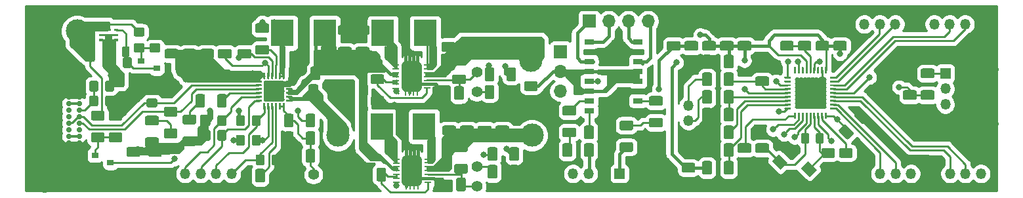
<source format=gtl>
G04 #@! TF.GenerationSoftware,KiCad,Pcbnew,(5.1.5)-3*
G04 #@! TF.CreationDate,2020-12-19T17:07:05+01:00*
G04 #@! TF.ProjectId,BalthazarPSU2,42616c74-6861-47a6-9172-505355322e6b,rev?*
G04 #@! TF.SameCoordinates,Original*
G04 #@! TF.FileFunction,Copper,L1,Top*
G04 #@! TF.FilePolarity,Positive*
%FSLAX46Y46*%
G04 Gerber Fmt 4.6, Leading zero omitted, Abs format (unit mm)*
G04 Created by KiCad (PCBNEW (5.1.5)-3) date 2020-12-19 17:07:05*
%MOMM*%
%LPD*%
G04 APERTURE LIST*
%ADD10C,0.500000*%
%ADD11C,0.100000*%
%ADD12R,0.825000X0.250000*%
%ADD13R,0.250000X0.825000*%
%ADD14R,1.300000X0.800000*%
%ADD15C,1.400000*%
%ADD16C,3.000000*%
%ADD17R,3.000000X3.000000*%
%ADD18C,0.700000*%
%ADD19O,2.400000X0.900000*%
%ADD20O,1.700000X0.900000*%
%ADD21R,2.950000X3.500000*%
%ADD22O,1.900000X1.200000*%
%ADD23R,0.900000X0.800000*%
%ADD24R,1.350000X1.350000*%
%ADD25O,1.350000X1.350000*%
%ADD26R,1.700000X1.700000*%
%ADD27O,1.700000X1.700000*%
%ADD28C,4.400000*%
%ADD29C,0.800000*%
%ADD30C,0.450000*%
%ADD31C,0.250000*%
%ADD32C,0.350000*%
%ADD33C,0.254000*%
G04 APERTURE END LIST*
D10*
X153401000Y-67960000D03*
X151369000Y-67960000D03*
X153401000Y-66944000D03*
X151369000Y-66944000D03*
X151369000Y-68976000D03*
X152385000Y-67960000D03*
X152385000Y-66944000D03*
X152385000Y-68976000D03*
G04 #@! TA.AperFunction,SMDPad,CuDef*
D11*
G36*
X153098711Y-65963130D02*
G01*
X153161809Y-65972490D01*
X153223685Y-65987989D01*
X153283744Y-66009478D01*
X153341408Y-66036751D01*
X153396121Y-66069545D01*
X153447356Y-66107543D01*
X153494619Y-66150381D01*
X153537457Y-66197644D01*
X153575455Y-66248879D01*
X153608249Y-66303592D01*
X153635522Y-66361256D01*
X153657011Y-66421315D01*
X153672510Y-66483191D01*
X153681870Y-66546289D01*
X153685000Y-66610000D01*
X153685000Y-69310000D01*
X153681870Y-69373711D01*
X153672510Y-69436809D01*
X153657011Y-69498685D01*
X153635522Y-69558744D01*
X153608249Y-69616408D01*
X153575455Y-69671121D01*
X153537457Y-69722356D01*
X153494619Y-69769619D01*
X153447356Y-69812457D01*
X153396121Y-69850455D01*
X153341408Y-69883249D01*
X153283744Y-69910522D01*
X153223685Y-69932011D01*
X153161809Y-69947510D01*
X153098711Y-69956870D01*
X153035000Y-69960000D01*
X151735000Y-69960000D01*
X151671289Y-69956870D01*
X151608191Y-69947510D01*
X151546315Y-69932011D01*
X151486256Y-69910522D01*
X151428592Y-69883249D01*
X151373879Y-69850455D01*
X151322644Y-69812457D01*
X151275381Y-69769619D01*
X151232543Y-69722356D01*
X151194545Y-69671121D01*
X151161751Y-69616408D01*
X151134478Y-69558744D01*
X151112989Y-69498685D01*
X151097490Y-69436809D01*
X151088130Y-69373711D01*
X151085000Y-69310000D01*
X151085000Y-66610000D01*
X151088130Y-66546289D01*
X151097490Y-66483191D01*
X151112989Y-66421315D01*
X151134478Y-66361256D01*
X151161751Y-66303592D01*
X151194545Y-66248879D01*
X151232543Y-66197644D01*
X151275381Y-66150381D01*
X151322644Y-66107543D01*
X151373879Y-66069545D01*
X151428592Y-66036751D01*
X151486256Y-66009478D01*
X151546315Y-65987989D01*
X151608191Y-65972490D01*
X151671289Y-65963130D01*
X151735000Y-65960000D01*
X153035000Y-65960000D01*
X153098711Y-65963130D01*
G37*
G04 #@! TD.AperFunction*
D10*
X153401000Y-68976000D03*
D12*
X154417000Y-69460000D03*
X154417000Y-68976000D03*
X154417000Y-68468000D03*
X154417000Y-67960000D03*
X154417000Y-67460000D03*
X154417000Y-66944000D03*
X154417000Y-66460000D03*
X150353000Y-66460000D03*
X150353000Y-66960000D03*
X150353000Y-67460000D03*
X150353000Y-67960000D03*
X150353000Y-68468000D03*
X150353000Y-68960000D03*
X150353000Y-69484000D03*
D13*
X153147000Y-65928000D03*
X152639000Y-69992000D03*
X152131000Y-69992000D03*
X153147000Y-69992000D03*
X151623000Y-69992000D03*
X152639000Y-65928000D03*
X152131000Y-65928000D03*
X151623000Y-65928000D03*
G04 #@! TA.AperFunction,SMDPad,CuDef*
D11*
G36*
X124347504Y-61603204D02*
G01*
X124371773Y-61606804D01*
X124395571Y-61612765D01*
X124418671Y-61621030D01*
X124440849Y-61631520D01*
X124461893Y-61644133D01*
X124481598Y-61658747D01*
X124499777Y-61675223D01*
X124516253Y-61693402D01*
X124530867Y-61713107D01*
X124543480Y-61734151D01*
X124553970Y-61756329D01*
X124562235Y-61779429D01*
X124568196Y-61803227D01*
X124571796Y-61827496D01*
X124573000Y-61852000D01*
X124573000Y-62602000D01*
X124571796Y-62626504D01*
X124568196Y-62650773D01*
X124562235Y-62674571D01*
X124553970Y-62697671D01*
X124543480Y-62719849D01*
X124530867Y-62740893D01*
X124516253Y-62760598D01*
X124499777Y-62778777D01*
X124481598Y-62795253D01*
X124461893Y-62809867D01*
X124440849Y-62822480D01*
X124418671Y-62832970D01*
X124395571Y-62841235D01*
X124371773Y-62847196D01*
X124347504Y-62850796D01*
X124323000Y-62852000D01*
X123073000Y-62852000D01*
X123048496Y-62850796D01*
X123024227Y-62847196D01*
X123000429Y-62841235D01*
X122977329Y-62832970D01*
X122955151Y-62822480D01*
X122934107Y-62809867D01*
X122914402Y-62795253D01*
X122896223Y-62778777D01*
X122879747Y-62760598D01*
X122865133Y-62740893D01*
X122852520Y-62719849D01*
X122842030Y-62697671D01*
X122833765Y-62674571D01*
X122827804Y-62650773D01*
X122824204Y-62626504D01*
X122823000Y-62602000D01*
X122823000Y-61852000D01*
X122824204Y-61827496D01*
X122827804Y-61803227D01*
X122833765Y-61779429D01*
X122842030Y-61756329D01*
X122852520Y-61734151D01*
X122865133Y-61713107D01*
X122879747Y-61693402D01*
X122896223Y-61675223D01*
X122914402Y-61658747D01*
X122934107Y-61644133D01*
X122955151Y-61631520D01*
X122977329Y-61621030D01*
X123000429Y-61612765D01*
X123024227Y-61606804D01*
X123048496Y-61603204D01*
X123073000Y-61602000D01*
X124323000Y-61602000D01*
X124347504Y-61603204D01*
G37*
G04 #@! TD.AperFunction*
G04 #@! TA.AperFunction,SMDPad,CuDef*
G36*
X124347504Y-64403204D02*
G01*
X124371773Y-64406804D01*
X124395571Y-64412765D01*
X124418671Y-64421030D01*
X124440849Y-64431520D01*
X124461893Y-64444133D01*
X124481598Y-64458747D01*
X124499777Y-64475223D01*
X124516253Y-64493402D01*
X124530867Y-64513107D01*
X124543480Y-64534151D01*
X124553970Y-64556329D01*
X124562235Y-64579429D01*
X124568196Y-64603227D01*
X124571796Y-64627496D01*
X124573000Y-64652000D01*
X124573000Y-65402000D01*
X124571796Y-65426504D01*
X124568196Y-65450773D01*
X124562235Y-65474571D01*
X124553970Y-65497671D01*
X124543480Y-65519849D01*
X124530867Y-65540893D01*
X124516253Y-65560598D01*
X124499777Y-65578777D01*
X124481598Y-65595253D01*
X124461893Y-65609867D01*
X124440849Y-65622480D01*
X124418671Y-65632970D01*
X124395571Y-65641235D01*
X124371773Y-65647196D01*
X124347504Y-65650796D01*
X124323000Y-65652000D01*
X123073000Y-65652000D01*
X123048496Y-65650796D01*
X123024227Y-65647196D01*
X123000429Y-65641235D01*
X122977329Y-65632970D01*
X122955151Y-65622480D01*
X122934107Y-65609867D01*
X122914402Y-65595253D01*
X122896223Y-65578777D01*
X122879747Y-65560598D01*
X122865133Y-65540893D01*
X122852520Y-65519849D01*
X122842030Y-65497671D01*
X122833765Y-65474571D01*
X122827804Y-65450773D01*
X122824204Y-65426504D01*
X122823000Y-65402000D01*
X122823000Y-64652000D01*
X122824204Y-64627496D01*
X122827804Y-64603227D01*
X122833765Y-64579429D01*
X122842030Y-64556329D01*
X122852520Y-64534151D01*
X122865133Y-64513107D01*
X122879747Y-64493402D01*
X122896223Y-64475223D01*
X122914402Y-64458747D01*
X122934107Y-64444133D01*
X122955151Y-64431520D01*
X122977329Y-64421030D01*
X123000429Y-64412765D01*
X123024227Y-64406804D01*
X123048496Y-64403204D01*
X123073000Y-64402000D01*
X124323000Y-64402000D01*
X124347504Y-64403204D01*
G37*
G04 #@! TD.AperFunction*
G04 #@! TA.AperFunction,SMDPad,CuDef*
G36*
X146699504Y-61349204D02*
G01*
X146723773Y-61352804D01*
X146747571Y-61358765D01*
X146770671Y-61367030D01*
X146792849Y-61377520D01*
X146813893Y-61390133D01*
X146833598Y-61404747D01*
X146851777Y-61421223D01*
X146868253Y-61439402D01*
X146882867Y-61459107D01*
X146895480Y-61480151D01*
X146905970Y-61502329D01*
X146914235Y-61525429D01*
X146920196Y-61549227D01*
X146923796Y-61573496D01*
X146925000Y-61598000D01*
X146925000Y-62348000D01*
X146923796Y-62372504D01*
X146920196Y-62396773D01*
X146914235Y-62420571D01*
X146905970Y-62443671D01*
X146895480Y-62465849D01*
X146882867Y-62486893D01*
X146868253Y-62506598D01*
X146851777Y-62524777D01*
X146833598Y-62541253D01*
X146813893Y-62555867D01*
X146792849Y-62568480D01*
X146770671Y-62578970D01*
X146747571Y-62587235D01*
X146723773Y-62593196D01*
X146699504Y-62596796D01*
X146675000Y-62598000D01*
X145425000Y-62598000D01*
X145400496Y-62596796D01*
X145376227Y-62593196D01*
X145352429Y-62587235D01*
X145329329Y-62578970D01*
X145307151Y-62568480D01*
X145286107Y-62555867D01*
X145266402Y-62541253D01*
X145248223Y-62524777D01*
X145231747Y-62506598D01*
X145217133Y-62486893D01*
X145204520Y-62465849D01*
X145194030Y-62443671D01*
X145185765Y-62420571D01*
X145179804Y-62396773D01*
X145176204Y-62372504D01*
X145175000Y-62348000D01*
X145175000Y-61598000D01*
X145176204Y-61573496D01*
X145179804Y-61549227D01*
X145185765Y-61525429D01*
X145194030Y-61502329D01*
X145204520Y-61480151D01*
X145217133Y-61459107D01*
X145231747Y-61439402D01*
X145248223Y-61421223D01*
X145266402Y-61404747D01*
X145286107Y-61390133D01*
X145307151Y-61377520D01*
X145329329Y-61367030D01*
X145352429Y-61358765D01*
X145376227Y-61352804D01*
X145400496Y-61349204D01*
X145425000Y-61348000D01*
X146675000Y-61348000D01*
X146699504Y-61349204D01*
G37*
G04 #@! TD.AperFunction*
G04 #@! TA.AperFunction,SMDPad,CuDef*
G36*
X146699504Y-64149204D02*
G01*
X146723773Y-64152804D01*
X146747571Y-64158765D01*
X146770671Y-64167030D01*
X146792849Y-64177520D01*
X146813893Y-64190133D01*
X146833598Y-64204747D01*
X146851777Y-64221223D01*
X146868253Y-64239402D01*
X146882867Y-64259107D01*
X146895480Y-64280151D01*
X146905970Y-64302329D01*
X146914235Y-64325429D01*
X146920196Y-64349227D01*
X146923796Y-64373496D01*
X146925000Y-64398000D01*
X146925000Y-65148000D01*
X146923796Y-65172504D01*
X146920196Y-65196773D01*
X146914235Y-65220571D01*
X146905970Y-65243671D01*
X146895480Y-65265849D01*
X146882867Y-65286893D01*
X146868253Y-65306598D01*
X146851777Y-65324777D01*
X146833598Y-65341253D01*
X146813893Y-65355867D01*
X146792849Y-65368480D01*
X146770671Y-65378970D01*
X146747571Y-65387235D01*
X146723773Y-65393196D01*
X146699504Y-65396796D01*
X146675000Y-65398000D01*
X145425000Y-65398000D01*
X145400496Y-65396796D01*
X145376227Y-65393196D01*
X145352429Y-65387235D01*
X145329329Y-65378970D01*
X145307151Y-65368480D01*
X145286107Y-65355867D01*
X145266402Y-65341253D01*
X145248223Y-65324777D01*
X145231747Y-65306598D01*
X145217133Y-65286893D01*
X145204520Y-65265849D01*
X145194030Y-65243671D01*
X145185765Y-65220571D01*
X145179804Y-65196773D01*
X145176204Y-65172504D01*
X145175000Y-65148000D01*
X145175000Y-64398000D01*
X145176204Y-64373496D01*
X145179804Y-64349227D01*
X145185765Y-64325429D01*
X145194030Y-64302329D01*
X145204520Y-64280151D01*
X145217133Y-64259107D01*
X145231747Y-64239402D01*
X145248223Y-64221223D01*
X145266402Y-64204747D01*
X145286107Y-64190133D01*
X145307151Y-64177520D01*
X145329329Y-64167030D01*
X145352429Y-64158765D01*
X145376227Y-64152804D01*
X145400496Y-64149204D01*
X145425000Y-64148000D01*
X146675000Y-64148000D01*
X146699504Y-64149204D01*
G37*
G04 #@! TD.AperFunction*
G04 #@! TA.AperFunction,SMDPad,CuDef*
G36*
X144540504Y-66429204D02*
G01*
X144564773Y-66432804D01*
X144588571Y-66438765D01*
X144611671Y-66447030D01*
X144633849Y-66457520D01*
X144654893Y-66470133D01*
X144674598Y-66484747D01*
X144692777Y-66501223D01*
X144709253Y-66519402D01*
X144723867Y-66539107D01*
X144736480Y-66560151D01*
X144746970Y-66582329D01*
X144755235Y-66605429D01*
X144761196Y-66629227D01*
X144764796Y-66653496D01*
X144766000Y-66678000D01*
X144766000Y-67428000D01*
X144764796Y-67452504D01*
X144761196Y-67476773D01*
X144755235Y-67500571D01*
X144746970Y-67523671D01*
X144736480Y-67545849D01*
X144723867Y-67566893D01*
X144709253Y-67586598D01*
X144692777Y-67604777D01*
X144674598Y-67621253D01*
X144654893Y-67635867D01*
X144633849Y-67648480D01*
X144611671Y-67658970D01*
X144588571Y-67667235D01*
X144564773Y-67673196D01*
X144540504Y-67676796D01*
X144516000Y-67678000D01*
X143266000Y-67678000D01*
X143241496Y-67676796D01*
X143217227Y-67673196D01*
X143193429Y-67667235D01*
X143170329Y-67658970D01*
X143148151Y-67648480D01*
X143127107Y-67635867D01*
X143107402Y-67621253D01*
X143089223Y-67604777D01*
X143072747Y-67586598D01*
X143058133Y-67566893D01*
X143045520Y-67545849D01*
X143035030Y-67523671D01*
X143026765Y-67500571D01*
X143020804Y-67476773D01*
X143017204Y-67452504D01*
X143016000Y-67428000D01*
X143016000Y-66678000D01*
X143017204Y-66653496D01*
X143020804Y-66629227D01*
X143026765Y-66605429D01*
X143035030Y-66582329D01*
X143045520Y-66560151D01*
X143058133Y-66539107D01*
X143072747Y-66519402D01*
X143089223Y-66501223D01*
X143107402Y-66484747D01*
X143127107Y-66470133D01*
X143148151Y-66457520D01*
X143170329Y-66447030D01*
X143193429Y-66438765D01*
X143217227Y-66432804D01*
X143241496Y-66429204D01*
X143266000Y-66428000D01*
X144516000Y-66428000D01*
X144540504Y-66429204D01*
G37*
G04 #@! TD.AperFunction*
G04 #@! TA.AperFunction,SMDPad,CuDef*
G36*
X144540504Y-69229204D02*
G01*
X144564773Y-69232804D01*
X144588571Y-69238765D01*
X144611671Y-69247030D01*
X144633849Y-69257520D01*
X144654893Y-69270133D01*
X144674598Y-69284747D01*
X144692777Y-69301223D01*
X144709253Y-69319402D01*
X144723867Y-69339107D01*
X144736480Y-69360151D01*
X144746970Y-69382329D01*
X144755235Y-69405429D01*
X144761196Y-69429227D01*
X144764796Y-69453496D01*
X144766000Y-69478000D01*
X144766000Y-70228000D01*
X144764796Y-70252504D01*
X144761196Y-70276773D01*
X144755235Y-70300571D01*
X144746970Y-70323671D01*
X144736480Y-70345849D01*
X144723867Y-70366893D01*
X144709253Y-70386598D01*
X144692777Y-70404777D01*
X144674598Y-70421253D01*
X144654893Y-70435867D01*
X144633849Y-70448480D01*
X144611671Y-70458970D01*
X144588571Y-70467235D01*
X144564773Y-70473196D01*
X144540504Y-70476796D01*
X144516000Y-70478000D01*
X143266000Y-70478000D01*
X143241496Y-70476796D01*
X143217227Y-70473196D01*
X143193429Y-70467235D01*
X143170329Y-70458970D01*
X143148151Y-70448480D01*
X143127107Y-70435867D01*
X143107402Y-70421253D01*
X143089223Y-70404777D01*
X143072747Y-70386598D01*
X143058133Y-70366893D01*
X143045520Y-70345849D01*
X143035030Y-70323671D01*
X143026765Y-70300571D01*
X143020804Y-70276773D01*
X143017204Y-70252504D01*
X143016000Y-70228000D01*
X143016000Y-69478000D01*
X143017204Y-69453496D01*
X143020804Y-69429227D01*
X143026765Y-69405429D01*
X143035030Y-69382329D01*
X143045520Y-69360151D01*
X143058133Y-69339107D01*
X143072747Y-69319402D01*
X143089223Y-69301223D01*
X143107402Y-69284747D01*
X143127107Y-69270133D01*
X143148151Y-69257520D01*
X143170329Y-69247030D01*
X143193429Y-69238765D01*
X143217227Y-69232804D01*
X143241496Y-69229204D01*
X143266000Y-69228000D01*
X144516000Y-69228000D01*
X144540504Y-69229204D01*
G37*
G04 #@! TD.AperFunction*
G04 #@! TA.AperFunction,SMDPad,CuDef*
G36*
X159145504Y-64908204D02*
G01*
X159169773Y-64911804D01*
X159193571Y-64917765D01*
X159216671Y-64926030D01*
X159238849Y-64936520D01*
X159259893Y-64949133D01*
X159279598Y-64963747D01*
X159297777Y-64980223D01*
X159314253Y-64998402D01*
X159328867Y-65018107D01*
X159341480Y-65039151D01*
X159351970Y-65061329D01*
X159360235Y-65084429D01*
X159366196Y-65108227D01*
X159369796Y-65132496D01*
X159371000Y-65157000D01*
X159371000Y-65907000D01*
X159369796Y-65931504D01*
X159366196Y-65955773D01*
X159360235Y-65979571D01*
X159351970Y-66002671D01*
X159341480Y-66024849D01*
X159328867Y-66045893D01*
X159314253Y-66065598D01*
X159297777Y-66083777D01*
X159279598Y-66100253D01*
X159259893Y-66114867D01*
X159238849Y-66127480D01*
X159216671Y-66137970D01*
X159193571Y-66146235D01*
X159169773Y-66152196D01*
X159145504Y-66155796D01*
X159121000Y-66157000D01*
X157871000Y-66157000D01*
X157846496Y-66155796D01*
X157822227Y-66152196D01*
X157798429Y-66146235D01*
X157775329Y-66137970D01*
X157753151Y-66127480D01*
X157732107Y-66114867D01*
X157712402Y-66100253D01*
X157694223Y-66083777D01*
X157677747Y-66065598D01*
X157663133Y-66045893D01*
X157650520Y-66024849D01*
X157640030Y-66002671D01*
X157631765Y-65979571D01*
X157625804Y-65955773D01*
X157622204Y-65931504D01*
X157621000Y-65907000D01*
X157621000Y-65157000D01*
X157622204Y-65132496D01*
X157625804Y-65108227D01*
X157631765Y-65084429D01*
X157640030Y-65061329D01*
X157650520Y-65039151D01*
X157663133Y-65018107D01*
X157677747Y-64998402D01*
X157694223Y-64980223D01*
X157712402Y-64963747D01*
X157732107Y-64949133D01*
X157753151Y-64936520D01*
X157775329Y-64926030D01*
X157798429Y-64917765D01*
X157822227Y-64911804D01*
X157846496Y-64908204D01*
X157871000Y-64907000D01*
X159121000Y-64907000D01*
X159145504Y-64908204D01*
G37*
G04 #@! TD.AperFunction*
G04 #@! TA.AperFunction,SMDPad,CuDef*
G36*
X159145504Y-67708204D02*
G01*
X159169773Y-67711804D01*
X159193571Y-67717765D01*
X159216671Y-67726030D01*
X159238849Y-67736520D01*
X159259893Y-67749133D01*
X159279598Y-67763747D01*
X159297777Y-67780223D01*
X159314253Y-67798402D01*
X159328867Y-67818107D01*
X159341480Y-67839151D01*
X159351970Y-67861329D01*
X159360235Y-67884429D01*
X159366196Y-67908227D01*
X159369796Y-67932496D01*
X159371000Y-67957000D01*
X159371000Y-68707000D01*
X159369796Y-68731504D01*
X159366196Y-68755773D01*
X159360235Y-68779571D01*
X159351970Y-68802671D01*
X159341480Y-68824849D01*
X159328867Y-68845893D01*
X159314253Y-68865598D01*
X159297777Y-68883777D01*
X159279598Y-68900253D01*
X159259893Y-68914867D01*
X159238849Y-68927480D01*
X159216671Y-68937970D01*
X159193571Y-68946235D01*
X159169773Y-68952196D01*
X159145504Y-68955796D01*
X159121000Y-68957000D01*
X157871000Y-68957000D01*
X157846496Y-68955796D01*
X157822227Y-68952196D01*
X157798429Y-68946235D01*
X157775329Y-68937970D01*
X157753151Y-68927480D01*
X157732107Y-68914867D01*
X157712402Y-68900253D01*
X157694223Y-68883777D01*
X157677747Y-68865598D01*
X157663133Y-68845893D01*
X157650520Y-68824849D01*
X157640030Y-68802671D01*
X157631765Y-68779571D01*
X157625804Y-68755773D01*
X157622204Y-68731504D01*
X157621000Y-68707000D01*
X157621000Y-67957000D01*
X157622204Y-67932496D01*
X157625804Y-67908227D01*
X157631765Y-67884429D01*
X157640030Y-67861329D01*
X157650520Y-67839151D01*
X157663133Y-67818107D01*
X157677747Y-67798402D01*
X157694223Y-67780223D01*
X157712402Y-67763747D01*
X157732107Y-67749133D01*
X157753151Y-67736520D01*
X157775329Y-67726030D01*
X157798429Y-67717765D01*
X157822227Y-67711804D01*
X157846496Y-67708204D01*
X157871000Y-67707000D01*
X159121000Y-67707000D01*
X159145504Y-67708204D01*
G37*
G04 #@! TD.AperFunction*
G04 #@! TA.AperFunction,SMDPad,CuDef*
G36*
X156095504Y-69230204D02*
G01*
X156119773Y-69233804D01*
X156143571Y-69239765D01*
X156166671Y-69248030D01*
X156188849Y-69258520D01*
X156209893Y-69271133D01*
X156229598Y-69285747D01*
X156247777Y-69302223D01*
X156264253Y-69320402D01*
X156278867Y-69340107D01*
X156291480Y-69361151D01*
X156301970Y-69383329D01*
X156310235Y-69406429D01*
X156316196Y-69430227D01*
X156319796Y-69454496D01*
X156321000Y-69479000D01*
X156321000Y-70729000D01*
X156319796Y-70753504D01*
X156316196Y-70777773D01*
X156310235Y-70801571D01*
X156301970Y-70824671D01*
X156291480Y-70846849D01*
X156278867Y-70867893D01*
X156264253Y-70887598D01*
X156247777Y-70905777D01*
X156229598Y-70922253D01*
X156209893Y-70936867D01*
X156188849Y-70949480D01*
X156166671Y-70959970D01*
X156143571Y-70968235D01*
X156119773Y-70974196D01*
X156095504Y-70977796D01*
X156071000Y-70979000D01*
X155321000Y-70979000D01*
X155296496Y-70977796D01*
X155272227Y-70974196D01*
X155248429Y-70968235D01*
X155225329Y-70959970D01*
X155203151Y-70949480D01*
X155182107Y-70936867D01*
X155162402Y-70922253D01*
X155144223Y-70905777D01*
X155127747Y-70887598D01*
X155113133Y-70867893D01*
X155100520Y-70846849D01*
X155090030Y-70824671D01*
X155081765Y-70801571D01*
X155075804Y-70777773D01*
X155072204Y-70753504D01*
X155071000Y-70729000D01*
X155071000Y-69479000D01*
X155072204Y-69454496D01*
X155075804Y-69430227D01*
X155081765Y-69406429D01*
X155090030Y-69383329D01*
X155100520Y-69361151D01*
X155113133Y-69340107D01*
X155127747Y-69320402D01*
X155144223Y-69302223D01*
X155162402Y-69285747D01*
X155182107Y-69271133D01*
X155203151Y-69258520D01*
X155225329Y-69248030D01*
X155248429Y-69239765D01*
X155272227Y-69233804D01*
X155296496Y-69230204D01*
X155321000Y-69229000D01*
X156071000Y-69229000D01*
X156095504Y-69230204D01*
G37*
G04 #@! TD.AperFunction*
G04 #@! TA.AperFunction,SMDPad,CuDef*
G36*
X158895504Y-69230204D02*
G01*
X158919773Y-69233804D01*
X158943571Y-69239765D01*
X158966671Y-69248030D01*
X158988849Y-69258520D01*
X159009893Y-69271133D01*
X159029598Y-69285747D01*
X159047777Y-69302223D01*
X159064253Y-69320402D01*
X159078867Y-69340107D01*
X159091480Y-69361151D01*
X159101970Y-69383329D01*
X159110235Y-69406429D01*
X159116196Y-69430227D01*
X159119796Y-69454496D01*
X159121000Y-69479000D01*
X159121000Y-70729000D01*
X159119796Y-70753504D01*
X159116196Y-70777773D01*
X159110235Y-70801571D01*
X159101970Y-70824671D01*
X159091480Y-70846849D01*
X159078867Y-70867893D01*
X159064253Y-70887598D01*
X159047777Y-70905777D01*
X159029598Y-70922253D01*
X159009893Y-70936867D01*
X158988849Y-70949480D01*
X158966671Y-70959970D01*
X158943571Y-70968235D01*
X158919773Y-70974196D01*
X158895504Y-70977796D01*
X158871000Y-70979000D01*
X158121000Y-70979000D01*
X158096496Y-70977796D01*
X158072227Y-70974196D01*
X158048429Y-70968235D01*
X158025329Y-70959970D01*
X158003151Y-70949480D01*
X157982107Y-70936867D01*
X157962402Y-70922253D01*
X157944223Y-70905777D01*
X157927747Y-70887598D01*
X157913133Y-70867893D01*
X157900520Y-70846849D01*
X157890030Y-70824671D01*
X157881765Y-70801571D01*
X157875804Y-70777773D01*
X157872204Y-70753504D01*
X157871000Y-70729000D01*
X157871000Y-69479000D01*
X157872204Y-69454496D01*
X157875804Y-69430227D01*
X157881765Y-69406429D01*
X157890030Y-69383329D01*
X157900520Y-69361151D01*
X157913133Y-69340107D01*
X157927747Y-69320402D01*
X157944223Y-69302223D01*
X157962402Y-69285747D01*
X157982107Y-69271133D01*
X158003151Y-69258520D01*
X158025329Y-69248030D01*
X158048429Y-69239765D01*
X158072227Y-69233804D01*
X158096496Y-69230204D01*
X158121000Y-69229000D01*
X158871000Y-69229000D01*
X158895504Y-69230204D01*
G37*
G04 #@! TD.AperFunction*
G04 #@! TA.AperFunction,SMDPad,CuDef*
G36*
X159399504Y-76462204D02*
G01*
X159423773Y-76465804D01*
X159447571Y-76471765D01*
X159470671Y-76480030D01*
X159492849Y-76490520D01*
X159513893Y-76503133D01*
X159533598Y-76517747D01*
X159551777Y-76534223D01*
X159568253Y-76552402D01*
X159582867Y-76572107D01*
X159595480Y-76593151D01*
X159605970Y-76615329D01*
X159614235Y-76638429D01*
X159620196Y-76662227D01*
X159623796Y-76686496D01*
X159625000Y-76711000D01*
X159625000Y-77461000D01*
X159623796Y-77485504D01*
X159620196Y-77509773D01*
X159614235Y-77533571D01*
X159605970Y-77556671D01*
X159595480Y-77578849D01*
X159582867Y-77599893D01*
X159568253Y-77619598D01*
X159551777Y-77637777D01*
X159533598Y-77654253D01*
X159513893Y-77668867D01*
X159492849Y-77681480D01*
X159470671Y-77691970D01*
X159447571Y-77700235D01*
X159423773Y-77706196D01*
X159399504Y-77709796D01*
X159375000Y-77711000D01*
X158125000Y-77711000D01*
X158100496Y-77709796D01*
X158076227Y-77706196D01*
X158052429Y-77700235D01*
X158029329Y-77691970D01*
X158007151Y-77681480D01*
X157986107Y-77668867D01*
X157966402Y-77654253D01*
X157948223Y-77637777D01*
X157931747Y-77619598D01*
X157917133Y-77599893D01*
X157904520Y-77578849D01*
X157894030Y-77556671D01*
X157885765Y-77533571D01*
X157879804Y-77509773D01*
X157876204Y-77485504D01*
X157875000Y-77461000D01*
X157875000Y-76711000D01*
X157876204Y-76686496D01*
X157879804Y-76662227D01*
X157885765Y-76638429D01*
X157894030Y-76615329D01*
X157904520Y-76593151D01*
X157917133Y-76572107D01*
X157931747Y-76552402D01*
X157948223Y-76534223D01*
X157966402Y-76517747D01*
X157986107Y-76503133D01*
X158007151Y-76490520D01*
X158029329Y-76480030D01*
X158052429Y-76471765D01*
X158076227Y-76465804D01*
X158100496Y-76462204D01*
X158125000Y-76461000D01*
X159375000Y-76461000D01*
X159399504Y-76462204D01*
G37*
G04 #@! TD.AperFunction*
G04 #@! TA.AperFunction,SMDPad,CuDef*
G36*
X159399504Y-79262204D02*
G01*
X159423773Y-79265804D01*
X159447571Y-79271765D01*
X159470671Y-79280030D01*
X159492849Y-79290520D01*
X159513893Y-79303133D01*
X159533598Y-79317747D01*
X159551777Y-79334223D01*
X159568253Y-79352402D01*
X159582867Y-79372107D01*
X159595480Y-79393151D01*
X159605970Y-79415329D01*
X159614235Y-79438429D01*
X159620196Y-79462227D01*
X159623796Y-79486496D01*
X159625000Y-79511000D01*
X159625000Y-80261000D01*
X159623796Y-80285504D01*
X159620196Y-80309773D01*
X159614235Y-80333571D01*
X159605970Y-80356671D01*
X159595480Y-80378849D01*
X159582867Y-80399893D01*
X159568253Y-80419598D01*
X159551777Y-80437777D01*
X159533598Y-80454253D01*
X159513893Y-80468867D01*
X159492849Y-80481480D01*
X159470671Y-80491970D01*
X159447571Y-80500235D01*
X159423773Y-80506196D01*
X159399504Y-80509796D01*
X159375000Y-80511000D01*
X158125000Y-80511000D01*
X158100496Y-80509796D01*
X158076227Y-80506196D01*
X158052429Y-80500235D01*
X158029329Y-80491970D01*
X158007151Y-80481480D01*
X157986107Y-80468867D01*
X157966402Y-80454253D01*
X157948223Y-80437777D01*
X157931747Y-80419598D01*
X157917133Y-80399893D01*
X157904520Y-80378849D01*
X157894030Y-80356671D01*
X157885765Y-80333571D01*
X157879804Y-80309773D01*
X157876204Y-80285504D01*
X157875000Y-80261000D01*
X157875000Y-79511000D01*
X157876204Y-79486496D01*
X157879804Y-79462227D01*
X157885765Y-79438429D01*
X157894030Y-79415329D01*
X157904520Y-79393151D01*
X157917133Y-79372107D01*
X157931747Y-79352402D01*
X157948223Y-79334223D01*
X157966402Y-79317747D01*
X157986107Y-79303133D01*
X158007151Y-79290520D01*
X158029329Y-79280030D01*
X158052429Y-79271765D01*
X158076227Y-79265804D01*
X158100496Y-79262204D01*
X158125000Y-79261000D01*
X159375000Y-79261000D01*
X159399504Y-79262204D01*
G37*
G04 #@! TD.AperFunction*
G04 #@! TA.AperFunction,SMDPad,CuDef*
G36*
X159155504Y-81041204D02*
G01*
X159179773Y-81044804D01*
X159203571Y-81050765D01*
X159226671Y-81059030D01*
X159248849Y-81069520D01*
X159269893Y-81082133D01*
X159289598Y-81096747D01*
X159307777Y-81113223D01*
X159324253Y-81131402D01*
X159338867Y-81151107D01*
X159351480Y-81172151D01*
X159361970Y-81194329D01*
X159370235Y-81217429D01*
X159376196Y-81241227D01*
X159379796Y-81265496D01*
X159381000Y-81290000D01*
X159381000Y-82540000D01*
X159379796Y-82564504D01*
X159376196Y-82588773D01*
X159370235Y-82612571D01*
X159361970Y-82635671D01*
X159351480Y-82657849D01*
X159338867Y-82678893D01*
X159324253Y-82698598D01*
X159307777Y-82716777D01*
X159289598Y-82733253D01*
X159269893Y-82747867D01*
X159248849Y-82760480D01*
X159226671Y-82770970D01*
X159203571Y-82779235D01*
X159179773Y-82785196D01*
X159155504Y-82788796D01*
X159131000Y-82790000D01*
X158381000Y-82790000D01*
X158356496Y-82788796D01*
X158332227Y-82785196D01*
X158308429Y-82779235D01*
X158285329Y-82770970D01*
X158263151Y-82760480D01*
X158242107Y-82747867D01*
X158222402Y-82733253D01*
X158204223Y-82716777D01*
X158187747Y-82698598D01*
X158173133Y-82678893D01*
X158160520Y-82657849D01*
X158150030Y-82635671D01*
X158141765Y-82612571D01*
X158135804Y-82588773D01*
X158132204Y-82564504D01*
X158131000Y-82540000D01*
X158131000Y-81290000D01*
X158132204Y-81265496D01*
X158135804Y-81241227D01*
X158141765Y-81217429D01*
X158150030Y-81194329D01*
X158160520Y-81172151D01*
X158173133Y-81151107D01*
X158187747Y-81131402D01*
X158204223Y-81113223D01*
X158222402Y-81096747D01*
X158242107Y-81082133D01*
X158263151Y-81069520D01*
X158285329Y-81059030D01*
X158308429Y-81050765D01*
X158332227Y-81044804D01*
X158356496Y-81041204D01*
X158381000Y-81040000D01*
X159131000Y-81040000D01*
X159155504Y-81041204D01*
G37*
G04 #@! TD.AperFunction*
G04 #@! TA.AperFunction,SMDPad,CuDef*
G36*
X156355504Y-81041204D02*
G01*
X156379773Y-81044804D01*
X156403571Y-81050765D01*
X156426671Y-81059030D01*
X156448849Y-81069520D01*
X156469893Y-81082133D01*
X156489598Y-81096747D01*
X156507777Y-81113223D01*
X156524253Y-81131402D01*
X156538867Y-81151107D01*
X156551480Y-81172151D01*
X156561970Y-81194329D01*
X156570235Y-81217429D01*
X156576196Y-81241227D01*
X156579796Y-81265496D01*
X156581000Y-81290000D01*
X156581000Y-82540000D01*
X156579796Y-82564504D01*
X156576196Y-82588773D01*
X156570235Y-82612571D01*
X156561970Y-82635671D01*
X156551480Y-82657849D01*
X156538867Y-82678893D01*
X156524253Y-82698598D01*
X156507777Y-82716777D01*
X156489598Y-82733253D01*
X156469893Y-82747867D01*
X156448849Y-82760480D01*
X156426671Y-82770970D01*
X156403571Y-82779235D01*
X156379773Y-82785196D01*
X156355504Y-82788796D01*
X156331000Y-82790000D01*
X155581000Y-82790000D01*
X155556496Y-82788796D01*
X155532227Y-82785196D01*
X155508429Y-82779235D01*
X155485329Y-82770970D01*
X155463151Y-82760480D01*
X155442107Y-82747867D01*
X155422402Y-82733253D01*
X155404223Y-82716777D01*
X155387747Y-82698598D01*
X155373133Y-82678893D01*
X155360520Y-82657849D01*
X155350030Y-82635671D01*
X155341765Y-82612571D01*
X155335804Y-82588773D01*
X155332204Y-82564504D01*
X155331000Y-82540000D01*
X155331000Y-81290000D01*
X155332204Y-81265496D01*
X155335804Y-81241227D01*
X155341765Y-81217429D01*
X155350030Y-81194329D01*
X155360520Y-81172151D01*
X155373133Y-81151107D01*
X155387747Y-81131402D01*
X155404223Y-81113223D01*
X155422402Y-81096747D01*
X155442107Y-81082133D01*
X155463151Y-81069520D01*
X155485329Y-81059030D01*
X155508429Y-81050765D01*
X155532227Y-81044804D01*
X155556496Y-81041204D01*
X155581000Y-81040000D01*
X156331000Y-81040000D01*
X156355504Y-81041204D01*
G37*
G04 #@! TD.AperFunction*
G04 #@! TA.AperFunction,SMDPad,CuDef*
G36*
X164733504Y-71509204D02*
G01*
X164757773Y-71512804D01*
X164781571Y-71518765D01*
X164804671Y-71527030D01*
X164826849Y-71537520D01*
X164847893Y-71550133D01*
X164867598Y-71564747D01*
X164885777Y-71581223D01*
X164902253Y-71599402D01*
X164916867Y-71619107D01*
X164929480Y-71640151D01*
X164939970Y-71662329D01*
X164948235Y-71685429D01*
X164954196Y-71709227D01*
X164957796Y-71733496D01*
X164959000Y-71758000D01*
X164959000Y-72508000D01*
X164957796Y-72532504D01*
X164954196Y-72556773D01*
X164948235Y-72580571D01*
X164939970Y-72603671D01*
X164929480Y-72625849D01*
X164916867Y-72646893D01*
X164902253Y-72666598D01*
X164885777Y-72684777D01*
X164867598Y-72701253D01*
X164847893Y-72715867D01*
X164826849Y-72728480D01*
X164804671Y-72738970D01*
X164781571Y-72747235D01*
X164757773Y-72753196D01*
X164733504Y-72756796D01*
X164709000Y-72758000D01*
X163459000Y-72758000D01*
X163434496Y-72756796D01*
X163410227Y-72753196D01*
X163386429Y-72747235D01*
X163363329Y-72738970D01*
X163341151Y-72728480D01*
X163320107Y-72715867D01*
X163300402Y-72701253D01*
X163282223Y-72684777D01*
X163265747Y-72666598D01*
X163251133Y-72646893D01*
X163238520Y-72625849D01*
X163228030Y-72603671D01*
X163219765Y-72580571D01*
X163213804Y-72556773D01*
X163210204Y-72532504D01*
X163209000Y-72508000D01*
X163209000Y-71758000D01*
X163210204Y-71733496D01*
X163213804Y-71709227D01*
X163219765Y-71685429D01*
X163228030Y-71662329D01*
X163238520Y-71640151D01*
X163251133Y-71619107D01*
X163265747Y-71599402D01*
X163282223Y-71581223D01*
X163300402Y-71564747D01*
X163320107Y-71550133D01*
X163341151Y-71537520D01*
X163363329Y-71527030D01*
X163386429Y-71518765D01*
X163410227Y-71512804D01*
X163434496Y-71509204D01*
X163459000Y-71508000D01*
X164709000Y-71508000D01*
X164733504Y-71509204D01*
G37*
G04 #@! TD.AperFunction*
G04 #@! TA.AperFunction,SMDPad,CuDef*
G36*
X164733504Y-74309204D02*
G01*
X164757773Y-74312804D01*
X164781571Y-74318765D01*
X164804671Y-74327030D01*
X164826849Y-74337520D01*
X164847893Y-74350133D01*
X164867598Y-74364747D01*
X164885777Y-74381223D01*
X164902253Y-74399402D01*
X164916867Y-74419107D01*
X164929480Y-74440151D01*
X164939970Y-74462329D01*
X164948235Y-74485429D01*
X164954196Y-74509227D01*
X164957796Y-74533496D01*
X164959000Y-74558000D01*
X164959000Y-75308000D01*
X164957796Y-75332504D01*
X164954196Y-75356773D01*
X164948235Y-75380571D01*
X164939970Y-75403671D01*
X164929480Y-75425849D01*
X164916867Y-75446893D01*
X164902253Y-75466598D01*
X164885777Y-75484777D01*
X164867598Y-75501253D01*
X164847893Y-75515867D01*
X164826849Y-75528480D01*
X164804671Y-75538970D01*
X164781571Y-75547235D01*
X164757773Y-75553196D01*
X164733504Y-75556796D01*
X164709000Y-75558000D01*
X163459000Y-75558000D01*
X163434496Y-75556796D01*
X163410227Y-75553196D01*
X163386429Y-75547235D01*
X163363329Y-75538970D01*
X163341151Y-75528480D01*
X163320107Y-75515867D01*
X163300402Y-75501253D01*
X163282223Y-75484777D01*
X163265747Y-75466598D01*
X163251133Y-75446893D01*
X163238520Y-75425849D01*
X163228030Y-75403671D01*
X163219765Y-75380571D01*
X163213804Y-75356773D01*
X163210204Y-75332504D01*
X163209000Y-75308000D01*
X163209000Y-74558000D01*
X163210204Y-74533496D01*
X163213804Y-74509227D01*
X163219765Y-74485429D01*
X163228030Y-74462329D01*
X163238520Y-74440151D01*
X163251133Y-74419107D01*
X163265747Y-74399402D01*
X163282223Y-74381223D01*
X163300402Y-74364747D01*
X163320107Y-74350133D01*
X163341151Y-74337520D01*
X163363329Y-74327030D01*
X163386429Y-74318765D01*
X163410227Y-74312804D01*
X163434496Y-74309204D01*
X163459000Y-74308000D01*
X164709000Y-74308000D01*
X164733504Y-74309204D01*
G37*
G04 #@! TD.AperFunction*
G04 #@! TA.AperFunction,SMDPad,CuDef*
G36*
X162320504Y-60714204D02*
G01*
X162344773Y-60717804D01*
X162368571Y-60723765D01*
X162391671Y-60732030D01*
X162413849Y-60742520D01*
X162434893Y-60755133D01*
X162454598Y-60769747D01*
X162472777Y-60786223D01*
X162489253Y-60804402D01*
X162503867Y-60824107D01*
X162516480Y-60845151D01*
X162526970Y-60867329D01*
X162535235Y-60890429D01*
X162541196Y-60914227D01*
X162544796Y-60938496D01*
X162546000Y-60963000D01*
X162546000Y-61713000D01*
X162544796Y-61737504D01*
X162541196Y-61761773D01*
X162535235Y-61785571D01*
X162526970Y-61808671D01*
X162516480Y-61830849D01*
X162503867Y-61851893D01*
X162489253Y-61871598D01*
X162472777Y-61889777D01*
X162454598Y-61906253D01*
X162434893Y-61920867D01*
X162413849Y-61933480D01*
X162391671Y-61943970D01*
X162368571Y-61952235D01*
X162344773Y-61958196D01*
X162320504Y-61961796D01*
X162296000Y-61963000D01*
X161046000Y-61963000D01*
X161021496Y-61961796D01*
X160997227Y-61958196D01*
X160973429Y-61952235D01*
X160950329Y-61943970D01*
X160928151Y-61933480D01*
X160907107Y-61920867D01*
X160887402Y-61906253D01*
X160869223Y-61889777D01*
X160852747Y-61871598D01*
X160838133Y-61851893D01*
X160825520Y-61830849D01*
X160815030Y-61808671D01*
X160806765Y-61785571D01*
X160800804Y-61761773D01*
X160797204Y-61737504D01*
X160796000Y-61713000D01*
X160796000Y-60963000D01*
X160797204Y-60938496D01*
X160800804Y-60914227D01*
X160806765Y-60890429D01*
X160815030Y-60867329D01*
X160825520Y-60845151D01*
X160838133Y-60824107D01*
X160852747Y-60804402D01*
X160869223Y-60786223D01*
X160887402Y-60769747D01*
X160907107Y-60755133D01*
X160928151Y-60742520D01*
X160950329Y-60732030D01*
X160973429Y-60723765D01*
X160997227Y-60717804D01*
X161021496Y-60714204D01*
X161046000Y-60713000D01*
X162296000Y-60713000D01*
X162320504Y-60714204D01*
G37*
G04 #@! TD.AperFunction*
G04 #@! TA.AperFunction,SMDPad,CuDef*
G36*
X162320504Y-63514204D02*
G01*
X162344773Y-63517804D01*
X162368571Y-63523765D01*
X162391671Y-63532030D01*
X162413849Y-63542520D01*
X162434893Y-63555133D01*
X162454598Y-63569747D01*
X162472777Y-63586223D01*
X162489253Y-63604402D01*
X162503867Y-63624107D01*
X162516480Y-63645151D01*
X162526970Y-63667329D01*
X162535235Y-63690429D01*
X162541196Y-63714227D01*
X162544796Y-63738496D01*
X162546000Y-63763000D01*
X162546000Y-64513000D01*
X162544796Y-64537504D01*
X162541196Y-64561773D01*
X162535235Y-64585571D01*
X162526970Y-64608671D01*
X162516480Y-64630849D01*
X162503867Y-64651893D01*
X162489253Y-64671598D01*
X162472777Y-64689777D01*
X162454598Y-64706253D01*
X162434893Y-64720867D01*
X162413849Y-64733480D01*
X162391671Y-64743970D01*
X162368571Y-64752235D01*
X162344773Y-64758196D01*
X162320504Y-64761796D01*
X162296000Y-64763000D01*
X161046000Y-64763000D01*
X161021496Y-64761796D01*
X160997227Y-64758196D01*
X160973429Y-64752235D01*
X160950329Y-64743970D01*
X160928151Y-64733480D01*
X160907107Y-64720867D01*
X160887402Y-64706253D01*
X160869223Y-64689777D01*
X160852747Y-64671598D01*
X160838133Y-64651893D01*
X160825520Y-64630849D01*
X160815030Y-64608671D01*
X160806765Y-64585571D01*
X160800804Y-64561773D01*
X160797204Y-64537504D01*
X160796000Y-64513000D01*
X160796000Y-63763000D01*
X160797204Y-63738496D01*
X160800804Y-63714227D01*
X160806765Y-63690429D01*
X160815030Y-63667329D01*
X160825520Y-63645151D01*
X160838133Y-63624107D01*
X160852747Y-63604402D01*
X160869223Y-63586223D01*
X160887402Y-63569747D01*
X160907107Y-63555133D01*
X160928151Y-63542520D01*
X160950329Y-63532030D01*
X160973429Y-63523765D01*
X160997227Y-63517804D01*
X161021496Y-63514204D01*
X161046000Y-63513000D01*
X162296000Y-63513000D01*
X162320504Y-63514204D01*
G37*
G04 #@! TD.AperFunction*
G04 #@! TA.AperFunction,SMDPad,CuDef*
G36*
X148604504Y-67699204D02*
G01*
X148628773Y-67702804D01*
X148652571Y-67708765D01*
X148675671Y-67717030D01*
X148697849Y-67727520D01*
X148718893Y-67740133D01*
X148738598Y-67754747D01*
X148756777Y-67771223D01*
X148773253Y-67789402D01*
X148787867Y-67809107D01*
X148800480Y-67830151D01*
X148810970Y-67852329D01*
X148819235Y-67875429D01*
X148825196Y-67899227D01*
X148828796Y-67923496D01*
X148830000Y-67948000D01*
X148830000Y-68698000D01*
X148828796Y-68722504D01*
X148825196Y-68746773D01*
X148819235Y-68770571D01*
X148810970Y-68793671D01*
X148800480Y-68815849D01*
X148787867Y-68836893D01*
X148773253Y-68856598D01*
X148756777Y-68874777D01*
X148738598Y-68891253D01*
X148718893Y-68905867D01*
X148697849Y-68918480D01*
X148675671Y-68928970D01*
X148652571Y-68937235D01*
X148628773Y-68943196D01*
X148604504Y-68946796D01*
X148580000Y-68948000D01*
X147330000Y-68948000D01*
X147305496Y-68946796D01*
X147281227Y-68943196D01*
X147257429Y-68937235D01*
X147234329Y-68928970D01*
X147212151Y-68918480D01*
X147191107Y-68905867D01*
X147171402Y-68891253D01*
X147153223Y-68874777D01*
X147136747Y-68856598D01*
X147122133Y-68836893D01*
X147109520Y-68815849D01*
X147099030Y-68793671D01*
X147090765Y-68770571D01*
X147084804Y-68746773D01*
X147081204Y-68722504D01*
X147080000Y-68698000D01*
X147080000Y-67948000D01*
X147081204Y-67923496D01*
X147084804Y-67899227D01*
X147090765Y-67875429D01*
X147099030Y-67852329D01*
X147109520Y-67830151D01*
X147122133Y-67809107D01*
X147136747Y-67789402D01*
X147153223Y-67771223D01*
X147171402Y-67754747D01*
X147191107Y-67740133D01*
X147212151Y-67727520D01*
X147234329Y-67717030D01*
X147257429Y-67708765D01*
X147281227Y-67702804D01*
X147305496Y-67699204D01*
X147330000Y-67698000D01*
X148580000Y-67698000D01*
X148604504Y-67699204D01*
G37*
G04 #@! TD.AperFunction*
G04 #@! TA.AperFunction,SMDPad,CuDef*
G36*
X148604504Y-70499204D02*
G01*
X148628773Y-70502804D01*
X148652571Y-70508765D01*
X148675671Y-70517030D01*
X148697849Y-70527520D01*
X148718893Y-70540133D01*
X148738598Y-70554747D01*
X148756777Y-70571223D01*
X148773253Y-70589402D01*
X148787867Y-70609107D01*
X148800480Y-70630151D01*
X148810970Y-70652329D01*
X148819235Y-70675429D01*
X148825196Y-70699227D01*
X148828796Y-70723496D01*
X148830000Y-70748000D01*
X148830000Y-71498000D01*
X148828796Y-71522504D01*
X148825196Y-71546773D01*
X148819235Y-71570571D01*
X148810970Y-71593671D01*
X148800480Y-71615849D01*
X148787867Y-71636893D01*
X148773253Y-71656598D01*
X148756777Y-71674777D01*
X148738598Y-71691253D01*
X148718893Y-71705867D01*
X148697849Y-71718480D01*
X148675671Y-71728970D01*
X148652571Y-71737235D01*
X148628773Y-71743196D01*
X148604504Y-71746796D01*
X148580000Y-71748000D01*
X147330000Y-71748000D01*
X147305496Y-71746796D01*
X147281227Y-71743196D01*
X147257429Y-71737235D01*
X147234329Y-71728970D01*
X147212151Y-71718480D01*
X147191107Y-71705867D01*
X147171402Y-71691253D01*
X147153223Y-71674777D01*
X147136747Y-71656598D01*
X147122133Y-71636893D01*
X147109520Y-71615849D01*
X147099030Y-71593671D01*
X147090765Y-71570571D01*
X147084804Y-71546773D01*
X147081204Y-71522504D01*
X147080000Y-71498000D01*
X147080000Y-70748000D01*
X147081204Y-70723496D01*
X147084804Y-70699227D01*
X147090765Y-70675429D01*
X147099030Y-70652329D01*
X147109520Y-70630151D01*
X147122133Y-70609107D01*
X147136747Y-70589402D01*
X147153223Y-70571223D01*
X147171402Y-70554747D01*
X147191107Y-70540133D01*
X147212151Y-70527520D01*
X147234329Y-70517030D01*
X147257429Y-70508765D01*
X147281227Y-70502804D01*
X147305496Y-70499204D01*
X147330000Y-70498000D01*
X148580000Y-70498000D01*
X148604504Y-70499204D01*
G37*
G04 #@! TD.AperFunction*
G04 #@! TA.AperFunction,SMDPad,CuDef*
G36*
X146065504Y-79771204D02*
G01*
X146089773Y-79774804D01*
X146113571Y-79780765D01*
X146136671Y-79789030D01*
X146158849Y-79799520D01*
X146179893Y-79812133D01*
X146199598Y-79826747D01*
X146217777Y-79843223D01*
X146234253Y-79861402D01*
X146248867Y-79881107D01*
X146261480Y-79902151D01*
X146271970Y-79924329D01*
X146280235Y-79947429D01*
X146286196Y-79971227D01*
X146289796Y-79995496D01*
X146291000Y-80020000D01*
X146291000Y-81270000D01*
X146289796Y-81294504D01*
X146286196Y-81318773D01*
X146280235Y-81342571D01*
X146271970Y-81365671D01*
X146261480Y-81387849D01*
X146248867Y-81408893D01*
X146234253Y-81428598D01*
X146217777Y-81446777D01*
X146199598Y-81463253D01*
X146179893Y-81477867D01*
X146158849Y-81490480D01*
X146136671Y-81500970D01*
X146113571Y-81509235D01*
X146089773Y-81515196D01*
X146065504Y-81518796D01*
X146041000Y-81520000D01*
X145291000Y-81520000D01*
X145266496Y-81518796D01*
X145242227Y-81515196D01*
X145218429Y-81509235D01*
X145195329Y-81500970D01*
X145173151Y-81490480D01*
X145152107Y-81477867D01*
X145132402Y-81463253D01*
X145114223Y-81446777D01*
X145097747Y-81428598D01*
X145083133Y-81408893D01*
X145070520Y-81387849D01*
X145060030Y-81365671D01*
X145051765Y-81342571D01*
X145045804Y-81318773D01*
X145042204Y-81294504D01*
X145041000Y-81270000D01*
X145041000Y-80020000D01*
X145042204Y-79995496D01*
X145045804Y-79971227D01*
X145051765Y-79947429D01*
X145060030Y-79924329D01*
X145070520Y-79902151D01*
X145083133Y-79881107D01*
X145097747Y-79861402D01*
X145114223Y-79843223D01*
X145132402Y-79826747D01*
X145152107Y-79812133D01*
X145173151Y-79799520D01*
X145195329Y-79789030D01*
X145218429Y-79780765D01*
X145242227Y-79774804D01*
X145266496Y-79771204D01*
X145291000Y-79770000D01*
X146041000Y-79770000D01*
X146065504Y-79771204D01*
G37*
G04 #@! TD.AperFunction*
G04 #@! TA.AperFunction,SMDPad,CuDef*
G36*
X148865504Y-79771204D02*
G01*
X148889773Y-79774804D01*
X148913571Y-79780765D01*
X148936671Y-79789030D01*
X148958849Y-79799520D01*
X148979893Y-79812133D01*
X148999598Y-79826747D01*
X149017777Y-79843223D01*
X149034253Y-79861402D01*
X149048867Y-79881107D01*
X149061480Y-79902151D01*
X149071970Y-79924329D01*
X149080235Y-79947429D01*
X149086196Y-79971227D01*
X149089796Y-79995496D01*
X149091000Y-80020000D01*
X149091000Y-81270000D01*
X149089796Y-81294504D01*
X149086196Y-81318773D01*
X149080235Y-81342571D01*
X149071970Y-81365671D01*
X149061480Y-81387849D01*
X149048867Y-81408893D01*
X149034253Y-81428598D01*
X149017777Y-81446777D01*
X148999598Y-81463253D01*
X148979893Y-81477867D01*
X148958849Y-81490480D01*
X148936671Y-81500970D01*
X148913571Y-81509235D01*
X148889773Y-81515196D01*
X148865504Y-81518796D01*
X148841000Y-81520000D01*
X148091000Y-81520000D01*
X148066496Y-81518796D01*
X148042227Y-81515196D01*
X148018429Y-81509235D01*
X147995329Y-81500970D01*
X147973151Y-81490480D01*
X147952107Y-81477867D01*
X147932402Y-81463253D01*
X147914223Y-81446777D01*
X147897747Y-81428598D01*
X147883133Y-81408893D01*
X147870520Y-81387849D01*
X147860030Y-81365671D01*
X147851765Y-81342571D01*
X147845804Y-81318773D01*
X147842204Y-81294504D01*
X147841000Y-81270000D01*
X147841000Y-80020000D01*
X147842204Y-79995496D01*
X147845804Y-79971227D01*
X147851765Y-79947429D01*
X147860030Y-79924329D01*
X147870520Y-79902151D01*
X147883133Y-79881107D01*
X147897747Y-79861402D01*
X147914223Y-79843223D01*
X147932402Y-79826747D01*
X147952107Y-79812133D01*
X147973151Y-79799520D01*
X147995329Y-79789030D01*
X148018429Y-79780765D01*
X148042227Y-79774804D01*
X148066496Y-79771204D01*
X148091000Y-79770000D01*
X148841000Y-79770000D01*
X148865504Y-79771204D01*
G37*
G04 #@! TD.AperFunction*
G04 #@! TA.AperFunction,SMDPad,CuDef*
G36*
X157748504Y-60714204D02*
G01*
X157772773Y-60717804D01*
X157796571Y-60723765D01*
X157819671Y-60732030D01*
X157841849Y-60742520D01*
X157862893Y-60755133D01*
X157882598Y-60769747D01*
X157900777Y-60786223D01*
X157917253Y-60804402D01*
X157931867Y-60824107D01*
X157944480Y-60845151D01*
X157954970Y-60867329D01*
X157963235Y-60890429D01*
X157969196Y-60914227D01*
X157972796Y-60938496D01*
X157974000Y-60963000D01*
X157974000Y-61713000D01*
X157972796Y-61737504D01*
X157969196Y-61761773D01*
X157963235Y-61785571D01*
X157954970Y-61808671D01*
X157944480Y-61830849D01*
X157931867Y-61851893D01*
X157917253Y-61871598D01*
X157900777Y-61889777D01*
X157882598Y-61906253D01*
X157862893Y-61920867D01*
X157841849Y-61933480D01*
X157819671Y-61943970D01*
X157796571Y-61952235D01*
X157772773Y-61958196D01*
X157748504Y-61961796D01*
X157724000Y-61963000D01*
X156474000Y-61963000D01*
X156449496Y-61961796D01*
X156425227Y-61958196D01*
X156401429Y-61952235D01*
X156378329Y-61943970D01*
X156356151Y-61933480D01*
X156335107Y-61920867D01*
X156315402Y-61906253D01*
X156297223Y-61889777D01*
X156280747Y-61871598D01*
X156266133Y-61851893D01*
X156253520Y-61830849D01*
X156243030Y-61808671D01*
X156234765Y-61785571D01*
X156228804Y-61761773D01*
X156225204Y-61737504D01*
X156224000Y-61713000D01*
X156224000Y-60963000D01*
X156225204Y-60938496D01*
X156228804Y-60914227D01*
X156234765Y-60890429D01*
X156243030Y-60867329D01*
X156253520Y-60845151D01*
X156266133Y-60824107D01*
X156280747Y-60804402D01*
X156297223Y-60786223D01*
X156315402Y-60769747D01*
X156335107Y-60755133D01*
X156356151Y-60742520D01*
X156378329Y-60732030D01*
X156401429Y-60723765D01*
X156425227Y-60717804D01*
X156449496Y-60714204D01*
X156474000Y-60713000D01*
X157724000Y-60713000D01*
X157748504Y-60714204D01*
G37*
G04 #@! TD.AperFunction*
G04 #@! TA.AperFunction,SMDPad,CuDef*
G36*
X157748504Y-63514204D02*
G01*
X157772773Y-63517804D01*
X157796571Y-63523765D01*
X157819671Y-63532030D01*
X157841849Y-63542520D01*
X157862893Y-63555133D01*
X157882598Y-63569747D01*
X157900777Y-63586223D01*
X157917253Y-63604402D01*
X157931867Y-63624107D01*
X157944480Y-63645151D01*
X157954970Y-63667329D01*
X157963235Y-63690429D01*
X157969196Y-63714227D01*
X157972796Y-63738496D01*
X157974000Y-63763000D01*
X157974000Y-64513000D01*
X157972796Y-64537504D01*
X157969196Y-64561773D01*
X157963235Y-64585571D01*
X157954970Y-64608671D01*
X157944480Y-64630849D01*
X157931867Y-64651893D01*
X157917253Y-64671598D01*
X157900777Y-64689777D01*
X157882598Y-64706253D01*
X157862893Y-64720867D01*
X157841849Y-64733480D01*
X157819671Y-64743970D01*
X157796571Y-64752235D01*
X157772773Y-64758196D01*
X157748504Y-64761796D01*
X157724000Y-64763000D01*
X156474000Y-64763000D01*
X156449496Y-64761796D01*
X156425227Y-64758196D01*
X156401429Y-64752235D01*
X156378329Y-64743970D01*
X156356151Y-64733480D01*
X156335107Y-64720867D01*
X156315402Y-64706253D01*
X156297223Y-64689777D01*
X156280747Y-64671598D01*
X156266133Y-64651893D01*
X156253520Y-64630849D01*
X156243030Y-64608671D01*
X156234765Y-64585571D01*
X156228804Y-64561773D01*
X156225204Y-64537504D01*
X156224000Y-64513000D01*
X156224000Y-63763000D01*
X156225204Y-63738496D01*
X156228804Y-63714227D01*
X156234765Y-63690429D01*
X156243030Y-63667329D01*
X156253520Y-63645151D01*
X156266133Y-63624107D01*
X156280747Y-63604402D01*
X156297223Y-63586223D01*
X156315402Y-63569747D01*
X156335107Y-63555133D01*
X156356151Y-63542520D01*
X156378329Y-63532030D01*
X156401429Y-63523765D01*
X156425227Y-63517804D01*
X156449496Y-63514204D01*
X156474000Y-63513000D01*
X157724000Y-63513000D01*
X157748504Y-63514204D01*
G37*
G04 #@! TD.AperFunction*
G04 #@! TA.AperFunction,SMDPad,CuDef*
G36*
X162447504Y-74312204D02*
G01*
X162471773Y-74315804D01*
X162495571Y-74321765D01*
X162518671Y-74330030D01*
X162540849Y-74340520D01*
X162561893Y-74353133D01*
X162581598Y-74367747D01*
X162599777Y-74384223D01*
X162616253Y-74402402D01*
X162630867Y-74422107D01*
X162643480Y-74443151D01*
X162653970Y-74465329D01*
X162662235Y-74488429D01*
X162668196Y-74512227D01*
X162671796Y-74536496D01*
X162673000Y-74561000D01*
X162673000Y-75311000D01*
X162671796Y-75335504D01*
X162668196Y-75359773D01*
X162662235Y-75383571D01*
X162653970Y-75406671D01*
X162643480Y-75428849D01*
X162630867Y-75449893D01*
X162616253Y-75469598D01*
X162599777Y-75487777D01*
X162581598Y-75504253D01*
X162561893Y-75518867D01*
X162540849Y-75531480D01*
X162518671Y-75541970D01*
X162495571Y-75550235D01*
X162471773Y-75556196D01*
X162447504Y-75559796D01*
X162423000Y-75561000D01*
X161173000Y-75561000D01*
X161148496Y-75559796D01*
X161124227Y-75556196D01*
X161100429Y-75550235D01*
X161077329Y-75541970D01*
X161055151Y-75531480D01*
X161034107Y-75518867D01*
X161014402Y-75504253D01*
X160996223Y-75487777D01*
X160979747Y-75469598D01*
X160965133Y-75449893D01*
X160952520Y-75428849D01*
X160942030Y-75406671D01*
X160933765Y-75383571D01*
X160927804Y-75359773D01*
X160924204Y-75335504D01*
X160923000Y-75311000D01*
X160923000Y-74561000D01*
X160924204Y-74536496D01*
X160927804Y-74512227D01*
X160933765Y-74488429D01*
X160942030Y-74465329D01*
X160952520Y-74443151D01*
X160965133Y-74422107D01*
X160979747Y-74402402D01*
X160996223Y-74384223D01*
X161014402Y-74367747D01*
X161034107Y-74353133D01*
X161055151Y-74340520D01*
X161077329Y-74330030D01*
X161100429Y-74321765D01*
X161124227Y-74315804D01*
X161148496Y-74312204D01*
X161173000Y-74311000D01*
X162423000Y-74311000D01*
X162447504Y-74312204D01*
G37*
G04 #@! TD.AperFunction*
G04 #@! TA.AperFunction,SMDPad,CuDef*
G36*
X162447504Y-71512204D02*
G01*
X162471773Y-71515804D01*
X162495571Y-71521765D01*
X162518671Y-71530030D01*
X162540849Y-71540520D01*
X162561893Y-71553133D01*
X162581598Y-71567747D01*
X162599777Y-71584223D01*
X162616253Y-71602402D01*
X162630867Y-71622107D01*
X162643480Y-71643151D01*
X162653970Y-71665329D01*
X162662235Y-71688429D01*
X162668196Y-71712227D01*
X162671796Y-71736496D01*
X162673000Y-71761000D01*
X162673000Y-72511000D01*
X162671796Y-72535504D01*
X162668196Y-72559773D01*
X162662235Y-72583571D01*
X162653970Y-72606671D01*
X162643480Y-72628849D01*
X162630867Y-72649893D01*
X162616253Y-72669598D01*
X162599777Y-72687777D01*
X162581598Y-72704253D01*
X162561893Y-72718867D01*
X162540849Y-72731480D01*
X162518671Y-72741970D01*
X162495571Y-72750235D01*
X162471773Y-72756196D01*
X162447504Y-72759796D01*
X162423000Y-72761000D01*
X161173000Y-72761000D01*
X161148496Y-72759796D01*
X161124227Y-72756196D01*
X161100429Y-72750235D01*
X161077329Y-72741970D01*
X161055151Y-72731480D01*
X161034107Y-72718867D01*
X161014402Y-72704253D01*
X160996223Y-72687777D01*
X160979747Y-72669598D01*
X160965133Y-72649893D01*
X160952520Y-72628849D01*
X160942030Y-72606671D01*
X160933765Y-72583571D01*
X160927804Y-72559773D01*
X160924204Y-72535504D01*
X160923000Y-72511000D01*
X160923000Y-71761000D01*
X160924204Y-71736496D01*
X160927804Y-71712227D01*
X160933765Y-71688429D01*
X160942030Y-71665329D01*
X160952520Y-71643151D01*
X160965133Y-71622107D01*
X160979747Y-71602402D01*
X160996223Y-71584223D01*
X161014402Y-71567747D01*
X161034107Y-71553133D01*
X161055151Y-71540520D01*
X161077329Y-71530030D01*
X161100429Y-71521765D01*
X161124227Y-71515804D01*
X161148496Y-71512204D01*
X161173000Y-71511000D01*
X162423000Y-71511000D01*
X162447504Y-71512204D01*
G37*
G04 #@! TD.AperFunction*
G04 #@! TA.AperFunction,SMDPad,CuDef*
G36*
X122061504Y-61603204D02*
G01*
X122085773Y-61606804D01*
X122109571Y-61612765D01*
X122132671Y-61621030D01*
X122154849Y-61631520D01*
X122175893Y-61644133D01*
X122195598Y-61658747D01*
X122213777Y-61675223D01*
X122230253Y-61693402D01*
X122244867Y-61713107D01*
X122257480Y-61734151D01*
X122267970Y-61756329D01*
X122276235Y-61779429D01*
X122282196Y-61803227D01*
X122285796Y-61827496D01*
X122287000Y-61852000D01*
X122287000Y-62602000D01*
X122285796Y-62626504D01*
X122282196Y-62650773D01*
X122276235Y-62674571D01*
X122267970Y-62697671D01*
X122257480Y-62719849D01*
X122244867Y-62740893D01*
X122230253Y-62760598D01*
X122213777Y-62778777D01*
X122195598Y-62795253D01*
X122175893Y-62809867D01*
X122154849Y-62822480D01*
X122132671Y-62832970D01*
X122109571Y-62841235D01*
X122085773Y-62847196D01*
X122061504Y-62850796D01*
X122037000Y-62852000D01*
X120787000Y-62852000D01*
X120762496Y-62850796D01*
X120738227Y-62847196D01*
X120714429Y-62841235D01*
X120691329Y-62832970D01*
X120669151Y-62822480D01*
X120648107Y-62809867D01*
X120628402Y-62795253D01*
X120610223Y-62778777D01*
X120593747Y-62760598D01*
X120579133Y-62740893D01*
X120566520Y-62719849D01*
X120556030Y-62697671D01*
X120547765Y-62674571D01*
X120541804Y-62650773D01*
X120538204Y-62626504D01*
X120537000Y-62602000D01*
X120537000Y-61852000D01*
X120538204Y-61827496D01*
X120541804Y-61803227D01*
X120547765Y-61779429D01*
X120556030Y-61756329D01*
X120566520Y-61734151D01*
X120579133Y-61713107D01*
X120593747Y-61693402D01*
X120610223Y-61675223D01*
X120628402Y-61658747D01*
X120648107Y-61644133D01*
X120669151Y-61631520D01*
X120691329Y-61621030D01*
X120714429Y-61612765D01*
X120738227Y-61606804D01*
X120762496Y-61603204D01*
X120787000Y-61602000D01*
X122037000Y-61602000D01*
X122061504Y-61603204D01*
G37*
G04 #@! TD.AperFunction*
G04 #@! TA.AperFunction,SMDPad,CuDef*
G36*
X122061504Y-64403204D02*
G01*
X122085773Y-64406804D01*
X122109571Y-64412765D01*
X122132671Y-64421030D01*
X122154849Y-64431520D01*
X122175893Y-64444133D01*
X122195598Y-64458747D01*
X122213777Y-64475223D01*
X122230253Y-64493402D01*
X122244867Y-64513107D01*
X122257480Y-64534151D01*
X122267970Y-64556329D01*
X122276235Y-64579429D01*
X122282196Y-64603227D01*
X122285796Y-64627496D01*
X122287000Y-64652000D01*
X122287000Y-65402000D01*
X122285796Y-65426504D01*
X122282196Y-65450773D01*
X122276235Y-65474571D01*
X122267970Y-65497671D01*
X122257480Y-65519849D01*
X122244867Y-65540893D01*
X122230253Y-65560598D01*
X122213777Y-65578777D01*
X122195598Y-65595253D01*
X122175893Y-65609867D01*
X122154849Y-65622480D01*
X122132671Y-65632970D01*
X122109571Y-65641235D01*
X122085773Y-65647196D01*
X122061504Y-65650796D01*
X122037000Y-65652000D01*
X120787000Y-65652000D01*
X120762496Y-65650796D01*
X120738227Y-65647196D01*
X120714429Y-65641235D01*
X120691329Y-65632970D01*
X120669151Y-65622480D01*
X120648107Y-65609867D01*
X120628402Y-65595253D01*
X120610223Y-65578777D01*
X120593747Y-65560598D01*
X120579133Y-65540893D01*
X120566520Y-65519849D01*
X120556030Y-65497671D01*
X120547765Y-65474571D01*
X120541804Y-65450773D01*
X120538204Y-65426504D01*
X120537000Y-65402000D01*
X120537000Y-64652000D01*
X120538204Y-64627496D01*
X120541804Y-64603227D01*
X120547765Y-64579429D01*
X120556030Y-64556329D01*
X120566520Y-64534151D01*
X120579133Y-64513107D01*
X120593747Y-64493402D01*
X120610223Y-64475223D01*
X120628402Y-64458747D01*
X120648107Y-64444133D01*
X120669151Y-64431520D01*
X120691329Y-64421030D01*
X120714429Y-64412765D01*
X120738227Y-64406804D01*
X120762496Y-64403204D01*
X120787000Y-64402000D01*
X122037000Y-64402000D01*
X122061504Y-64403204D01*
G37*
G04 #@! TD.AperFunction*
G04 #@! TA.AperFunction,SMDPad,CuDef*
G36*
X160161504Y-74306204D02*
G01*
X160185773Y-74309804D01*
X160209571Y-74315765D01*
X160232671Y-74324030D01*
X160254849Y-74334520D01*
X160275893Y-74347133D01*
X160295598Y-74361747D01*
X160313777Y-74378223D01*
X160330253Y-74396402D01*
X160344867Y-74416107D01*
X160357480Y-74437151D01*
X160367970Y-74459329D01*
X160376235Y-74482429D01*
X160382196Y-74506227D01*
X160385796Y-74530496D01*
X160387000Y-74555000D01*
X160387000Y-75305000D01*
X160385796Y-75329504D01*
X160382196Y-75353773D01*
X160376235Y-75377571D01*
X160367970Y-75400671D01*
X160357480Y-75422849D01*
X160344867Y-75443893D01*
X160330253Y-75463598D01*
X160313777Y-75481777D01*
X160295598Y-75498253D01*
X160275893Y-75512867D01*
X160254849Y-75525480D01*
X160232671Y-75535970D01*
X160209571Y-75544235D01*
X160185773Y-75550196D01*
X160161504Y-75553796D01*
X160137000Y-75555000D01*
X158887000Y-75555000D01*
X158862496Y-75553796D01*
X158838227Y-75550196D01*
X158814429Y-75544235D01*
X158791329Y-75535970D01*
X158769151Y-75525480D01*
X158748107Y-75512867D01*
X158728402Y-75498253D01*
X158710223Y-75481777D01*
X158693747Y-75463598D01*
X158679133Y-75443893D01*
X158666520Y-75422849D01*
X158656030Y-75400671D01*
X158647765Y-75377571D01*
X158641804Y-75353773D01*
X158638204Y-75329504D01*
X158637000Y-75305000D01*
X158637000Y-74555000D01*
X158638204Y-74530496D01*
X158641804Y-74506227D01*
X158647765Y-74482429D01*
X158656030Y-74459329D01*
X158666520Y-74437151D01*
X158679133Y-74416107D01*
X158693747Y-74396402D01*
X158710223Y-74378223D01*
X158728402Y-74361747D01*
X158748107Y-74347133D01*
X158769151Y-74334520D01*
X158791329Y-74324030D01*
X158814429Y-74315765D01*
X158838227Y-74309804D01*
X158862496Y-74306204D01*
X158887000Y-74305000D01*
X160137000Y-74305000D01*
X160161504Y-74306204D01*
G37*
G04 #@! TD.AperFunction*
G04 #@! TA.AperFunction,SMDPad,CuDef*
G36*
X160161504Y-71506204D02*
G01*
X160185773Y-71509804D01*
X160209571Y-71515765D01*
X160232671Y-71524030D01*
X160254849Y-71534520D01*
X160275893Y-71547133D01*
X160295598Y-71561747D01*
X160313777Y-71578223D01*
X160330253Y-71596402D01*
X160344867Y-71616107D01*
X160357480Y-71637151D01*
X160367970Y-71659329D01*
X160376235Y-71682429D01*
X160382196Y-71706227D01*
X160385796Y-71730496D01*
X160387000Y-71755000D01*
X160387000Y-72505000D01*
X160385796Y-72529504D01*
X160382196Y-72553773D01*
X160376235Y-72577571D01*
X160367970Y-72600671D01*
X160357480Y-72622849D01*
X160344867Y-72643893D01*
X160330253Y-72663598D01*
X160313777Y-72681777D01*
X160295598Y-72698253D01*
X160275893Y-72712867D01*
X160254849Y-72725480D01*
X160232671Y-72735970D01*
X160209571Y-72744235D01*
X160185773Y-72750196D01*
X160161504Y-72753796D01*
X160137000Y-72755000D01*
X158887000Y-72755000D01*
X158862496Y-72753796D01*
X158838227Y-72750196D01*
X158814429Y-72744235D01*
X158791329Y-72735970D01*
X158769151Y-72725480D01*
X158748107Y-72712867D01*
X158728402Y-72698253D01*
X158710223Y-72681777D01*
X158693747Y-72663598D01*
X158679133Y-72643893D01*
X158666520Y-72622849D01*
X158656030Y-72600671D01*
X158647765Y-72577571D01*
X158641804Y-72553773D01*
X158638204Y-72529504D01*
X158637000Y-72505000D01*
X158637000Y-71755000D01*
X158638204Y-71730496D01*
X158641804Y-71706227D01*
X158647765Y-71682429D01*
X158656030Y-71659329D01*
X158666520Y-71637151D01*
X158679133Y-71616107D01*
X158693747Y-71596402D01*
X158710223Y-71578223D01*
X158728402Y-71561747D01*
X158748107Y-71547133D01*
X158769151Y-71534520D01*
X158791329Y-71524030D01*
X158814429Y-71515765D01*
X158838227Y-71509804D01*
X158862496Y-71506204D01*
X158887000Y-71505000D01*
X160137000Y-71505000D01*
X160161504Y-71506204D01*
G37*
G04 #@! TD.AperFunction*
G04 #@! TA.AperFunction,SMDPad,CuDef*
G36*
X164606504Y-63517204D02*
G01*
X164630773Y-63520804D01*
X164654571Y-63526765D01*
X164677671Y-63535030D01*
X164699849Y-63545520D01*
X164720893Y-63558133D01*
X164740598Y-63572747D01*
X164758777Y-63589223D01*
X164775253Y-63607402D01*
X164789867Y-63627107D01*
X164802480Y-63648151D01*
X164812970Y-63670329D01*
X164821235Y-63693429D01*
X164827196Y-63717227D01*
X164830796Y-63741496D01*
X164832000Y-63766000D01*
X164832000Y-64516000D01*
X164830796Y-64540504D01*
X164827196Y-64564773D01*
X164821235Y-64588571D01*
X164812970Y-64611671D01*
X164802480Y-64633849D01*
X164789867Y-64654893D01*
X164775253Y-64674598D01*
X164758777Y-64692777D01*
X164740598Y-64709253D01*
X164720893Y-64723867D01*
X164699849Y-64736480D01*
X164677671Y-64746970D01*
X164654571Y-64755235D01*
X164630773Y-64761196D01*
X164606504Y-64764796D01*
X164582000Y-64766000D01*
X163332000Y-64766000D01*
X163307496Y-64764796D01*
X163283227Y-64761196D01*
X163259429Y-64755235D01*
X163236329Y-64746970D01*
X163214151Y-64736480D01*
X163193107Y-64723867D01*
X163173402Y-64709253D01*
X163155223Y-64692777D01*
X163138747Y-64674598D01*
X163124133Y-64654893D01*
X163111520Y-64633849D01*
X163101030Y-64611671D01*
X163092765Y-64588571D01*
X163086804Y-64564773D01*
X163083204Y-64540504D01*
X163082000Y-64516000D01*
X163082000Y-63766000D01*
X163083204Y-63741496D01*
X163086804Y-63717227D01*
X163092765Y-63693429D01*
X163101030Y-63670329D01*
X163111520Y-63648151D01*
X163124133Y-63627107D01*
X163138747Y-63607402D01*
X163155223Y-63589223D01*
X163173402Y-63572747D01*
X163193107Y-63558133D01*
X163214151Y-63545520D01*
X163236329Y-63535030D01*
X163259429Y-63526765D01*
X163283227Y-63520804D01*
X163307496Y-63517204D01*
X163332000Y-63516000D01*
X164582000Y-63516000D01*
X164606504Y-63517204D01*
G37*
G04 #@! TD.AperFunction*
G04 #@! TA.AperFunction,SMDPad,CuDef*
G36*
X164606504Y-60717204D02*
G01*
X164630773Y-60720804D01*
X164654571Y-60726765D01*
X164677671Y-60735030D01*
X164699849Y-60745520D01*
X164720893Y-60758133D01*
X164740598Y-60772747D01*
X164758777Y-60789223D01*
X164775253Y-60807402D01*
X164789867Y-60827107D01*
X164802480Y-60848151D01*
X164812970Y-60870329D01*
X164821235Y-60893429D01*
X164827196Y-60917227D01*
X164830796Y-60941496D01*
X164832000Y-60966000D01*
X164832000Y-61716000D01*
X164830796Y-61740504D01*
X164827196Y-61764773D01*
X164821235Y-61788571D01*
X164812970Y-61811671D01*
X164802480Y-61833849D01*
X164789867Y-61854893D01*
X164775253Y-61874598D01*
X164758777Y-61892777D01*
X164740598Y-61909253D01*
X164720893Y-61923867D01*
X164699849Y-61936480D01*
X164677671Y-61946970D01*
X164654571Y-61955235D01*
X164630773Y-61961196D01*
X164606504Y-61964796D01*
X164582000Y-61966000D01*
X163332000Y-61966000D01*
X163307496Y-61964796D01*
X163283227Y-61961196D01*
X163259429Y-61955235D01*
X163236329Y-61946970D01*
X163214151Y-61936480D01*
X163193107Y-61923867D01*
X163173402Y-61909253D01*
X163155223Y-61892777D01*
X163138747Y-61874598D01*
X163124133Y-61854893D01*
X163111520Y-61833849D01*
X163101030Y-61811671D01*
X163092765Y-61788571D01*
X163086804Y-61764773D01*
X163083204Y-61740504D01*
X163082000Y-61716000D01*
X163082000Y-60966000D01*
X163083204Y-60941496D01*
X163086804Y-60917227D01*
X163092765Y-60893429D01*
X163101030Y-60870329D01*
X163111520Y-60848151D01*
X163124133Y-60827107D01*
X163138747Y-60807402D01*
X163155223Y-60789223D01*
X163173402Y-60772747D01*
X163193107Y-60758133D01*
X163214151Y-60745520D01*
X163236329Y-60735030D01*
X163259429Y-60726765D01*
X163283227Y-60720804D01*
X163307496Y-60717204D01*
X163332000Y-60716000D01*
X164582000Y-60716000D01*
X164606504Y-60717204D01*
G37*
G04 #@! TD.AperFunction*
G04 #@! TA.AperFunction,SMDPad,CuDef*
G36*
X160034504Y-60711204D02*
G01*
X160058773Y-60714804D01*
X160082571Y-60720765D01*
X160105671Y-60729030D01*
X160127849Y-60739520D01*
X160148893Y-60752133D01*
X160168598Y-60766747D01*
X160186777Y-60783223D01*
X160203253Y-60801402D01*
X160217867Y-60821107D01*
X160230480Y-60842151D01*
X160240970Y-60864329D01*
X160249235Y-60887429D01*
X160255196Y-60911227D01*
X160258796Y-60935496D01*
X160260000Y-60960000D01*
X160260000Y-61710000D01*
X160258796Y-61734504D01*
X160255196Y-61758773D01*
X160249235Y-61782571D01*
X160240970Y-61805671D01*
X160230480Y-61827849D01*
X160217867Y-61848893D01*
X160203253Y-61868598D01*
X160186777Y-61886777D01*
X160168598Y-61903253D01*
X160148893Y-61917867D01*
X160127849Y-61930480D01*
X160105671Y-61940970D01*
X160082571Y-61949235D01*
X160058773Y-61955196D01*
X160034504Y-61958796D01*
X160010000Y-61960000D01*
X158760000Y-61960000D01*
X158735496Y-61958796D01*
X158711227Y-61955196D01*
X158687429Y-61949235D01*
X158664329Y-61940970D01*
X158642151Y-61930480D01*
X158621107Y-61917867D01*
X158601402Y-61903253D01*
X158583223Y-61886777D01*
X158566747Y-61868598D01*
X158552133Y-61848893D01*
X158539520Y-61827849D01*
X158529030Y-61805671D01*
X158520765Y-61782571D01*
X158514804Y-61758773D01*
X158511204Y-61734504D01*
X158510000Y-61710000D01*
X158510000Y-60960000D01*
X158511204Y-60935496D01*
X158514804Y-60911227D01*
X158520765Y-60887429D01*
X158529030Y-60864329D01*
X158539520Y-60842151D01*
X158552133Y-60821107D01*
X158566747Y-60801402D01*
X158583223Y-60783223D01*
X158601402Y-60766747D01*
X158621107Y-60752133D01*
X158642151Y-60739520D01*
X158664329Y-60729030D01*
X158687429Y-60720765D01*
X158711227Y-60714804D01*
X158735496Y-60711204D01*
X158760000Y-60710000D01*
X160010000Y-60710000D01*
X160034504Y-60711204D01*
G37*
G04 #@! TD.AperFunction*
G04 #@! TA.AperFunction,SMDPad,CuDef*
G36*
X160034504Y-63511204D02*
G01*
X160058773Y-63514804D01*
X160082571Y-63520765D01*
X160105671Y-63529030D01*
X160127849Y-63539520D01*
X160148893Y-63552133D01*
X160168598Y-63566747D01*
X160186777Y-63583223D01*
X160203253Y-63601402D01*
X160217867Y-63621107D01*
X160230480Y-63642151D01*
X160240970Y-63664329D01*
X160249235Y-63687429D01*
X160255196Y-63711227D01*
X160258796Y-63735496D01*
X160260000Y-63760000D01*
X160260000Y-64510000D01*
X160258796Y-64534504D01*
X160255196Y-64558773D01*
X160249235Y-64582571D01*
X160240970Y-64605671D01*
X160230480Y-64627849D01*
X160217867Y-64648893D01*
X160203253Y-64668598D01*
X160186777Y-64686777D01*
X160168598Y-64703253D01*
X160148893Y-64717867D01*
X160127849Y-64730480D01*
X160105671Y-64740970D01*
X160082571Y-64749235D01*
X160058773Y-64755196D01*
X160034504Y-64758796D01*
X160010000Y-64760000D01*
X158760000Y-64760000D01*
X158735496Y-64758796D01*
X158711227Y-64755196D01*
X158687429Y-64749235D01*
X158664329Y-64740970D01*
X158642151Y-64730480D01*
X158621107Y-64717867D01*
X158601402Y-64703253D01*
X158583223Y-64686777D01*
X158566747Y-64668598D01*
X158552133Y-64648893D01*
X158539520Y-64627849D01*
X158529030Y-64605671D01*
X158520765Y-64582571D01*
X158514804Y-64558773D01*
X158511204Y-64534504D01*
X158510000Y-64510000D01*
X158510000Y-63760000D01*
X158511204Y-63735496D01*
X158514804Y-63711227D01*
X158520765Y-63687429D01*
X158529030Y-63664329D01*
X158539520Y-63642151D01*
X158552133Y-63621107D01*
X158566747Y-63601402D01*
X158583223Y-63583223D01*
X158601402Y-63566747D01*
X158621107Y-63552133D01*
X158642151Y-63539520D01*
X158664329Y-63529030D01*
X158687429Y-63520765D01*
X158711227Y-63514804D01*
X158735496Y-63511204D01*
X158760000Y-63510000D01*
X160010000Y-63510000D01*
X160034504Y-63511204D01*
G37*
G04 #@! TD.AperFunction*
G04 #@! TA.AperFunction,SMDPad,CuDef*
G36*
X157875504Y-74309204D02*
G01*
X157899773Y-74312804D01*
X157923571Y-74318765D01*
X157946671Y-74327030D01*
X157968849Y-74337520D01*
X157989893Y-74350133D01*
X158009598Y-74364747D01*
X158027777Y-74381223D01*
X158044253Y-74399402D01*
X158058867Y-74419107D01*
X158071480Y-74440151D01*
X158081970Y-74462329D01*
X158090235Y-74485429D01*
X158096196Y-74509227D01*
X158099796Y-74533496D01*
X158101000Y-74558000D01*
X158101000Y-75308000D01*
X158099796Y-75332504D01*
X158096196Y-75356773D01*
X158090235Y-75380571D01*
X158081970Y-75403671D01*
X158071480Y-75425849D01*
X158058867Y-75446893D01*
X158044253Y-75466598D01*
X158027777Y-75484777D01*
X158009598Y-75501253D01*
X157989893Y-75515867D01*
X157968849Y-75528480D01*
X157946671Y-75538970D01*
X157923571Y-75547235D01*
X157899773Y-75553196D01*
X157875504Y-75556796D01*
X157851000Y-75558000D01*
X156601000Y-75558000D01*
X156576496Y-75556796D01*
X156552227Y-75553196D01*
X156528429Y-75547235D01*
X156505329Y-75538970D01*
X156483151Y-75528480D01*
X156462107Y-75515867D01*
X156442402Y-75501253D01*
X156424223Y-75484777D01*
X156407747Y-75466598D01*
X156393133Y-75446893D01*
X156380520Y-75425849D01*
X156370030Y-75403671D01*
X156361765Y-75380571D01*
X156355804Y-75356773D01*
X156352204Y-75332504D01*
X156351000Y-75308000D01*
X156351000Y-74558000D01*
X156352204Y-74533496D01*
X156355804Y-74509227D01*
X156361765Y-74485429D01*
X156370030Y-74462329D01*
X156380520Y-74440151D01*
X156393133Y-74419107D01*
X156407747Y-74399402D01*
X156424223Y-74381223D01*
X156442402Y-74364747D01*
X156462107Y-74350133D01*
X156483151Y-74337520D01*
X156505329Y-74327030D01*
X156528429Y-74318765D01*
X156552227Y-74312804D01*
X156576496Y-74309204D01*
X156601000Y-74308000D01*
X157851000Y-74308000D01*
X157875504Y-74309204D01*
G37*
G04 #@! TD.AperFunction*
G04 #@! TA.AperFunction,SMDPad,CuDef*
G36*
X157875504Y-71509204D02*
G01*
X157899773Y-71512804D01*
X157923571Y-71518765D01*
X157946671Y-71527030D01*
X157968849Y-71537520D01*
X157989893Y-71550133D01*
X158009598Y-71564747D01*
X158027777Y-71581223D01*
X158044253Y-71599402D01*
X158058867Y-71619107D01*
X158071480Y-71640151D01*
X158081970Y-71662329D01*
X158090235Y-71685429D01*
X158096196Y-71709227D01*
X158099796Y-71733496D01*
X158101000Y-71758000D01*
X158101000Y-72508000D01*
X158099796Y-72532504D01*
X158096196Y-72556773D01*
X158090235Y-72580571D01*
X158081970Y-72603671D01*
X158071480Y-72625849D01*
X158058867Y-72646893D01*
X158044253Y-72666598D01*
X158027777Y-72684777D01*
X158009598Y-72701253D01*
X157989893Y-72715867D01*
X157968849Y-72728480D01*
X157946671Y-72738970D01*
X157923571Y-72747235D01*
X157899773Y-72753196D01*
X157875504Y-72756796D01*
X157851000Y-72758000D01*
X156601000Y-72758000D01*
X156576496Y-72756796D01*
X156552227Y-72753196D01*
X156528429Y-72747235D01*
X156505329Y-72738970D01*
X156483151Y-72728480D01*
X156462107Y-72715867D01*
X156442402Y-72701253D01*
X156424223Y-72684777D01*
X156407747Y-72666598D01*
X156393133Y-72646893D01*
X156380520Y-72625849D01*
X156370030Y-72603671D01*
X156361765Y-72580571D01*
X156355804Y-72556773D01*
X156352204Y-72532504D01*
X156351000Y-72508000D01*
X156351000Y-71758000D01*
X156352204Y-71733496D01*
X156355804Y-71709227D01*
X156361765Y-71685429D01*
X156370030Y-71662329D01*
X156380520Y-71640151D01*
X156393133Y-71619107D01*
X156407747Y-71599402D01*
X156424223Y-71581223D01*
X156442402Y-71564747D01*
X156462107Y-71550133D01*
X156483151Y-71537520D01*
X156505329Y-71527030D01*
X156528429Y-71518765D01*
X156552227Y-71512804D01*
X156576496Y-71509204D01*
X156601000Y-71508000D01*
X157851000Y-71508000D01*
X157875504Y-71509204D01*
G37*
G04 #@! TD.AperFunction*
G04 #@! TA.AperFunction,SMDPad,CuDef*
G36*
X142899504Y-68976204D02*
G01*
X142923773Y-68979804D01*
X142947571Y-68985765D01*
X142970671Y-68994030D01*
X142992849Y-69004520D01*
X143013893Y-69017133D01*
X143033598Y-69031747D01*
X143051777Y-69048223D01*
X143068253Y-69066402D01*
X143082867Y-69086107D01*
X143095480Y-69107151D01*
X143105970Y-69129329D01*
X143114235Y-69152429D01*
X143120196Y-69176227D01*
X143123796Y-69200496D01*
X143125000Y-69225000D01*
X143125000Y-70475000D01*
X143123796Y-70499504D01*
X143120196Y-70523773D01*
X143114235Y-70547571D01*
X143105970Y-70570671D01*
X143095480Y-70592849D01*
X143082867Y-70613893D01*
X143068253Y-70633598D01*
X143051777Y-70651777D01*
X143033598Y-70668253D01*
X143013893Y-70682867D01*
X142992849Y-70695480D01*
X142970671Y-70705970D01*
X142947571Y-70714235D01*
X142923773Y-70720196D01*
X142899504Y-70723796D01*
X142875000Y-70725000D01*
X142125000Y-70725000D01*
X142100496Y-70723796D01*
X142076227Y-70720196D01*
X142052429Y-70714235D01*
X142029329Y-70705970D01*
X142007151Y-70695480D01*
X141986107Y-70682867D01*
X141966402Y-70668253D01*
X141948223Y-70651777D01*
X141931747Y-70633598D01*
X141917133Y-70613893D01*
X141904520Y-70592849D01*
X141894030Y-70570671D01*
X141885765Y-70547571D01*
X141879804Y-70523773D01*
X141876204Y-70499504D01*
X141875000Y-70475000D01*
X141875000Y-69225000D01*
X141876204Y-69200496D01*
X141879804Y-69176227D01*
X141885765Y-69152429D01*
X141894030Y-69129329D01*
X141904520Y-69107151D01*
X141917133Y-69086107D01*
X141931747Y-69066402D01*
X141948223Y-69048223D01*
X141966402Y-69031747D01*
X141986107Y-69017133D01*
X142007151Y-69004520D01*
X142029329Y-68994030D01*
X142052429Y-68985765D01*
X142076227Y-68979804D01*
X142100496Y-68976204D01*
X142125000Y-68975000D01*
X142875000Y-68975000D01*
X142899504Y-68976204D01*
G37*
G04 #@! TD.AperFunction*
G04 #@! TA.AperFunction,SMDPad,CuDef*
G36*
X140099504Y-68976204D02*
G01*
X140123773Y-68979804D01*
X140147571Y-68985765D01*
X140170671Y-68994030D01*
X140192849Y-69004520D01*
X140213893Y-69017133D01*
X140233598Y-69031747D01*
X140251777Y-69048223D01*
X140268253Y-69066402D01*
X140282867Y-69086107D01*
X140295480Y-69107151D01*
X140305970Y-69129329D01*
X140314235Y-69152429D01*
X140320196Y-69176227D01*
X140323796Y-69200496D01*
X140325000Y-69225000D01*
X140325000Y-70475000D01*
X140323796Y-70499504D01*
X140320196Y-70523773D01*
X140314235Y-70547571D01*
X140305970Y-70570671D01*
X140295480Y-70592849D01*
X140282867Y-70613893D01*
X140268253Y-70633598D01*
X140251777Y-70651777D01*
X140233598Y-70668253D01*
X140213893Y-70682867D01*
X140192849Y-70695480D01*
X140170671Y-70705970D01*
X140147571Y-70714235D01*
X140123773Y-70720196D01*
X140099504Y-70723796D01*
X140075000Y-70725000D01*
X139325000Y-70725000D01*
X139300496Y-70723796D01*
X139276227Y-70720196D01*
X139252429Y-70714235D01*
X139229329Y-70705970D01*
X139207151Y-70695480D01*
X139186107Y-70682867D01*
X139166402Y-70668253D01*
X139148223Y-70651777D01*
X139131747Y-70633598D01*
X139117133Y-70613893D01*
X139104520Y-70592849D01*
X139094030Y-70570671D01*
X139085765Y-70547571D01*
X139079804Y-70523773D01*
X139076204Y-70499504D01*
X139075000Y-70475000D01*
X139075000Y-69225000D01*
X139076204Y-69200496D01*
X139079804Y-69176227D01*
X139085765Y-69152429D01*
X139094030Y-69129329D01*
X139104520Y-69107151D01*
X139117133Y-69086107D01*
X139131747Y-69066402D01*
X139148223Y-69048223D01*
X139166402Y-69031747D01*
X139186107Y-69017133D01*
X139207151Y-69004520D01*
X139229329Y-68994030D01*
X139252429Y-68985765D01*
X139276227Y-68979804D01*
X139300496Y-68976204D01*
X139325000Y-68975000D01*
X140075000Y-68975000D01*
X140099504Y-68976204D01*
G37*
G04 #@! TD.AperFunction*
G04 #@! TA.AperFunction,SMDPad,CuDef*
G36*
X133745504Y-61098204D02*
G01*
X133769773Y-61101804D01*
X133793571Y-61107765D01*
X133816671Y-61116030D01*
X133838849Y-61126520D01*
X133859893Y-61139133D01*
X133879598Y-61153747D01*
X133897777Y-61170223D01*
X133914253Y-61188402D01*
X133928867Y-61208107D01*
X133941480Y-61229151D01*
X133951970Y-61251329D01*
X133960235Y-61274429D01*
X133966196Y-61298227D01*
X133969796Y-61322496D01*
X133971000Y-61347000D01*
X133971000Y-62097000D01*
X133969796Y-62121504D01*
X133966196Y-62145773D01*
X133960235Y-62169571D01*
X133951970Y-62192671D01*
X133941480Y-62214849D01*
X133928867Y-62235893D01*
X133914253Y-62255598D01*
X133897777Y-62273777D01*
X133879598Y-62290253D01*
X133859893Y-62304867D01*
X133838849Y-62317480D01*
X133816671Y-62327970D01*
X133793571Y-62336235D01*
X133769773Y-62342196D01*
X133745504Y-62345796D01*
X133721000Y-62347000D01*
X132471000Y-62347000D01*
X132446496Y-62345796D01*
X132422227Y-62342196D01*
X132398429Y-62336235D01*
X132375329Y-62327970D01*
X132353151Y-62317480D01*
X132332107Y-62304867D01*
X132312402Y-62290253D01*
X132294223Y-62273777D01*
X132277747Y-62255598D01*
X132263133Y-62235893D01*
X132250520Y-62214849D01*
X132240030Y-62192671D01*
X132231765Y-62169571D01*
X132225804Y-62145773D01*
X132222204Y-62121504D01*
X132221000Y-62097000D01*
X132221000Y-61347000D01*
X132222204Y-61322496D01*
X132225804Y-61298227D01*
X132231765Y-61274429D01*
X132240030Y-61251329D01*
X132250520Y-61229151D01*
X132263133Y-61208107D01*
X132277747Y-61188402D01*
X132294223Y-61170223D01*
X132312402Y-61153747D01*
X132332107Y-61139133D01*
X132353151Y-61126520D01*
X132375329Y-61116030D01*
X132398429Y-61107765D01*
X132422227Y-61101804D01*
X132446496Y-61098204D01*
X132471000Y-61097000D01*
X133721000Y-61097000D01*
X133745504Y-61098204D01*
G37*
G04 #@! TD.AperFunction*
G04 #@! TA.AperFunction,SMDPad,CuDef*
G36*
X133745504Y-63898204D02*
G01*
X133769773Y-63901804D01*
X133793571Y-63907765D01*
X133816671Y-63916030D01*
X133838849Y-63926520D01*
X133859893Y-63939133D01*
X133879598Y-63953747D01*
X133897777Y-63970223D01*
X133914253Y-63988402D01*
X133928867Y-64008107D01*
X133941480Y-64029151D01*
X133951970Y-64051329D01*
X133960235Y-64074429D01*
X133966196Y-64098227D01*
X133969796Y-64122496D01*
X133971000Y-64147000D01*
X133971000Y-64897000D01*
X133969796Y-64921504D01*
X133966196Y-64945773D01*
X133960235Y-64969571D01*
X133951970Y-64992671D01*
X133941480Y-65014849D01*
X133928867Y-65035893D01*
X133914253Y-65055598D01*
X133897777Y-65073777D01*
X133879598Y-65090253D01*
X133859893Y-65104867D01*
X133838849Y-65117480D01*
X133816671Y-65127970D01*
X133793571Y-65136235D01*
X133769773Y-65142196D01*
X133745504Y-65145796D01*
X133721000Y-65147000D01*
X132471000Y-65147000D01*
X132446496Y-65145796D01*
X132422227Y-65142196D01*
X132398429Y-65136235D01*
X132375329Y-65127970D01*
X132353151Y-65117480D01*
X132332107Y-65104867D01*
X132312402Y-65090253D01*
X132294223Y-65073777D01*
X132277747Y-65055598D01*
X132263133Y-65035893D01*
X132250520Y-65014849D01*
X132240030Y-64992671D01*
X132231765Y-64969571D01*
X132225804Y-64945773D01*
X132222204Y-64921504D01*
X132221000Y-64897000D01*
X132221000Y-64147000D01*
X132222204Y-64122496D01*
X132225804Y-64098227D01*
X132231765Y-64074429D01*
X132240030Y-64051329D01*
X132250520Y-64029151D01*
X132263133Y-64008107D01*
X132277747Y-63988402D01*
X132294223Y-63970223D01*
X132312402Y-63953747D01*
X132332107Y-63939133D01*
X132353151Y-63926520D01*
X132375329Y-63916030D01*
X132398429Y-63907765D01*
X132422227Y-63901804D01*
X132446496Y-63898204D01*
X132471000Y-63897000D01*
X133721000Y-63897000D01*
X133745504Y-63898204D01*
G37*
G04 #@! TD.AperFunction*
G04 #@! TA.AperFunction,SMDPad,CuDef*
G36*
X119902504Y-77097204D02*
G01*
X119926773Y-77100804D01*
X119950571Y-77106765D01*
X119973671Y-77115030D01*
X119995849Y-77125520D01*
X120016893Y-77138133D01*
X120036598Y-77152747D01*
X120054777Y-77169223D01*
X120071253Y-77187402D01*
X120085867Y-77207107D01*
X120098480Y-77228151D01*
X120108970Y-77250329D01*
X120117235Y-77273429D01*
X120123196Y-77297227D01*
X120126796Y-77321496D01*
X120128000Y-77346000D01*
X120128000Y-78096000D01*
X120126796Y-78120504D01*
X120123196Y-78144773D01*
X120117235Y-78168571D01*
X120108970Y-78191671D01*
X120098480Y-78213849D01*
X120085867Y-78234893D01*
X120071253Y-78254598D01*
X120054777Y-78272777D01*
X120036598Y-78289253D01*
X120016893Y-78303867D01*
X119995849Y-78316480D01*
X119973671Y-78326970D01*
X119950571Y-78335235D01*
X119926773Y-78341196D01*
X119902504Y-78344796D01*
X119878000Y-78346000D01*
X118628000Y-78346000D01*
X118603496Y-78344796D01*
X118579227Y-78341196D01*
X118555429Y-78335235D01*
X118532329Y-78326970D01*
X118510151Y-78316480D01*
X118489107Y-78303867D01*
X118469402Y-78289253D01*
X118451223Y-78272777D01*
X118434747Y-78254598D01*
X118420133Y-78234893D01*
X118407520Y-78213849D01*
X118397030Y-78191671D01*
X118388765Y-78168571D01*
X118382804Y-78144773D01*
X118379204Y-78120504D01*
X118378000Y-78096000D01*
X118378000Y-77346000D01*
X118379204Y-77321496D01*
X118382804Y-77297227D01*
X118388765Y-77273429D01*
X118397030Y-77250329D01*
X118407520Y-77228151D01*
X118420133Y-77207107D01*
X118434747Y-77187402D01*
X118451223Y-77169223D01*
X118469402Y-77152747D01*
X118489107Y-77138133D01*
X118510151Y-77125520D01*
X118532329Y-77115030D01*
X118555429Y-77106765D01*
X118579227Y-77100804D01*
X118603496Y-77097204D01*
X118628000Y-77096000D01*
X119878000Y-77096000D01*
X119902504Y-77097204D01*
G37*
G04 #@! TD.AperFunction*
G04 #@! TA.AperFunction,SMDPad,CuDef*
G36*
X119902504Y-79897204D02*
G01*
X119926773Y-79900804D01*
X119950571Y-79906765D01*
X119973671Y-79915030D01*
X119995849Y-79925520D01*
X120016893Y-79938133D01*
X120036598Y-79952747D01*
X120054777Y-79969223D01*
X120071253Y-79987402D01*
X120085867Y-80007107D01*
X120098480Y-80028151D01*
X120108970Y-80050329D01*
X120117235Y-80073429D01*
X120123196Y-80097227D01*
X120126796Y-80121496D01*
X120128000Y-80146000D01*
X120128000Y-80896000D01*
X120126796Y-80920504D01*
X120123196Y-80944773D01*
X120117235Y-80968571D01*
X120108970Y-80991671D01*
X120098480Y-81013849D01*
X120085867Y-81034893D01*
X120071253Y-81054598D01*
X120054777Y-81072777D01*
X120036598Y-81089253D01*
X120016893Y-81103867D01*
X119995849Y-81116480D01*
X119973671Y-81126970D01*
X119950571Y-81135235D01*
X119926773Y-81141196D01*
X119902504Y-81144796D01*
X119878000Y-81146000D01*
X118628000Y-81146000D01*
X118603496Y-81144796D01*
X118579227Y-81141196D01*
X118555429Y-81135235D01*
X118532329Y-81126970D01*
X118510151Y-81116480D01*
X118489107Y-81103867D01*
X118469402Y-81089253D01*
X118451223Y-81072777D01*
X118434747Y-81054598D01*
X118420133Y-81034893D01*
X118407520Y-81013849D01*
X118397030Y-80991671D01*
X118388765Y-80968571D01*
X118382804Y-80944773D01*
X118379204Y-80920504D01*
X118378000Y-80896000D01*
X118378000Y-80146000D01*
X118379204Y-80121496D01*
X118382804Y-80097227D01*
X118388765Y-80073429D01*
X118397030Y-80050329D01*
X118407520Y-80028151D01*
X118420133Y-80007107D01*
X118434747Y-79987402D01*
X118451223Y-79969223D01*
X118469402Y-79952747D01*
X118489107Y-79938133D01*
X118510151Y-79925520D01*
X118532329Y-79915030D01*
X118555429Y-79906765D01*
X118579227Y-79900804D01*
X118603496Y-79897204D01*
X118628000Y-79896000D01*
X119878000Y-79896000D01*
X119902504Y-79897204D01*
G37*
G04 #@! TD.AperFunction*
G04 #@! TA.AperFunction,SMDPad,CuDef*
G36*
X126633504Y-61603204D02*
G01*
X126657773Y-61606804D01*
X126681571Y-61612765D01*
X126704671Y-61621030D01*
X126726849Y-61631520D01*
X126747893Y-61644133D01*
X126767598Y-61658747D01*
X126785777Y-61675223D01*
X126802253Y-61693402D01*
X126816867Y-61713107D01*
X126829480Y-61734151D01*
X126839970Y-61756329D01*
X126848235Y-61779429D01*
X126854196Y-61803227D01*
X126857796Y-61827496D01*
X126859000Y-61852000D01*
X126859000Y-62602000D01*
X126857796Y-62626504D01*
X126854196Y-62650773D01*
X126848235Y-62674571D01*
X126839970Y-62697671D01*
X126829480Y-62719849D01*
X126816867Y-62740893D01*
X126802253Y-62760598D01*
X126785777Y-62778777D01*
X126767598Y-62795253D01*
X126747893Y-62809867D01*
X126726849Y-62822480D01*
X126704671Y-62832970D01*
X126681571Y-62841235D01*
X126657773Y-62847196D01*
X126633504Y-62850796D01*
X126609000Y-62852000D01*
X125359000Y-62852000D01*
X125334496Y-62850796D01*
X125310227Y-62847196D01*
X125286429Y-62841235D01*
X125263329Y-62832970D01*
X125241151Y-62822480D01*
X125220107Y-62809867D01*
X125200402Y-62795253D01*
X125182223Y-62778777D01*
X125165747Y-62760598D01*
X125151133Y-62740893D01*
X125138520Y-62719849D01*
X125128030Y-62697671D01*
X125119765Y-62674571D01*
X125113804Y-62650773D01*
X125110204Y-62626504D01*
X125109000Y-62602000D01*
X125109000Y-61852000D01*
X125110204Y-61827496D01*
X125113804Y-61803227D01*
X125119765Y-61779429D01*
X125128030Y-61756329D01*
X125138520Y-61734151D01*
X125151133Y-61713107D01*
X125165747Y-61693402D01*
X125182223Y-61675223D01*
X125200402Y-61658747D01*
X125220107Y-61644133D01*
X125241151Y-61631520D01*
X125263329Y-61621030D01*
X125286429Y-61612765D01*
X125310227Y-61606804D01*
X125334496Y-61603204D01*
X125359000Y-61602000D01*
X126609000Y-61602000D01*
X126633504Y-61603204D01*
G37*
G04 #@! TD.AperFunction*
G04 #@! TA.AperFunction,SMDPad,CuDef*
G36*
X126633504Y-64403204D02*
G01*
X126657773Y-64406804D01*
X126681571Y-64412765D01*
X126704671Y-64421030D01*
X126726849Y-64431520D01*
X126747893Y-64444133D01*
X126767598Y-64458747D01*
X126785777Y-64475223D01*
X126802253Y-64493402D01*
X126816867Y-64513107D01*
X126829480Y-64534151D01*
X126839970Y-64556329D01*
X126848235Y-64579429D01*
X126854196Y-64603227D01*
X126857796Y-64627496D01*
X126859000Y-64652000D01*
X126859000Y-65402000D01*
X126857796Y-65426504D01*
X126854196Y-65450773D01*
X126848235Y-65474571D01*
X126839970Y-65497671D01*
X126829480Y-65519849D01*
X126816867Y-65540893D01*
X126802253Y-65560598D01*
X126785777Y-65578777D01*
X126767598Y-65595253D01*
X126747893Y-65609867D01*
X126726849Y-65622480D01*
X126704671Y-65632970D01*
X126681571Y-65641235D01*
X126657773Y-65647196D01*
X126633504Y-65650796D01*
X126609000Y-65652000D01*
X125359000Y-65652000D01*
X125334496Y-65650796D01*
X125310227Y-65647196D01*
X125286429Y-65641235D01*
X125263329Y-65632970D01*
X125241151Y-65622480D01*
X125220107Y-65609867D01*
X125200402Y-65595253D01*
X125182223Y-65578777D01*
X125165747Y-65560598D01*
X125151133Y-65540893D01*
X125138520Y-65519849D01*
X125128030Y-65497671D01*
X125119765Y-65474571D01*
X125113804Y-65450773D01*
X125110204Y-65426504D01*
X125109000Y-65402000D01*
X125109000Y-64652000D01*
X125110204Y-64627496D01*
X125113804Y-64603227D01*
X125119765Y-64579429D01*
X125128030Y-64556329D01*
X125138520Y-64534151D01*
X125151133Y-64513107D01*
X125165747Y-64493402D01*
X125182223Y-64475223D01*
X125200402Y-64458747D01*
X125220107Y-64444133D01*
X125241151Y-64431520D01*
X125263329Y-64421030D01*
X125286429Y-64412765D01*
X125310227Y-64406804D01*
X125334496Y-64403204D01*
X125359000Y-64402000D01*
X126609000Y-64402000D01*
X126633504Y-64403204D01*
G37*
G04 #@! TD.AperFunction*
G04 #@! TA.AperFunction,SMDPad,CuDef*
G36*
X168416504Y-68588204D02*
G01*
X168440773Y-68591804D01*
X168464571Y-68597765D01*
X168487671Y-68606030D01*
X168509849Y-68616520D01*
X168530893Y-68629133D01*
X168550598Y-68643747D01*
X168568777Y-68660223D01*
X168585253Y-68678402D01*
X168599867Y-68698107D01*
X168612480Y-68719151D01*
X168622970Y-68741329D01*
X168631235Y-68764429D01*
X168637196Y-68788227D01*
X168640796Y-68812496D01*
X168642000Y-68837000D01*
X168642000Y-69587000D01*
X168640796Y-69611504D01*
X168637196Y-69635773D01*
X168631235Y-69659571D01*
X168622970Y-69682671D01*
X168612480Y-69704849D01*
X168599867Y-69725893D01*
X168585253Y-69745598D01*
X168568777Y-69763777D01*
X168550598Y-69780253D01*
X168530893Y-69794867D01*
X168509849Y-69807480D01*
X168487671Y-69817970D01*
X168464571Y-69826235D01*
X168440773Y-69832196D01*
X168416504Y-69835796D01*
X168392000Y-69837000D01*
X167142000Y-69837000D01*
X167117496Y-69835796D01*
X167093227Y-69832196D01*
X167069429Y-69826235D01*
X167046329Y-69817970D01*
X167024151Y-69807480D01*
X167003107Y-69794867D01*
X166983402Y-69780253D01*
X166965223Y-69763777D01*
X166948747Y-69745598D01*
X166934133Y-69725893D01*
X166921520Y-69704849D01*
X166911030Y-69682671D01*
X166902765Y-69659571D01*
X166896804Y-69635773D01*
X166893204Y-69611504D01*
X166892000Y-69587000D01*
X166892000Y-68837000D01*
X166893204Y-68812496D01*
X166896804Y-68788227D01*
X166902765Y-68764429D01*
X166911030Y-68741329D01*
X166921520Y-68719151D01*
X166934133Y-68698107D01*
X166948747Y-68678402D01*
X166965223Y-68660223D01*
X166983402Y-68643747D01*
X167003107Y-68629133D01*
X167024151Y-68616520D01*
X167046329Y-68606030D01*
X167069429Y-68597765D01*
X167093227Y-68591804D01*
X167117496Y-68588204D01*
X167142000Y-68587000D01*
X168392000Y-68587000D01*
X168416504Y-68588204D01*
G37*
G04 #@! TD.AperFunction*
G04 #@! TA.AperFunction,SMDPad,CuDef*
G36*
X168416504Y-71388204D02*
G01*
X168440773Y-71391804D01*
X168464571Y-71397765D01*
X168487671Y-71406030D01*
X168509849Y-71416520D01*
X168530893Y-71429133D01*
X168550598Y-71443747D01*
X168568777Y-71460223D01*
X168585253Y-71478402D01*
X168599867Y-71498107D01*
X168612480Y-71519151D01*
X168622970Y-71541329D01*
X168631235Y-71564429D01*
X168637196Y-71588227D01*
X168640796Y-71612496D01*
X168642000Y-71637000D01*
X168642000Y-72387000D01*
X168640796Y-72411504D01*
X168637196Y-72435773D01*
X168631235Y-72459571D01*
X168622970Y-72482671D01*
X168612480Y-72504849D01*
X168599867Y-72525893D01*
X168585253Y-72545598D01*
X168568777Y-72563777D01*
X168550598Y-72580253D01*
X168530893Y-72594867D01*
X168509849Y-72607480D01*
X168487671Y-72617970D01*
X168464571Y-72626235D01*
X168440773Y-72632196D01*
X168416504Y-72635796D01*
X168392000Y-72637000D01*
X167142000Y-72637000D01*
X167117496Y-72635796D01*
X167093227Y-72632196D01*
X167069429Y-72626235D01*
X167046329Y-72617970D01*
X167024151Y-72607480D01*
X167003107Y-72594867D01*
X166983402Y-72580253D01*
X166965223Y-72563777D01*
X166948747Y-72545598D01*
X166934133Y-72525893D01*
X166921520Y-72504849D01*
X166911030Y-72482671D01*
X166902765Y-72459571D01*
X166896804Y-72435773D01*
X166893204Y-72411504D01*
X166892000Y-72387000D01*
X166892000Y-71637000D01*
X166893204Y-71612496D01*
X166896804Y-71588227D01*
X166902765Y-71564429D01*
X166911030Y-71541329D01*
X166921520Y-71519151D01*
X166934133Y-71498107D01*
X166948747Y-71478402D01*
X166965223Y-71460223D01*
X166983402Y-71443747D01*
X167003107Y-71429133D01*
X167024151Y-71416520D01*
X167046329Y-71406030D01*
X167069429Y-71397765D01*
X167093227Y-71391804D01*
X167117496Y-71388204D01*
X167142000Y-71387000D01*
X168392000Y-71387000D01*
X168416504Y-71388204D01*
G37*
G04 #@! TD.AperFunction*
G04 #@! TA.AperFunction,SMDPad,CuDef*
G36*
X184545504Y-73296204D02*
G01*
X184569773Y-73299804D01*
X184593571Y-73305765D01*
X184616671Y-73314030D01*
X184638849Y-73324520D01*
X184659893Y-73337133D01*
X184679598Y-73351747D01*
X184697777Y-73368223D01*
X184714253Y-73386402D01*
X184728867Y-73406107D01*
X184741480Y-73427151D01*
X184751970Y-73449329D01*
X184760235Y-73472429D01*
X184766196Y-73496227D01*
X184769796Y-73520496D01*
X184771000Y-73545000D01*
X184771000Y-74295000D01*
X184769796Y-74319504D01*
X184766196Y-74343773D01*
X184760235Y-74367571D01*
X184751970Y-74390671D01*
X184741480Y-74412849D01*
X184728867Y-74433893D01*
X184714253Y-74453598D01*
X184697777Y-74471777D01*
X184679598Y-74488253D01*
X184659893Y-74502867D01*
X184638849Y-74515480D01*
X184616671Y-74525970D01*
X184593571Y-74534235D01*
X184569773Y-74540196D01*
X184545504Y-74543796D01*
X184521000Y-74545000D01*
X183271000Y-74545000D01*
X183246496Y-74543796D01*
X183222227Y-74540196D01*
X183198429Y-74534235D01*
X183175329Y-74525970D01*
X183153151Y-74515480D01*
X183132107Y-74502867D01*
X183112402Y-74488253D01*
X183094223Y-74471777D01*
X183077747Y-74453598D01*
X183063133Y-74433893D01*
X183050520Y-74412849D01*
X183040030Y-74390671D01*
X183031765Y-74367571D01*
X183025804Y-74343773D01*
X183022204Y-74319504D01*
X183021000Y-74295000D01*
X183021000Y-73545000D01*
X183022204Y-73520496D01*
X183025804Y-73496227D01*
X183031765Y-73472429D01*
X183040030Y-73449329D01*
X183050520Y-73427151D01*
X183063133Y-73406107D01*
X183077747Y-73386402D01*
X183094223Y-73368223D01*
X183112402Y-73351747D01*
X183132107Y-73337133D01*
X183153151Y-73324520D01*
X183175329Y-73314030D01*
X183198429Y-73305765D01*
X183222227Y-73299804D01*
X183246496Y-73296204D01*
X183271000Y-73295000D01*
X184521000Y-73295000D01*
X184545504Y-73296204D01*
G37*
G04 #@! TD.AperFunction*
G04 #@! TA.AperFunction,SMDPad,CuDef*
G36*
X184545504Y-70496204D02*
G01*
X184569773Y-70499804D01*
X184593571Y-70505765D01*
X184616671Y-70514030D01*
X184638849Y-70524520D01*
X184659893Y-70537133D01*
X184679598Y-70551747D01*
X184697777Y-70568223D01*
X184714253Y-70586402D01*
X184728867Y-70606107D01*
X184741480Y-70627151D01*
X184751970Y-70649329D01*
X184760235Y-70672429D01*
X184766196Y-70696227D01*
X184769796Y-70720496D01*
X184771000Y-70745000D01*
X184771000Y-71495000D01*
X184769796Y-71519504D01*
X184766196Y-71543773D01*
X184760235Y-71567571D01*
X184751970Y-71590671D01*
X184741480Y-71612849D01*
X184728867Y-71633893D01*
X184714253Y-71653598D01*
X184697777Y-71671777D01*
X184679598Y-71688253D01*
X184659893Y-71702867D01*
X184638849Y-71715480D01*
X184616671Y-71725970D01*
X184593571Y-71734235D01*
X184569773Y-71740196D01*
X184545504Y-71743796D01*
X184521000Y-71745000D01*
X183271000Y-71745000D01*
X183246496Y-71743796D01*
X183222227Y-71740196D01*
X183198429Y-71734235D01*
X183175329Y-71725970D01*
X183153151Y-71715480D01*
X183132107Y-71702867D01*
X183112402Y-71688253D01*
X183094223Y-71671777D01*
X183077747Y-71653598D01*
X183063133Y-71633893D01*
X183050520Y-71612849D01*
X183040030Y-71590671D01*
X183031765Y-71567571D01*
X183025804Y-71543773D01*
X183022204Y-71519504D01*
X183021000Y-71495000D01*
X183021000Y-70745000D01*
X183022204Y-70720496D01*
X183025804Y-70696227D01*
X183031765Y-70672429D01*
X183040030Y-70649329D01*
X183050520Y-70627151D01*
X183063133Y-70606107D01*
X183077747Y-70586402D01*
X183094223Y-70568223D01*
X183112402Y-70551747D01*
X183132107Y-70537133D01*
X183153151Y-70524520D01*
X183175329Y-70514030D01*
X183198429Y-70505765D01*
X183222227Y-70499804D01*
X183246496Y-70496204D01*
X183271000Y-70495000D01*
X184521000Y-70495000D01*
X184545504Y-70496204D01*
G37*
G04 #@! TD.AperFunction*
G04 #@! TA.AperFunction,SMDPad,CuDef*
G36*
X175659504Y-74310204D02*
G01*
X175683773Y-74313804D01*
X175707571Y-74319765D01*
X175730671Y-74328030D01*
X175752849Y-74338520D01*
X175773893Y-74351133D01*
X175793598Y-74365747D01*
X175811777Y-74382223D01*
X175828253Y-74400402D01*
X175842867Y-74420107D01*
X175855480Y-74441151D01*
X175865970Y-74463329D01*
X175874235Y-74486429D01*
X175880196Y-74510227D01*
X175883796Y-74534496D01*
X175885000Y-74559000D01*
X175885000Y-75809000D01*
X175883796Y-75833504D01*
X175880196Y-75857773D01*
X175874235Y-75881571D01*
X175865970Y-75904671D01*
X175855480Y-75926849D01*
X175842867Y-75947893D01*
X175828253Y-75967598D01*
X175811777Y-75985777D01*
X175793598Y-76002253D01*
X175773893Y-76016867D01*
X175752849Y-76029480D01*
X175730671Y-76039970D01*
X175707571Y-76048235D01*
X175683773Y-76054196D01*
X175659504Y-76057796D01*
X175635000Y-76059000D01*
X174885000Y-76059000D01*
X174860496Y-76057796D01*
X174836227Y-76054196D01*
X174812429Y-76048235D01*
X174789329Y-76039970D01*
X174767151Y-76029480D01*
X174746107Y-76016867D01*
X174726402Y-76002253D01*
X174708223Y-75985777D01*
X174691747Y-75967598D01*
X174677133Y-75947893D01*
X174664520Y-75926849D01*
X174654030Y-75904671D01*
X174645765Y-75881571D01*
X174639804Y-75857773D01*
X174636204Y-75833504D01*
X174635000Y-75809000D01*
X174635000Y-74559000D01*
X174636204Y-74534496D01*
X174639804Y-74510227D01*
X174645765Y-74486429D01*
X174654030Y-74463329D01*
X174664520Y-74441151D01*
X174677133Y-74420107D01*
X174691747Y-74400402D01*
X174708223Y-74382223D01*
X174726402Y-74365747D01*
X174746107Y-74351133D01*
X174767151Y-74338520D01*
X174789329Y-74328030D01*
X174812429Y-74319765D01*
X174836227Y-74313804D01*
X174860496Y-74310204D01*
X174885000Y-74309000D01*
X175635000Y-74309000D01*
X175659504Y-74310204D01*
G37*
G04 #@! TD.AperFunction*
G04 #@! TA.AperFunction,SMDPad,CuDef*
G36*
X178459504Y-74310204D02*
G01*
X178483773Y-74313804D01*
X178507571Y-74319765D01*
X178530671Y-74328030D01*
X178552849Y-74338520D01*
X178573893Y-74351133D01*
X178593598Y-74365747D01*
X178611777Y-74382223D01*
X178628253Y-74400402D01*
X178642867Y-74420107D01*
X178655480Y-74441151D01*
X178665970Y-74463329D01*
X178674235Y-74486429D01*
X178680196Y-74510227D01*
X178683796Y-74534496D01*
X178685000Y-74559000D01*
X178685000Y-75809000D01*
X178683796Y-75833504D01*
X178680196Y-75857773D01*
X178674235Y-75881571D01*
X178665970Y-75904671D01*
X178655480Y-75926849D01*
X178642867Y-75947893D01*
X178628253Y-75967598D01*
X178611777Y-75985777D01*
X178593598Y-76002253D01*
X178573893Y-76016867D01*
X178552849Y-76029480D01*
X178530671Y-76039970D01*
X178507571Y-76048235D01*
X178483773Y-76054196D01*
X178459504Y-76057796D01*
X178435000Y-76059000D01*
X177685000Y-76059000D01*
X177660496Y-76057796D01*
X177636227Y-76054196D01*
X177612429Y-76048235D01*
X177589329Y-76039970D01*
X177567151Y-76029480D01*
X177546107Y-76016867D01*
X177526402Y-76002253D01*
X177508223Y-75985777D01*
X177491747Y-75967598D01*
X177477133Y-75947893D01*
X177464520Y-75926849D01*
X177454030Y-75904671D01*
X177445765Y-75881571D01*
X177439804Y-75857773D01*
X177436204Y-75833504D01*
X177435000Y-75809000D01*
X177435000Y-74559000D01*
X177436204Y-74534496D01*
X177439804Y-74510227D01*
X177445765Y-74486429D01*
X177454030Y-74463329D01*
X177464520Y-74441151D01*
X177477133Y-74420107D01*
X177491747Y-74400402D01*
X177508223Y-74382223D01*
X177526402Y-74365747D01*
X177546107Y-74351133D01*
X177567151Y-74338520D01*
X177589329Y-74328030D01*
X177612429Y-74319765D01*
X177636227Y-74313804D01*
X177660496Y-74310204D01*
X177685000Y-74309000D01*
X178435000Y-74309000D01*
X178459504Y-74310204D01*
G37*
G04 #@! TD.AperFunction*
G04 #@! TA.AperFunction,SMDPad,CuDef*
G36*
X173369504Y-71766204D02*
G01*
X173393773Y-71769804D01*
X173417571Y-71775765D01*
X173440671Y-71784030D01*
X173462849Y-71794520D01*
X173483893Y-71807133D01*
X173503598Y-71821747D01*
X173521777Y-71838223D01*
X173538253Y-71856402D01*
X173552867Y-71876107D01*
X173565480Y-71897151D01*
X173575970Y-71919329D01*
X173584235Y-71942429D01*
X173590196Y-71966227D01*
X173593796Y-71990496D01*
X173595000Y-72015000D01*
X173595000Y-72765000D01*
X173593796Y-72789504D01*
X173590196Y-72813773D01*
X173584235Y-72837571D01*
X173575970Y-72860671D01*
X173565480Y-72882849D01*
X173552867Y-72903893D01*
X173538253Y-72923598D01*
X173521777Y-72941777D01*
X173503598Y-72958253D01*
X173483893Y-72972867D01*
X173462849Y-72985480D01*
X173440671Y-72995970D01*
X173417571Y-73004235D01*
X173393773Y-73010196D01*
X173369504Y-73013796D01*
X173345000Y-73015000D01*
X172095000Y-73015000D01*
X172070496Y-73013796D01*
X172046227Y-73010196D01*
X172022429Y-73004235D01*
X171999329Y-72995970D01*
X171977151Y-72985480D01*
X171956107Y-72972867D01*
X171936402Y-72958253D01*
X171918223Y-72941777D01*
X171901747Y-72923598D01*
X171887133Y-72903893D01*
X171874520Y-72882849D01*
X171864030Y-72860671D01*
X171855765Y-72837571D01*
X171849804Y-72813773D01*
X171846204Y-72789504D01*
X171845000Y-72765000D01*
X171845000Y-72015000D01*
X171846204Y-71990496D01*
X171849804Y-71966227D01*
X171855765Y-71942429D01*
X171864030Y-71919329D01*
X171874520Y-71897151D01*
X171887133Y-71876107D01*
X171901747Y-71856402D01*
X171918223Y-71838223D01*
X171936402Y-71821747D01*
X171956107Y-71807133D01*
X171977151Y-71794520D01*
X171999329Y-71784030D01*
X172022429Y-71775765D01*
X172046227Y-71769804D01*
X172070496Y-71766204D01*
X172095000Y-71765000D01*
X173345000Y-71765000D01*
X173369504Y-71766204D01*
G37*
G04 #@! TD.AperFunction*
G04 #@! TA.AperFunction,SMDPad,CuDef*
G36*
X173369504Y-74566204D02*
G01*
X173393773Y-74569804D01*
X173417571Y-74575765D01*
X173440671Y-74584030D01*
X173462849Y-74594520D01*
X173483893Y-74607133D01*
X173503598Y-74621747D01*
X173521777Y-74638223D01*
X173538253Y-74656402D01*
X173552867Y-74676107D01*
X173565480Y-74697151D01*
X173575970Y-74719329D01*
X173584235Y-74742429D01*
X173590196Y-74766227D01*
X173593796Y-74790496D01*
X173595000Y-74815000D01*
X173595000Y-75565000D01*
X173593796Y-75589504D01*
X173590196Y-75613773D01*
X173584235Y-75637571D01*
X173575970Y-75660671D01*
X173565480Y-75682849D01*
X173552867Y-75703893D01*
X173538253Y-75723598D01*
X173521777Y-75741777D01*
X173503598Y-75758253D01*
X173483893Y-75772867D01*
X173462849Y-75785480D01*
X173440671Y-75795970D01*
X173417571Y-75804235D01*
X173393773Y-75810196D01*
X173369504Y-75813796D01*
X173345000Y-75815000D01*
X172095000Y-75815000D01*
X172070496Y-75813796D01*
X172046227Y-75810196D01*
X172022429Y-75804235D01*
X171999329Y-75795970D01*
X171977151Y-75785480D01*
X171956107Y-75772867D01*
X171936402Y-75758253D01*
X171918223Y-75741777D01*
X171901747Y-75723598D01*
X171887133Y-75703893D01*
X171874520Y-75682849D01*
X171864030Y-75660671D01*
X171855765Y-75637571D01*
X171849804Y-75613773D01*
X171846204Y-75589504D01*
X171845000Y-75565000D01*
X171845000Y-74815000D01*
X171846204Y-74790496D01*
X171849804Y-74766227D01*
X171855765Y-74742429D01*
X171864030Y-74719329D01*
X171874520Y-74697151D01*
X171887133Y-74676107D01*
X171901747Y-74656402D01*
X171918223Y-74638223D01*
X171936402Y-74621747D01*
X171956107Y-74607133D01*
X171977151Y-74594520D01*
X171999329Y-74584030D01*
X172022429Y-74575765D01*
X172046227Y-74569804D01*
X172070496Y-74566204D01*
X172095000Y-74565000D01*
X173345000Y-74565000D01*
X173369504Y-74566204D01*
G37*
G04 #@! TD.AperFunction*
G04 #@! TA.AperFunction,SMDPad,CuDef*
G36*
X128919504Y-64406204D02*
G01*
X128943773Y-64409804D01*
X128967571Y-64415765D01*
X128990671Y-64424030D01*
X129012849Y-64434520D01*
X129033893Y-64447133D01*
X129053598Y-64461747D01*
X129071777Y-64478223D01*
X129088253Y-64496402D01*
X129102867Y-64516107D01*
X129115480Y-64537151D01*
X129125970Y-64559329D01*
X129134235Y-64582429D01*
X129140196Y-64606227D01*
X129143796Y-64630496D01*
X129145000Y-64655000D01*
X129145000Y-65405000D01*
X129143796Y-65429504D01*
X129140196Y-65453773D01*
X129134235Y-65477571D01*
X129125970Y-65500671D01*
X129115480Y-65522849D01*
X129102867Y-65543893D01*
X129088253Y-65563598D01*
X129071777Y-65581777D01*
X129053598Y-65598253D01*
X129033893Y-65612867D01*
X129012849Y-65625480D01*
X128990671Y-65635970D01*
X128967571Y-65644235D01*
X128943773Y-65650196D01*
X128919504Y-65653796D01*
X128895000Y-65655000D01*
X127645000Y-65655000D01*
X127620496Y-65653796D01*
X127596227Y-65650196D01*
X127572429Y-65644235D01*
X127549329Y-65635970D01*
X127527151Y-65625480D01*
X127506107Y-65612867D01*
X127486402Y-65598253D01*
X127468223Y-65581777D01*
X127451747Y-65563598D01*
X127437133Y-65543893D01*
X127424520Y-65522849D01*
X127414030Y-65500671D01*
X127405765Y-65477571D01*
X127399804Y-65453773D01*
X127396204Y-65429504D01*
X127395000Y-65405000D01*
X127395000Y-64655000D01*
X127396204Y-64630496D01*
X127399804Y-64606227D01*
X127405765Y-64582429D01*
X127414030Y-64559329D01*
X127424520Y-64537151D01*
X127437133Y-64516107D01*
X127451747Y-64496402D01*
X127468223Y-64478223D01*
X127486402Y-64461747D01*
X127506107Y-64447133D01*
X127527151Y-64434520D01*
X127549329Y-64424030D01*
X127572429Y-64415765D01*
X127596227Y-64409804D01*
X127620496Y-64406204D01*
X127645000Y-64405000D01*
X128895000Y-64405000D01*
X128919504Y-64406204D01*
G37*
G04 #@! TD.AperFunction*
G04 #@! TA.AperFunction,SMDPad,CuDef*
G36*
X128919504Y-61606204D02*
G01*
X128943773Y-61609804D01*
X128967571Y-61615765D01*
X128990671Y-61624030D01*
X129012849Y-61634520D01*
X129033893Y-61647133D01*
X129053598Y-61661747D01*
X129071777Y-61678223D01*
X129088253Y-61696402D01*
X129102867Y-61716107D01*
X129115480Y-61737151D01*
X129125970Y-61759329D01*
X129134235Y-61782429D01*
X129140196Y-61806227D01*
X129143796Y-61830496D01*
X129145000Y-61855000D01*
X129145000Y-62605000D01*
X129143796Y-62629504D01*
X129140196Y-62653773D01*
X129134235Y-62677571D01*
X129125970Y-62700671D01*
X129115480Y-62722849D01*
X129102867Y-62743893D01*
X129088253Y-62763598D01*
X129071777Y-62781777D01*
X129053598Y-62798253D01*
X129033893Y-62812867D01*
X129012849Y-62825480D01*
X128990671Y-62835970D01*
X128967571Y-62844235D01*
X128943773Y-62850196D01*
X128919504Y-62853796D01*
X128895000Y-62855000D01*
X127645000Y-62855000D01*
X127620496Y-62853796D01*
X127596227Y-62850196D01*
X127572429Y-62844235D01*
X127549329Y-62835970D01*
X127527151Y-62825480D01*
X127506107Y-62812867D01*
X127486402Y-62798253D01*
X127468223Y-62781777D01*
X127451747Y-62763598D01*
X127437133Y-62743893D01*
X127424520Y-62722849D01*
X127414030Y-62700671D01*
X127405765Y-62677571D01*
X127399804Y-62653773D01*
X127396204Y-62629504D01*
X127395000Y-62605000D01*
X127395000Y-61855000D01*
X127396204Y-61830496D01*
X127399804Y-61806227D01*
X127405765Y-61782429D01*
X127414030Y-61759329D01*
X127424520Y-61737151D01*
X127437133Y-61716107D01*
X127451747Y-61696402D01*
X127468223Y-61678223D01*
X127486402Y-61661747D01*
X127506107Y-61647133D01*
X127527151Y-61634520D01*
X127549329Y-61624030D01*
X127572429Y-61615765D01*
X127596227Y-61609804D01*
X127620496Y-61606204D01*
X127645000Y-61605000D01*
X128895000Y-61605000D01*
X128919504Y-61606204D01*
G37*
G04 #@! TD.AperFunction*
G04 #@! TA.AperFunction,SMDPad,CuDef*
G36*
X131459504Y-64406204D02*
G01*
X131483773Y-64409804D01*
X131507571Y-64415765D01*
X131530671Y-64424030D01*
X131552849Y-64434520D01*
X131573893Y-64447133D01*
X131593598Y-64461747D01*
X131611777Y-64478223D01*
X131628253Y-64496402D01*
X131642867Y-64516107D01*
X131655480Y-64537151D01*
X131665970Y-64559329D01*
X131674235Y-64582429D01*
X131680196Y-64606227D01*
X131683796Y-64630496D01*
X131685000Y-64655000D01*
X131685000Y-65405000D01*
X131683796Y-65429504D01*
X131680196Y-65453773D01*
X131674235Y-65477571D01*
X131665970Y-65500671D01*
X131655480Y-65522849D01*
X131642867Y-65543893D01*
X131628253Y-65563598D01*
X131611777Y-65581777D01*
X131593598Y-65598253D01*
X131573893Y-65612867D01*
X131552849Y-65625480D01*
X131530671Y-65635970D01*
X131507571Y-65644235D01*
X131483773Y-65650196D01*
X131459504Y-65653796D01*
X131435000Y-65655000D01*
X130185000Y-65655000D01*
X130160496Y-65653796D01*
X130136227Y-65650196D01*
X130112429Y-65644235D01*
X130089329Y-65635970D01*
X130067151Y-65625480D01*
X130046107Y-65612867D01*
X130026402Y-65598253D01*
X130008223Y-65581777D01*
X129991747Y-65563598D01*
X129977133Y-65543893D01*
X129964520Y-65522849D01*
X129954030Y-65500671D01*
X129945765Y-65477571D01*
X129939804Y-65453773D01*
X129936204Y-65429504D01*
X129935000Y-65405000D01*
X129935000Y-64655000D01*
X129936204Y-64630496D01*
X129939804Y-64606227D01*
X129945765Y-64582429D01*
X129954030Y-64559329D01*
X129964520Y-64537151D01*
X129977133Y-64516107D01*
X129991747Y-64496402D01*
X130008223Y-64478223D01*
X130026402Y-64461747D01*
X130046107Y-64447133D01*
X130067151Y-64434520D01*
X130089329Y-64424030D01*
X130112429Y-64415765D01*
X130136227Y-64409804D01*
X130160496Y-64406204D01*
X130185000Y-64405000D01*
X131435000Y-64405000D01*
X131459504Y-64406204D01*
G37*
G04 #@! TD.AperFunction*
G04 #@! TA.AperFunction,SMDPad,CuDef*
G36*
X131459504Y-61606204D02*
G01*
X131483773Y-61609804D01*
X131507571Y-61615765D01*
X131530671Y-61624030D01*
X131552849Y-61634520D01*
X131573893Y-61647133D01*
X131593598Y-61661747D01*
X131611777Y-61678223D01*
X131628253Y-61696402D01*
X131642867Y-61716107D01*
X131655480Y-61737151D01*
X131665970Y-61759329D01*
X131674235Y-61782429D01*
X131680196Y-61806227D01*
X131683796Y-61830496D01*
X131685000Y-61855000D01*
X131685000Y-62605000D01*
X131683796Y-62629504D01*
X131680196Y-62653773D01*
X131674235Y-62677571D01*
X131665970Y-62700671D01*
X131655480Y-62722849D01*
X131642867Y-62743893D01*
X131628253Y-62763598D01*
X131611777Y-62781777D01*
X131593598Y-62798253D01*
X131573893Y-62812867D01*
X131552849Y-62825480D01*
X131530671Y-62835970D01*
X131507571Y-62844235D01*
X131483773Y-62850196D01*
X131459504Y-62853796D01*
X131435000Y-62855000D01*
X130185000Y-62855000D01*
X130160496Y-62853796D01*
X130136227Y-62850196D01*
X130112429Y-62844235D01*
X130089329Y-62835970D01*
X130067151Y-62825480D01*
X130046107Y-62812867D01*
X130026402Y-62798253D01*
X130008223Y-62781777D01*
X129991747Y-62763598D01*
X129977133Y-62743893D01*
X129964520Y-62722849D01*
X129954030Y-62700671D01*
X129945765Y-62677571D01*
X129939804Y-62653773D01*
X129936204Y-62629504D01*
X129935000Y-62605000D01*
X129935000Y-61855000D01*
X129936204Y-61830496D01*
X129939804Y-61806227D01*
X129945765Y-61782429D01*
X129954030Y-61759329D01*
X129964520Y-61737151D01*
X129977133Y-61716107D01*
X129991747Y-61696402D01*
X130008223Y-61678223D01*
X130026402Y-61661747D01*
X130046107Y-61647133D01*
X130067151Y-61634520D01*
X130089329Y-61624030D01*
X130112429Y-61615765D01*
X130136227Y-61609804D01*
X130160496Y-61606204D01*
X130185000Y-61605000D01*
X131435000Y-61605000D01*
X131459504Y-61606204D01*
G37*
G04 #@! TD.AperFunction*
G04 #@! TA.AperFunction,SMDPad,CuDef*
G36*
X137553504Y-66690204D02*
G01*
X137577773Y-66693804D01*
X137601571Y-66699765D01*
X137624671Y-66708030D01*
X137646849Y-66718520D01*
X137667893Y-66731133D01*
X137687598Y-66745747D01*
X137705777Y-66762223D01*
X137722253Y-66780402D01*
X137736867Y-66800107D01*
X137749480Y-66821151D01*
X137759970Y-66843329D01*
X137768235Y-66866429D01*
X137774196Y-66890227D01*
X137777796Y-66914496D01*
X137779000Y-66939000D01*
X137779000Y-68189000D01*
X137777796Y-68213504D01*
X137774196Y-68237773D01*
X137768235Y-68261571D01*
X137759970Y-68284671D01*
X137749480Y-68306849D01*
X137736867Y-68327893D01*
X137722253Y-68347598D01*
X137705777Y-68365777D01*
X137687598Y-68382253D01*
X137667893Y-68396867D01*
X137646849Y-68409480D01*
X137624671Y-68419970D01*
X137601571Y-68428235D01*
X137577773Y-68434196D01*
X137553504Y-68437796D01*
X137529000Y-68439000D01*
X136779000Y-68439000D01*
X136754496Y-68437796D01*
X136730227Y-68434196D01*
X136706429Y-68428235D01*
X136683329Y-68419970D01*
X136661151Y-68409480D01*
X136640107Y-68396867D01*
X136620402Y-68382253D01*
X136602223Y-68365777D01*
X136585747Y-68347598D01*
X136571133Y-68327893D01*
X136558520Y-68306849D01*
X136548030Y-68284671D01*
X136539765Y-68261571D01*
X136533804Y-68237773D01*
X136530204Y-68213504D01*
X136529000Y-68189000D01*
X136529000Y-66939000D01*
X136530204Y-66914496D01*
X136533804Y-66890227D01*
X136539765Y-66866429D01*
X136548030Y-66843329D01*
X136558520Y-66821151D01*
X136571133Y-66800107D01*
X136585747Y-66780402D01*
X136602223Y-66762223D01*
X136620402Y-66745747D01*
X136640107Y-66731133D01*
X136661151Y-66718520D01*
X136683329Y-66708030D01*
X136706429Y-66699765D01*
X136730227Y-66693804D01*
X136754496Y-66690204D01*
X136779000Y-66689000D01*
X137529000Y-66689000D01*
X137553504Y-66690204D01*
G37*
G04 #@! TD.AperFunction*
G04 #@! TA.AperFunction,SMDPad,CuDef*
G36*
X140353504Y-66690204D02*
G01*
X140377773Y-66693804D01*
X140401571Y-66699765D01*
X140424671Y-66708030D01*
X140446849Y-66718520D01*
X140467893Y-66731133D01*
X140487598Y-66745747D01*
X140505777Y-66762223D01*
X140522253Y-66780402D01*
X140536867Y-66800107D01*
X140549480Y-66821151D01*
X140559970Y-66843329D01*
X140568235Y-66866429D01*
X140574196Y-66890227D01*
X140577796Y-66914496D01*
X140579000Y-66939000D01*
X140579000Y-68189000D01*
X140577796Y-68213504D01*
X140574196Y-68237773D01*
X140568235Y-68261571D01*
X140559970Y-68284671D01*
X140549480Y-68306849D01*
X140536867Y-68327893D01*
X140522253Y-68347598D01*
X140505777Y-68365777D01*
X140487598Y-68382253D01*
X140467893Y-68396867D01*
X140446849Y-68409480D01*
X140424671Y-68419970D01*
X140401571Y-68428235D01*
X140377773Y-68434196D01*
X140353504Y-68437796D01*
X140329000Y-68439000D01*
X139579000Y-68439000D01*
X139554496Y-68437796D01*
X139530227Y-68434196D01*
X139506429Y-68428235D01*
X139483329Y-68419970D01*
X139461151Y-68409480D01*
X139440107Y-68396867D01*
X139420402Y-68382253D01*
X139402223Y-68365777D01*
X139385747Y-68347598D01*
X139371133Y-68327893D01*
X139358520Y-68306849D01*
X139348030Y-68284671D01*
X139339765Y-68261571D01*
X139333804Y-68237773D01*
X139330204Y-68213504D01*
X139329000Y-68189000D01*
X139329000Y-66939000D01*
X139330204Y-66914496D01*
X139333804Y-66890227D01*
X139339765Y-66866429D01*
X139348030Y-66843329D01*
X139358520Y-66821151D01*
X139371133Y-66800107D01*
X139385747Y-66780402D01*
X139402223Y-66762223D01*
X139420402Y-66745747D01*
X139440107Y-66731133D01*
X139461151Y-66718520D01*
X139483329Y-66708030D01*
X139506429Y-66699765D01*
X139530227Y-66693804D01*
X139554496Y-66690204D01*
X139579000Y-66689000D01*
X140329000Y-66689000D01*
X140353504Y-66690204D01*
G37*
G04 #@! TD.AperFunction*
G04 #@! TA.AperFunction,SMDPad,CuDef*
G36*
X144413504Y-64149204D02*
G01*
X144437773Y-64152804D01*
X144461571Y-64158765D01*
X144484671Y-64167030D01*
X144506849Y-64177520D01*
X144527893Y-64190133D01*
X144547598Y-64204747D01*
X144565777Y-64221223D01*
X144582253Y-64239402D01*
X144596867Y-64259107D01*
X144609480Y-64280151D01*
X144619970Y-64302329D01*
X144628235Y-64325429D01*
X144634196Y-64349227D01*
X144637796Y-64373496D01*
X144639000Y-64398000D01*
X144639000Y-65148000D01*
X144637796Y-65172504D01*
X144634196Y-65196773D01*
X144628235Y-65220571D01*
X144619970Y-65243671D01*
X144609480Y-65265849D01*
X144596867Y-65286893D01*
X144582253Y-65306598D01*
X144565777Y-65324777D01*
X144547598Y-65341253D01*
X144527893Y-65355867D01*
X144506849Y-65368480D01*
X144484671Y-65378970D01*
X144461571Y-65387235D01*
X144437773Y-65393196D01*
X144413504Y-65396796D01*
X144389000Y-65398000D01*
X143139000Y-65398000D01*
X143114496Y-65396796D01*
X143090227Y-65393196D01*
X143066429Y-65387235D01*
X143043329Y-65378970D01*
X143021151Y-65368480D01*
X143000107Y-65355867D01*
X142980402Y-65341253D01*
X142962223Y-65324777D01*
X142945747Y-65306598D01*
X142931133Y-65286893D01*
X142918520Y-65265849D01*
X142908030Y-65243671D01*
X142899765Y-65220571D01*
X142893804Y-65196773D01*
X142890204Y-65172504D01*
X142889000Y-65148000D01*
X142889000Y-64398000D01*
X142890204Y-64373496D01*
X142893804Y-64349227D01*
X142899765Y-64325429D01*
X142908030Y-64302329D01*
X142918520Y-64280151D01*
X142931133Y-64259107D01*
X142945747Y-64239402D01*
X142962223Y-64221223D01*
X142980402Y-64204747D01*
X143000107Y-64190133D01*
X143021151Y-64177520D01*
X143043329Y-64167030D01*
X143066429Y-64158765D01*
X143090227Y-64152804D01*
X143114496Y-64149204D01*
X143139000Y-64148000D01*
X144389000Y-64148000D01*
X144413504Y-64149204D01*
G37*
G04 #@! TD.AperFunction*
G04 #@! TA.AperFunction,SMDPad,CuDef*
G36*
X144413504Y-61349204D02*
G01*
X144437773Y-61352804D01*
X144461571Y-61358765D01*
X144484671Y-61367030D01*
X144506849Y-61377520D01*
X144527893Y-61390133D01*
X144547598Y-61404747D01*
X144565777Y-61421223D01*
X144582253Y-61439402D01*
X144596867Y-61459107D01*
X144609480Y-61480151D01*
X144619970Y-61502329D01*
X144628235Y-61525429D01*
X144634196Y-61549227D01*
X144637796Y-61573496D01*
X144639000Y-61598000D01*
X144639000Y-62348000D01*
X144637796Y-62372504D01*
X144634196Y-62396773D01*
X144628235Y-62420571D01*
X144619970Y-62443671D01*
X144609480Y-62465849D01*
X144596867Y-62486893D01*
X144582253Y-62506598D01*
X144565777Y-62524777D01*
X144547598Y-62541253D01*
X144527893Y-62555867D01*
X144506849Y-62568480D01*
X144484671Y-62578970D01*
X144461571Y-62587235D01*
X144437773Y-62593196D01*
X144413504Y-62596796D01*
X144389000Y-62598000D01*
X143139000Y-62598000D01*
X143114496Y-62596796D01*
X143090227Y-62593196D01*
X143066429Y-62587235D01*
X143043329Y-62578970D01*
X143021151Y-62568480D01*
X143000107Y-62555867D01*
X142980402Y-62541253D01*
X142962223Y-62524777D01*
X142945747Y-62506598D01*
X142931133Y-62486893D01*
X142918520Y-62465849D01*
X142908030Y-62443671D01*
X142899765Y-62420571D01*
X142893804Y-62396773D01*
X142890204Y-62372504D01*
X142889000Y-62348000D01*
X142889000Y-61598000D01*
X142890204Y-61573496D01*
X142893804Y-61549227D01*
X142899765Y-61525429D01*
X142908030Y-61502329D01*
X142918520Y-61480151D01*
X142931133Y-61459107D01*
X142945747Y-61439402D01*
X142962223Y-61421223D01*
X142980402Y-61404747D01*
X143000107Y-61390133D01*
X143021151Y-61377520D01*
X143043329Y-61367030D01*
X143066429Y-61358765D01*
X143090227Y-61352804D01*
X143114496Y-61349204D01*
X143139000Y-61348000D01*
X144389000Y-61348000D01*
X144413504Y-61349204D01*
G37*
G04 #@! TD.AperFunction*
G04 #@! TA.AperFunction,SMDPad,CuDef*
G36*
X119521504Y-73033204D02*
G01*
X119545773Y-73036804D01*
X119569571Y-73042765D01*
X119592671Y-73051030D01*
X119614849Y-73061520D01*
X119635893Y-73074133D01*
X119655598Y-73088747D01*
X119673777Y-73105223D01*
X119690253Y-73123402D01*
X119704867Y-73143107D01*
X119717480Y-73164151D01*
X119727970Y-73186329D01*
X119736235Y-73209429D01*
X119742196Y-73233227D01*
X119745796Y-73257496D01*
X119747000Y-73282000D01*
X119747000Y-74032000D01*
X119745796Y-74056504D01*
X119742196Y-74080773D01*
X119736235Y-74104571D01*
X119727970Y-74127671D01*
X119717480Y-74149849D01*
X119704867Y-74170893D01*
X119690253Y-74190598D01*
X119673777Y-74208777D01*
X119655598Y-74225253D01*
X119635893Y-74239867D01*
X119614849Y-74252480D01*
X119592671Y-74262970D01*
X119569571Y-74271235D01*
X119545773Y-74277196D01*
X119521504Y-74280796D01*
X119497000Y-74282000D01*
X118247000Y-74282000D01*
X118222496Y-74280796D01*
X118198227Y-74277196D01*
X118174429Y-74271235D01*
X118151329Y-74262970D01*
X118129151Y-74252480D01*
X118108107Y-74239867D01*
X118088402Y-74225253D01*
X118070223Y-74208777D01*
X118053747Y-74190598D01*
X118039133Y-74170893D01*
X118026520Y-74149849D01*
X118016030Y-74127671D01*
X118007765Y-74104571D01*
X118001804Y-74080773D01*
X117998204Y-74056504D01*
X117997000Y-74032000D01*
X117997000Y-73282000D01*
X117998204Y-73257496D01*
X118001804Y-73233227D01*
X118007765Y-73209429D01*
X118016030Y-73186329D01*
X118026520Y-73164151D01*
X118039133Y-73143107D01*
X118053747Y-73123402D01*
X118070223Y-73105223D01*
X118088402Y-73088747D01*
X118108107Y-73074133D01*
X118129151Y-73061520D01*
X118151329Y-73051030D01*
X118174429Y-73042765D01*
X118198227Y-73036804D01*
X118222496Y-73033204D01*
X118247000Y-73032000D01*
X119497000Y-73032000D01*
X119521504Y-73033204D01*
G37*
G04 #@! TD.AperFunction*
G04 #@! TA.AperFunction,SMDPad,CuDef*
G36*
X119521504Y-75833204D02*
G01*
X119545773Y-75836804D01*
X119569571Y-75842765D01*
X119592671Y-75851030D01*
X119614849Y-75861520D01*
X119635893Y-75874133D01*
X119655598Y-75888747D01*
X119673777Y-75905223D01*
X119690253Y-75923402D01*
X119704867Y-75943107D01*
X119717480Y-75964151D01*
X119727970Y-75986329D01*
X119736235Y-76009429D01*
X119742196Y-76033227D01*
X119745796Y-76057496D01*
X119747000Y-76082000D01*
X119747000Y-76832000D01*
X119745796Y-76856504D01*
X119742196Y-76880773D01*
X119736235Y-76904571D01*
X119727970Y-76927671D01*
X119717480Y-76949849D01*
X119704867Y-76970893D01*
X119690253Y-76990598D01*
X119673777Y-77008777D01*
X119655598Y-77025253D01*
X119635893Y-77039867D01*
X119614849Y-77052480D01*
X119592671Y-77062970D01*
X119569571Y-77071235D01*
X119545773Y-77077196D01*
X119521504Y-77080796D01*
X119497000Y-77082000D01*
X118247000Y-77082000D01*
X118222496Y-77080796D01*
X118198227Y-77077196D01*
X118174429Y-77071235D01*
X118151329Y-77062970D01*
X118129151Y-77052480D01*
X118108107Y-77039867D01*
X118088402Y-77025253D01*
X118070223Y-77008777D01*
X118053747Y-76990598D01*
X118039133Y-76970893D01*
X118026520Y-76949849D01*
X118016030Y-76927671D01*
X118007765Y-76904571D01*
X118001804Y-76880773D01*
X117998204Y-76856504D01*
X117997000Y-76832000D01*
X117997000Y-76082000D01*
X117998204Y-76057496D01*
X118001804Y-76033227D01*
X118007765Y-76009429D01*
X118016030Y-75986329D01*
X118026520Y-75964151D01*
X118039133Y-75943107D01*
X118053747Y-75923402D01*
X118070223Y-75905223D01*
X118088402Y-75888747D01*
X118108107Y-75874133D01*
X118129151Y-75861520D01*
X118151329Y-75851030D01*
X118174429Y-75842765D01*
X118198227Y-75836804D01*
X118222496Y-75833204D01*
X118247000Y-75832000D01*
X119497000Y-75832000D01*
X119521504Y-75833204D01*
G37*
G04 #@! TD.AperFunction*
G04 #@! TA.AperFunction,SMDPad,CuDef*
G36*
X124347504Y-75706204D02*
G01*
X124371773Y-75709804D01*
X124395571Y-75715765D01*
X124418671Y-75724030D01*
X124440849Y-75734520D01*
X124461893Y-75747133D01*
X124481598Y-75761747D01*
X124499777Y-75778223D01*
X124516253Y-75796402D01*
X124530867Y-75816107D01*
X124543480Y-75837151D01*
X124553970Y-75859329D01*
X124562235Y-75882429D01*
X124568196Y-75906227D01*
X124571796Y-75930496D01*
X124573000Y-75955000D01*
X124573000Y-76705000D01*
X124571796Y-76729504D01*
X124568196Y-76753773D01*
X124562235Y-76777571D01*
X124553970Y-76800671D01*
X124543480Y-76822849D01*
X124530867Y-76843893D01*
X124516253Y-76863598D01*
X124499777Y-76881777D01*
X124481598Y-76898253D01*
X124461893Y-76912867D01*
X124440849Y-76925480D01*
X124418671Y-76935970D01*
X124395571Y-76944235D01*
X124371773Y-76950196D01*
X124347504Y-76953796D01*
X124323000Y-76955000D01*
X123073000Y-76955000D01*
X123048496Y-76953796D01*
X123024227Y-76950196D01*
X123000429Y-76944235D01*
X122977329Y-76935970D01*
X122955151Y-76925480D01*
X122934107Y-76912867D01*
X122914402Y-76898253D01*
X122896223Y-76881777D01*
X122879747Y-76863598D01*
X122865133Y-76843893D01*
X122852520Y-76822849D01*
X122842030Y-76800671D01*
X122833765Y-76777571D01*
X122827804Y-76753773D01*
X122824204Y-76729504D01*
X122823000Y-76705000D01*
X122823000Y-75955000D01*
X122824204Y-75930496D01*
X122827804Y-75906227D01*
X122833765Y-75882429D01*
X122842030Y-75859329D01*
X122852520Y-75837151D01*
X122865133Y-75816107D01*
X122879747Y-75796402D01*
X122896223Y-75778223D01*
X122914402Y-75761747D01*
X122934107Y-75747133D01*
X122955151Y-75734520D01*
X122977329Y-75724030D01*
X123000429Y-75715765D01*
X123024227Y-75709804D01*
X123048496Y-75706204D01*
X123073000Y-75705000D01*
X124323000Y-75705000D01*
X124347504Y-75706204D01*
G37*
G04 #@! TD.AperFunction*
G04 #@! TA.AperFunction,SMDPad,CuDef*
G36*
X124347504Y-72906204D02*
G01*
X124371773Y-72909804D01*
X124395571Y-72915765D01*
X124418671Y-72924030D01*
X124440849Y-72934520D01*
X124461893Y-72947133D01*
X124481598Y-72961747D01*
X124499777Y-72978223D01*
X124516253Y-72996402D01*
X124530867Y-73016107D01*
X124543480Y-73037151D01*
X124553970Y-73059329D01*
X124562235Y-73082429D01*
X124568196Y-73106227D01*
X124571796Y-73130496D01*
X124573000Y-73155000D01*
X124573000Y-73905000D01*
X124571796Y-73929504D01*
X124568196Y-73953773D01*
X124562235Y-73977571D01*
X124553970Y-74000671D01*
X124543480Y-74022849D01*
X124530867Y-74043893D01*
X124516253Y-74063598D01*
X124499777Y-74081777D01*
X124481598Y-74098253D01*
X124461893Y-74112867D01*
X124440849Y-74125480D01*
X124418671Y-74135970D01*
X124395571Y-74144235D01*
X124371773Y-74150196D01*
X124347504Y-74153796D01*
X124323000Y-74155000D01*
X123073000Y-74155000D01*
X123048496Y-74153796D01*
X123024227Y-74150196D01*
X123000429Y-74144235D01*
X122977329Y-74135970D01*
X122955151Y-74125480D01*
X122934107Y-74112867D01*
X122914402Y-74098253D01*
X122896223Y-74081777D01*
X122879747Y-74063598D01*
X122865133Y-74043893D01*
X122852520Y-74022849D01*
X122842030Y-74000671D01*
X122833765Y-73977571D01*
X122827804Y-73953773D01*
X122824204Y-73929504D01*
X122823000Y-73905000D01*
X122823000Y-73155000D01*
X122824204Y-73130496D01*
X122827804Y-73106227D01*
X122833765Y-73082429D01*
X122842030Y-73059329D01*
X122852520Y-73037151D01*
X122865133Y-73016107D01*
X122879747Y-72996402D01*
X122896223Y-72978223D01*
X122914402Y-72961747D01*
X122934107Y-72947133D01*
X122955151Y-72934520D01*
X122977329Y-72924030D01*
X123000429Y-72915765D01*
X123024227Y-72909804D01*
X123048496Y-72906204D01*
X123073000Y-72905000D01*
X124323000Y-72905000D01*
X124347504Y-72906204D01*
G37*
G04 #@! TD.AperFunction*
G04 #@! TA.AperFunction,SMDPad,CuDef*
G36*
X121934504Y-71890204D02*
G01*
X121958773Y-71893804D01*
X121982571Y-71899765D01*
X122005671Y-71908030D01*
X122027849Y-71918520D01*
X122048893Y-71931133D01*
X122068598Y-71945747D01*
X122086777Y-71962223D01*
X122103253Y-71980402D01*
X122117867Y-72000107D01*
X122130480Y-72021151D01*
X122140970Y-72043329D01*
X122149235Y-72066429D01*
X122155196Y-72090227D01*
X122158796Y-72114496D01*
X122160000Y-72139000D01*
X122160000Y-72889000D01*
X122158796Y-72913504D01*
X122155196Y-72937773D01*
X122149235Y-72961571D01*
X122140970Y-72984671D01*
X122130480Y-73006849D01*
X122117867Y-73027893D01*
X122103253Y-73047598D01*
X122086777Y-73065777D01*
X122068598Y-73082253D01*
X122048893Y-73096867D01*
X122027849Y-73109480D01*
X122005671Y-73119970D01*
X121982571Y-73128235D01*
X121958773Y-73134196D01*
X121934504Y-73137796D01*
X121910000Y-73139000D01*
X120660000Y-73139000D01*
X120635496Y-73137796D01*
X120611227Y-73134196D01*
X120587429Y-73128235D01*
X120564329Y-73119970D01*
X120542151Y-73109480D01*
X120521107Y-73096867D01*
X120501402Y-73082253D01*
X120483223Y-73065777D01*
X120466747Y-73047598D01*
X120452133Y-73027893D01*
X120439520Y-73006849D01*
X120429030Y-72984671D01*
X120420765Y-72961571D01*
X120414804Y-72937773D01*
X120411204Y-72913504D01*
X120410000Y-72889000D01*
X120410000Y-72139000D01*
X120411204Y-72114496D01*
X120414804Y-72090227D01*
X120420765Y-72066429D01*
X120429030Y-72043329D01*
X120439520Y-72021151D01*
X120452133Y-72000107D01*
X120466747Y-71980402D01*
X120483223Y-71962223D01*
X120501402Y-71945747D01*
X120521107Y-71931133D01*
X120542151Y-71918520D01*
X120564329Y-71908030D01*
X120587429Y-71899765D01*
X120611227Y-71893804D01*
X120635496Y-71890204D01*
X120660000Y-71889000D01*
X121910000Y-71889000D01*
X121934504Y-71890204D01*
G37*
G04 #@! TD.AperFunction*
G04 #@! TA.AperFunction,SMDPad,CuDef*
G36*
X121934504Y-74690204D02*
G01*
X121958773Y-74693804D01*
X121982571Y-74699765D01*
X122005671Y-74708030D01*
X122027849Y-74718520D01*
X122048893Y-74731133D01*
X122068598Y-74745747D01*
X122086777Y-74762223D01*
X122103253Y-74780402D01*
X122117867Y-74800107D01*
X122130480Y-74821151D01*
X122140970Y-74843329D01*
X122149235Y-74866429D01*
X122155196Y-74890227D01*
X122158796Y-74914496D01*
X122160000Y-74939000D01*
X122160000Y-75689000D01*
X122158796Y-75713504D01*
X122155196Y-75737773D01*
X122149235Y-75761571D01*
X122140970Y-75784671D01*
X122130480Y-75806849D01*
X122117867Y-75827893D01*
X122103253Y-75847598D01*
X122086777Y-75865777D01*
X122068598Y-75882253D01*
X122048893Y-75896867D01*
X122027849Y-75909480D01*
X122005671Y-75919970D01*
X121982571Y-75928235D01*
X121958773Y-75934196D01*
X121934504Y-75937796D01*
X121910000Y-75939000D01*
X120660000Y-75939000D01*
X120635496Y-75937796D01*
X120611227Y-75934196D01*
X120587429Y-75928235D01*
X120564329Y-75919970D01*
X120542151Y-75909480D01*
X120521107Y-75896867D01*
X120501402Y-75882253D01*
X120483223Y-75865777D01*
X120466747Y-75847598D01*
X120452133Y-75827893D01*
X120439520Y-75806849D01*
X120429030Y-75784671D01*
X120420765Y-75761571D01*
X120414804Y-75737773D01*
X120411204Y-75713504D01*
X120410000Y-75689000D01*
X120410000Y-74939000D01*
X120411204Y-74914496D01*
X120414804Y-74890227D01*
X120420765Y-74866429D01*
X120429030Y-74843329D01*
X120439520Y-74821151D01*
X120452133Y-74800107D01*
X120466747Y-74780402D01*
X120483223Y-74762223D01*
X120501402Y-74745747D01*
X120521107Y-74731133D01*
X120542151Y-74718520D01*
X120564329Y-74708030D01*
X120587429Y-74699765D01*
X120611227Y-74693804D01*
X120635496Y-74690204D01*
X120660000Y-74689000D01*
X121910000Y-74689000D01*
X121934504Y-74690204D01*
G37*
G04 #@! TD.AperFunction*
G04 #@! TA.AperFunction,SMDPad,CuDef*
G36*
X125494504Y-70246204D02*
G01*
X125518773Y-70249804D01*
X125542571Y-70255765D01*
X125565671Y-70264030D01*
X125587849Y-70274520D01*
X125608893Y-70287133D01*
X125628598Y-70301747D01*
X125646777Y-70318223D01*
X125663253Y-70336402D01*
X125677867Y-70356107D01*
X125690480Y-70377151D01*
X125700970Y-70399329D01*
X125709235Y-70422429D01*
X125715196Y-70446227D01*
X125718796Y-70470496D01*
X125720000Y-70495000D01*
X125720000Y-71745000D01*
X125718796Y-71769504D01*
X125715196Y-71793773D01*
X125709235Y-71817571D01*
X125700970Y-71840671D01*
X125690480Y-71862849D01*
X125677867Y-71883893D01*
X125663253Y-71903598D01*
X125646777Y-71921777D01*
X125628598Y-71938253D01*
X125608893Y-71952867D01*
X125587849Y-71965480D01*
X125565671Y-71975970D01*
X125542571Y-71984235D01*
X125518773Y-71990196D01*
X125494504Y-71993796D01*
X125470000Y-71995000D01*
X124720000Y-71995000D01*
X124695496Y-71993796D01*
X124671227Y-71990196D01*
X124647429Y-71984235D01*
X124624329Y-71975970D01*
X124602151Y-71965480D01*
X124581107Y-71952867D01*
X124561402Y-71938253D01*
X124543223Y-71921777D01*
X124526747Y-71903598D01*
X124512133Y-71883893D01*
X124499520Y-71862849D01*
X124489030Y-71840671D01*
X124480765Y-71817571D01*
X124474804Y-71793773D01*
X124471204Y-71769504D01*
X124470000Y-71745000D01*
X124470000Y-70495000D01*
X124471204Y-70470496D01*
X124474804Y-70446227D01*
X124480765Y-70422429D01*
X124489030Y-70399329D01*
X124499520Y-70377151D01*
X124512133Y-70356107D01*
X124526747Y-70336402D01*
X124543223Y-70318223D01*
X124561402Y-70301747D01*
X124581107Y-70287133D01*
X124602151Y-70274520D01*
X124624329Y-70264030D01*
X124647429Y-70255765D01*
X124671227Y-70249804D01*
X124695496Y-70246204D01*
X124720000Y-70245000D01*
X125470000Y-70245000D01*
X125494504Y-70246204D01*
G37*
G04 #@! TD.AperFunction*
G04 #@! TA.AperFunction,SMDPad,CuDef*
G36*
X128294504Y-70246204D02*
G01*
X128318773Y-70249804D01*
X128342571Y-70255765D01*
X128365671Y-70264030D01*
X128387849Y-70274520D01*
X128408893Y-70287133D01*
X128428598Y-70301747D01*
X128446777Y-70318223D01*
X128463253Y-70336402D01*
X128477867Y-70356107D01*
X128490480Y-70377151D01*
X128500970Y-70399329D01*
X128509235Y-70422429D01*
X128515196Y-70446227D01*
X128518796Y-70470496D01*
X128520000Y-70495000D01*
X128520000Y-71745000D01*
X128518796Y-71769504D01*
X128515196Y-71793773D01*
X128509235Y-71817571D01*
X128500970Y-71840671D01*
X128490480Y-71862849D01*
X128477867Y-71883893D01*
X128463253Y-71903598D01*
X128446777Y-71921777D01*
X128428598Y-71938253D01*
X128408893Y-71952867D01*
X128387849Y-71965480D01*
X128365671Y-71975970D01*
X128342571Y-71984235D01*
X128318773Y-71990196D01*
X128294504Y-71993796D01*
X128270000Y-71995000D01*
X127520000Y-71995000D01*
X127495496Y-71993796D01*
X127471227Y-71990196D01*
X127447429Y-71984235D01*
X127424329Y-71975970D01*
X127402151Y-71965480D01*
X127381107Y-71952867D01*
X127361402Y-71938253D01*
X127343223Y-71921777D01*
X127326747Y-71903598D01*
X127312133Y-71883893D01*
X127299520Y-71862849D01*
X127289030Y-71840671D01*
X127280765Y-71817571D01*
X127274804Y-71793773D01*
X127271204Y-71769504D01*
X127270000Y-71745000D01*
X127270000Y-70495000D01*
X127271204Y-70470496D01*
X127274804Y-70446227D01*
X127280765Y-70422429D01*
X127289030Y-70399329D01*
X127299520Y-70377151D01*
X127312133Y-70356107D01*
X127326747Y-70336402D01*
X127343223Y-70318223D01*
X127361402Y-70301747D01*
X127381107Y-70287133D01*
X127402151Y-70274520D01*
X127424329Y-70264030D01*
X127447429Y-70255765D01*
X127471227Y-70249804D01*
X127495496Y-70246204D01*
X127520000Y-70245000D01*
X128270000Y-70245000D01*
X128294504Y-70246204D01*
G37*
G04 #@! TD.AperFunction*
G04 #@! TA.AperFunction,SMDPad,CuDef*
G36*
X136038504Y-79898204D02*
G01*
X136062773Y-79901804D01*
X136086571Y-79907765D01*
X136109671Y-79916030D01*
X136131849Y-79926520D01*
X136152893Y-79939133D01*
X136172598Y-79953747D01*
X136190777Y-79970223D01*
X136207253Y-79988402D01*
X136221867Y-80008107D01*
X136234480Y-80029151D01*
X136244970Y-80051329D01*
X136253235Y-80074429D01*
X136259196Y-80098227D01*
X136262796Y-80122496D01*
X136264000Y-80147000D01*
X136264000Y-81397000D01*
X136262796Y-81421504D01*
X136259196Y-81445773D01*
X136253235Y-81469571D01*
X136244970Y-81492671D01*
X136234480Y-81514849D01*
X136221867Y-81535893D01*
X136207253Y-81555598D01*
X136190777Y-81573777D01*
X136172598Y-81590253D01*
X136152893Y-81604867D01*
X136131849Y-81617480D01*
X136109671Y-81627970D01*
X136086571Y-81636235D01*
X136062773Y-81642196D01*
X136038504Y-81645796D01*
X136014000Y-81647000D01*
X135264000Y-81647000D01*
X135239496Y-81645796D01*
X135215227Y-81642196D01*
X135191429Y-81636235D01*
X135168329Y-81627970D01*
X135146151Y-81617480D01*
X135125107Y-81604867D01*
X135105402Y-81590253D01*
X135087223Y-81573777D01*
X135070747Y-81555598D01*
X135056133Y-81535893D01*
X135043520Y-81514849D01*
X135033030Y-81492671D01*
X135024765Y-81469571D01*
X135018804Y-81445773D01*
X135015204Y-81421504D01*
X135014000Y-81397000D01*
X135014000Y-80147000D01*
X135015204Y-80122496D01*
X135018804Y-80098227D01*
X135024765Y-80074429D01*
X135033030Y-80051329D01*
X135043520Y-80029151D01*
X135056133Y-80008107D01*
X135070747Y-79988402D01*
X135087223Y-79970223D01*
X135105402Y-79953747D01*
X135125107Y-79939133D01*
X135146151Y-79926520D01*
X135168329Y-79916030D01*
X135191429Y-79907765D01*
X135215227Y-79901804D01*
X135239496Y-79898204D01*
X135264000Y-79897000D01*
X136014000Y-79897000D01*
X136038504Y-79898204D01*
G37*
G04 #@! TD.AperFunction*
G04 #@! TA.AperFunction,SMDPad,CuDef*
G36*
X133238504Y-79898204D02*
G01*
X133262773Y-79901804D01*
X133286571Y-79907765D01*
X133309671Y-79916030D01*
X133331849Y-79926520D01*
X133352893Y-79939133D01*
X133372598Y-79953747D01*
X133390777Y-79970223D01*
X133407253Y-79988402D01*
X133421867Y-80008107D01*
X133434480Y-80029151D01*
X133444970Y-80051329D01*
X133453235Y-80074429D01*
X133459196Y-80098227D01*
X133462796Y-80122496D01*
X133464000Y-80147000D01*
X133464000Y-81397000D01*
X133462796Y-81421504D01*
X133459196Y-81445773D01*
X133453235Y-81469571D01*
X133444970Y-81492671D01*
X133434480Y-81514849D01*
X133421867Y-81535893D01*
X133407253Y-81555598D01*
X133390777Y-81573777D01*
X133372598Y-81590253D01*
X133352893Y-81604867D01*
X133331849Y-81617480D01*
X133309671Y-81627970D01*
X133286571Y-81636235D01*
X133262773Y-81642196D01*
X133238504Y-81645796D01*
X133214000Y-81647000D01*
X132464000Y-81647000D01*
X132439496Y-81645796D01*
X132415227Y-81642196D01*
X132391429Y-81636235D01*
X132368329Y-81627970D01*
X132346151Y-81617480D01*
X132325107Y-81604867D01*
X132305402Y-81590253D01*
X132287223Y-81573777D01*
X132270747Y-81555598D01*
X132256133Y-81535893D01*
X132243520Y-81514849D01*
X132233030Y-81492671D01*
X132224765Y-81469571D01*
X132218804Y-81445773D01*
X132215204Y-81421504D01*
X132214000Y-81397000D01*
X132214000Y-80147000D01*
X132215204Y-80122496D01*
X132218804Y-80098227D01*
X132224765Y-80074429D01*
X132233030Y-80051329D01*
X132243520Y-80029151D01*
X132256133Y-80008107D01*
X132270747Y-79988402D01*
X132287223Y-79970223D01*
X132305402Y-79953747D01*
X132325107Y-79939133D01*
X132346151Y-79926520D01*
X132368329Y-79916030D01*
X132391429Y-79907765D01*
X132415227Y-79901804D01*
X132439496Y-79898204D01*
X132464000Y-79897000D01*
X133214000Y-79897000D01*
X133238504Y-79898204D01*
G37*
G04 #@! TD.AperFunction*
G04 #@! TA.AperFunction,SMDPad,CuDef*
G36*
X136924504Y-72786204D02*
G01*
X136948773Y-72789804D01*
X136972571Y-72795765D01*
X136995671Y-72804030D01*
X137017849Y-72814520D01*
X137038893Y-72827133D01*
X137058598Y-72841747D01*
X137076777Y-72858223D01*
X137093253Y-72876402D01*
X137107867Y-72896107D01*
X137120480Y-72917151D01*
X137130970Y-72939329D01*
X137139235Y-72962429D01*
X137145196Y-72986227D01*
X137148796Y-73010496D01*
X137150000Y-73035000D01*
X137150000Y-74285000D01*
X137148796Y-74309504D01*
X137145196Y-74333773D01*
X137139235Y-74357571D01*
X137130970Y-74380671D01*
X137120480Y-74402849D01*
X137107867Y-74423893D01*
X137093253Y-74443598D01*
X137076777Y-74461777D01*
X137058598Y-74478253D01*
X137038893Y-74492867D01*
X137017849Y-74505480D01*
X136995671Y-74515970D01*
X136972571Y-74524235D01*
X136948773Y-74530196D01*
X136924504Y-74533796D01*
X136900000Y-74535000D01*
X136150000Y-74535000D01*
X136125496Y-74533796D01*
X136101227Y-74530196D01*
X136077429Y-74524235D01*
X136054329Y-74515970D01*
X136032151Y-74505480D01*
X136011107Y-74492867D01*
X135991402Y-74478253D01*
X135973223Y-74461777D01*
X135956747Y-74443598D01*
X135942133Y-74423893D01*
X135929520Y-74402849D01*
X135919030Y-74380671D01*
X135910765Y-74357571D01*
X135904804Y-74333773D01*
X135901204Y-74309504D01*
X135900000Y-74285000D01*
X135900000Y-73035000D01*
X135901204Y-73010496D01*
X135904804Y-72986227D01*
X135910765Y-72962429D01*
X135919030Y-72939329D01*
X135929520Y-72917151D01*
X135942133Y-72896107D01*
X135956747Y-72876402D01*
X135973223Y-72858223D01*
X135991402Y-72841747D01*
X136011107Y-72827133D01*
X136032151Y-72814520D01*
X136054329Y-72804030D01*
X136077429Y-72795765D01*
X136101227Y-72789804D01*
X136125496Y-72786204D01*
X136150000Y-72785000D01*
X136900000Y-72785000D01*
X136924504Y-72786204D01*
G37*
G04 #@! TD.AperFunction*
G04 #@! TA.AperFunction,SMDPad,CuDef*
G36*
X139724504Y-72786204D02*
G01*
X139748773Y-72789804D01*
X139772571Y-72795765D01*
X139795671Y-72804030D01*
X139817849Y-72814520D01*
X139838893Y-72827133D01*
X139858598Y-72841747D01*
X139876777Y-72858223D01*
X139893253Y-72876402D01*
X139907867Y-72896107D01*
X139920480Y-72917151D01*
X139930970Y-72939329D01*
X139939235Y-72962429D01*
X139945196Y-72986227D01*
X139948796Y-73010496D01*
X139950000Y-73035000D01*
X139950000Y-74285000D01*
X139948796Y-74309504D01*
X139945196Y-74333773D01*
X139939235Y-74357571D01*
X139930970Y-74380671D01*
X139920480Y-74402849D01*
X139907867Y-74423893D01*
X139893253Y-74443598D01*
X139876777Y-74461777D01*
X139858598Y-74478253D01*
X139838893Y-74492867D01*
X139817849Y-74505480D01*
X139795671Y-74515970D01*
X139772571Y-74524235D01*
X139748773Y-74530196D01*
X139724504Y-74533796D01*
X139700000Y-74535000D01*
X138950000Y-74535000D01*
X138925496Y-74533796D01*
X138901227Y-74530196D01*
X138877429Y-74524235D01*
X138854329Y-74515970D01*
X138832151Y-74505480D01*
X138811107Y-74492867D01*
X138791402Y-74478253D01*
X138773223Y-74461777D01*
X138756747Y-74443598D01*
X138742133Y-74423893D01*
X138729520Y-74402849D01*
X138719030Y-74380671D01*
X138710765Y-74357571D01*
X138704804Y-74333773D01*
X138701204Y-74309504D01*
X138700000Y-74285000D01*
X138700000Y-73035000D01*
X138701204Y-73010496D01*
X138704804Y-72986227D01*
X138710765Y-72962429D01*
X138719030Y-72939329D01*
X138729520Y-72917151D01*
X138742133Y-72896107D01*
X138756747Y-72876402D01*
X138773223Y-72858223D01*
X138791402Y-72841747D01*
X138811107Y-72827133D01*
X138832151Y-72814520D01*
X138854329Y-72804030D01*
X138877429Y-72795765D01*
X138901227Y-72789804D01*
X138925496Y-72786204D01*
X138950000Y-72785000D01*
X139700000Y-72785000D01*
X139724504Y-72786204D01*
G37*
G04 #@! TD.AperFunction*
G04 #@! TA.AperFunction,SMDPad,CuDef*
G36*
X180735504Y-73668204D02*
G01*
X180759773Y-73671804D01*
X180783571Y-73677765D01*
X180806671Y-73686030D01*
X180828849Y-73696520D01*
X180849893Y-73709133D01*
X180869598Y-73723747D01*
X180887777Y-73740223D01*
X180904253Y-73758402D01*
X180918867Y-73778107D01*
X180931480Y-73799151D01*
X180941970Y-73821329D01*
X180950235Y-73844429D01*
X180956196Y-73868227D01*
X180959796Y-73892496D01*
X180961000Y-73917000D01*
X180961000Y-74667000D01*
X180959796Y-74691504D01*
X180956196Y-74715773D01*
X180950235Y-74739571D01*
X180941970Y-74762671D01*
X180931480Y-74784849D01*
X180918867Y-74805893D01*
X180904253Y-74825598D01*
X180887777Y-74843777D01*
X180869598Y-74860253D01*
X180849893Y-74874867D01*
X180828849Y-74887480D01*
X180806671Y-74897970D01*
X180783571Y-74906235D01*
X180759773Y-74912196D01*
X180735504Y-74915796D01*
X180711000Y-74917000D01*
X179461000Y-74917000D01*
X179436496Y-74915796D01*
X179412227Y-74912196D01*
X179388429Y-74906235D01*
X179365329Y-74897970D01*
X179343151Y-74887480D01*
X179322107Y-74874867D01*
X179302402Y-74860253D01*
X179284223Y-74843777D01*
X179267747Y-74825598D01*
X179253133Y-74805893D01*
X179240520Y-74784849D01*
X179230030Y-74762671D01*
X179221765Y-74739571D01*
X179215804Y-74715773D01*
X179212204Y-74691504D01*
X179211000Y-74667000D01*
X179211000Y-73917000D01*
X179212204Y-73892496D01*
X179215804Y-73868227D01*
X179221765Y-73844429D01*
X179230030Y-73821329D01*
X179240520Y-73799151D01*
X179253133Y-73778107D01*
X179267747Y-73758402D01*
X179284223Y-73740223D01*
X179302402Y-73723747D01*
X179322107Y-73709133D01*
X179343151Y-73696520D01*
X179365329Y-73686030D01*
X179388429Y-73677765D01*
X179412227Y-73671804D01*
X179436496Y-73668204D01*
X179461000Y-73667000D01*
X180711000Y-73667000D01*
X180735504Y-73668204D01*
G37*
G04 #@! TD.AperFunction*
G04 #@! TA.AperFunction,SMDPad,CuDef*
G36*
X180735504Y-76468204D02*
G01*
X180759773Y-76471804D01*
X180783571Y-76477765D01*
X180806671Y-76486030D01*
X180828849Y-76496520D01*
X180849893Y-76509133D01*
X180869598Y-76523747D01*
X180887777Y-76540223D01*
X180904253Y-76558402D01*
X180918867Y-76578107D01*
X180931480Y-76599151D01*
X180941970Y-76621329D01*
X180950235Y-76644429D01*
X180956196Y-76668227D01*
X180959796Y-76692496D01*
X180961000Y-76717000D01*
X180961000Y-77467000D01*
X180959796Y-77491504D01*
X180956196Y-77515773D01*
X180950235Y-77539571D01*
X180941970Y-77562671D01*
X180931480Y-77584849D01*
X180918867Y-77605893D01*
X180904253Y-77625598D01*
X180887777Y-77643777D01*
X180869598Y-77660253D01*
X180849893Y-77674867D01*
X180828849Y-77687480D01*
X180806671Y-77697970D01*
X180783571Y-77706235D01*
X180759773Y-77712196D01*
X180735504Y-77715796D01*
X180711000Y-77717000D01*
X179461000Y-77717000D01*
X179436496Y-77715796D01*
X179412227Y-77712196D01*
X179388429Y-77706235D01*
X179365329Y-77697970D01*
X179343151Y-77687480D01*
X179322107Y-77674867D01*
X179302402Y-77660253D01*
X179284223Y-77643777D01*
X179267747Y-77625598D01*
X179253133Y-77605893D01*
X179240520Y-77584849D01*
X179230030Y-77562671D01*
X179221765Y-77539571D01*
X179215804Y-77515773D01*
X179212204Y-77491504D01*
X179211000Y-77467000D01*
X179211000Y-76717000D01*
X179212204Y-76692496D01*
X179215804Y-76668227D01*
X179221765Y-76644429D01*
X179230030Y-76621329D01*
X179240520Y-76599151D01*
X179253133Y-76578107D01*
X179267747Y-76558402D01*
X179284223Y-76540223D01*
X179302402Y-76523747D01*
X179322107Y-76509133D01*
X179343151Y-76496520D01*
X179365329Y-76486030D01*
X179388429Y-76477765D01*
X179412227Y-76471804D01*
X179436496Y-76468204D01*
X179461000Y-76467000D01*
X180711000Y-76467000D01*
X180735504Y-76468204D01*
G37*
G04 #@! TD.AperFunction*
G04 #@! TA.AperFunction,SMDPad,CuDef*
G36*
X139721504Y-75072204D02*
G01*
X139745773Y-75075804D01*
X139769571Y-75081765D01*
X139792671Y-75090030D01*
X139814849Y-75100520D01*
X139835893Y-75113133D01*
X139855598Y-75127747D01*
X139873777Y-75144223D01*
X139890253Y-75162402D01*
X139904867Y-75182107D01*
X139917480Y-75203151D01*
X139927970Y-75225329D01*
X139936235Y-75248429D01*
X139942196Y-75272227D01*
X139945796Y-75296496D01*
X139947000Y-75321000D01*
X139947000Y-76571000D01*
X139945796Y-76595504D01*
X139942196Y-76619773D01*
X139936235Y-76643571D01*
X139927970Y-76666671D01*
X139917480Y-76688849D01*
X139904867Y-76709893D01*
X139890253Y-76729598D01*
X139873777Y-76747777D01*
X139855598Y-76764253D01*
X139835893Y-76778867D01*
X139814849Y-76791480D01*
X139792671Y-76801970D01*
X139769571Y-76810235D01*
X139745773Y-76816196D01*
X139721504Y-76819796D01*
X139697000Y-76821000D01*
X138947000Y-76821000D01*
X138922496Y-76819796D01*
X138898227Y-76816196D01*
X138874429Y-76810235D01*
X138851329Y-76801970D01*
X138829151Y-76791480D01*
X138808107Y-76778867D01*
X138788402Y-76764253D01*
X138770223Y-76747777D01*
X138753747Y-76729598D01*
X138739133Y-76709893D01*
X138726520Y-76688849D01*
X138716030Y-76666671D01*
X138707765Y-76643571D01*
X138701804Y-76619773D01*
X138698204Y-76595504D01*
X138697000Y-76571000D01*
X138697000Y-75321000D01*
X138698204Y-75296496D01*
X138701804Y-75272227D01*
X138707765Y-75248429D01*
X138716030Y-75225329D01*
X138726520Y-75203151D01*
X138739133Y-75182107D01*
X138753747Y-75162402D01*
X138770223Y-75144223D01*
X138788402Y-75127747D01*
X138808107Y-75113133D01*
X138829151Y-75100520D01*
X138851329Y-75090030D01*
X138874429Y-75081765D01*
X138898227Y-75075804D01*
X138922496Y-75072204D01*
X138947000Y-75071000D01*
X139697000Y-75071000D01*
X139721504Y-75072204D01*
G37*
G04 #@! TD.AperFunction*
G04 #@! TA.AperFunction,SMDPad,CuDef*
G36*
X136921504Y-75072204D02*
G01*
X136945773Y-75075804D01*
X136969571Y-75081765D01*
X136992671Y-75090030D01*
X137014849Y-75100520D01*
X137035893Y-75113133D01*
X137055598Y-75127747D01*
X137073777Y-75144223D01*
X137090253Y-75162402D01*
X137104867Y-75182107D01*
X137117480Y-75203151D01*
X137127970Y-75225329D01*
X137136235Y-75248429D01*
X137142196Y-75272227D01*
X137145796Y-75296496D01*
X137147000Y-75321000D01*
X137147000Y-76571000D01*
X137145796Y-76595504D01*
X137142196Y-76619773D01*
X137136235Y-76643571D01*
X137127970Y-76666671D01*
X137117480Y-76688849D01*
X137104867Y-76709893D01*
X137090253Y-76729598D01*
X137073777Y-76747777D01*
X137055598Y-76764253D01*
X137035893Y-76778867D01*
X137014849Y-76791480D01*
X136992671Y-76801970D01*
X136969571Y-76810235D01*
X136945773Y-76816196D01*
X136921504Y-76819796D01*
X136897000Y-76821000D01*
X136147000Y-76821000D01*
X136122496Y-76819796D01*
X136098227Y-76816196D01*
X136074429Y-76810235D01*
X136051329Y-76801970D01*
X136029151Y-76791480D01*
X136008107Y-76778867D01*
X135988402Y-76764253D01*
X135970223Y-76747777D01*
X135953747Y-76729598D01*
X135939133Y-76709893D01*
X135926520Y-76688849D01*
X135916030Y-76666671D01*
X135907765Y-76643571D01*
X135901804Y-76619773D01*
X135898204Y-76595504D01*
X135897000Y-76571000D01*
X135897000Y-75321000D01*
X135898204Y-75296496D01*
X135901804Y-75272227D01*
X135907765Y-75248429D01*
X135916030Y-75225329D01*
X135926520Y-75203151D01*
X135939133Y-75182107D01*
X135953747Y-75162402D01*
X135970223Y-75144223D01*
X135988402Y-75127747D01*
X136008107Y-75113133D01*
X136029151Y-75100520D01*
X136051329Y-75090030D01*
X136074429Y-75081765D01*
X136098227Y-75075804D01*
X136122496Y-75072204D01*
X136147000Y-75071000D01*
X136897000Y-75071000D01*
X136921504Y-75072204D01*
G37*
G04 #@! TD.AperFunction*
G04 #@! TA.AperFunction,SMDPad,CuDef*
G36*
X172862504Y-76596204D02*
G01*
X172886773Y-76599804D01*
X172910571Y-76605765D01*
X172933671Y-76614030D01*
X172955849Y-76624520D01*
X172976893Y-76637133D01*
X172996598Y-76651747D01*
X173014777Y-76668223D01*
X173031253Y-76686402D01*
X173045867Y-76706107D01*
X173058480Y-76727151D01*
X173068970Y-76749329D01*
X173077235Y-76772429D01*
X173083196Y-76796227D01*
X173086796Y-76820496D01*
X173088000Y-76845000D01*
X173088000Y-78095000D01*
X173086796Y-78119504D01*
X173083196Y-78143773D01*
X173077235Y-78167571D01*
X173068970Y-78190671D01*
X173058480Y-78212849D01*
X173045867Y-78233893D01*
X173031253Y-78253598D01*
X173014777Y-78271777D01*
X172996598Y-78288253D01*
X172976893Y-78302867D01*
X172955849Y-78315480D01*
X172933671Y-78325970D01*
X172910571Y-78334235D01*
X172886773Y-78340196D01*
X172862504Y-78343796D01*
X172838000Y-78345000D01*
X172088000Y-78345000D01*
X172063496Y-78343796D01*
X172039227Y-78340196D01*
X172015429Y-78334235D01*
X171992329Y-78325970D01*
X171970151Y-78315480D01*
X171949107Y-78302867D01*
X171929402Y-78288253D01*
X171911223Y-78271777D01*
X171894747Y-78253598D01*
X171880133Y-78233893D01*
X171867520Y-78212849D01*
X171857030Y-78190671D01*
X171848765Y-78167571D01*
X171842804Y-78143773D01*
X171839204Y-78119504D01*
X171838000Y-78095000D01*
X171838000Y-76845000D01*
X171839204Y-76820496D01*
X171842804Y-76796227D01*
X171848765Y-76772429D01*
X171857030Y-76749329D01*
X171867520Y-76727151D01*
X171880133Y-76706107D01*
X171894747Y-76686402D01*
X171911223Y-76668223D01*
X171929402Y-76651747D01*
X171949107Y-76637133D01*
X171970151Y-76624520D01*
X171992329Y-76614030D01*
X172015429Y-76605765D01*
X172039227Y-76599804D01*
X172063496Y-76596204D01*
X172088000Y-76595000D01*
X172838000Y-76595000D01*
X172862504Y-76596204D01*
G37*
G04 #@! TD.AperFunction*
G04 #@! TA.AperFunction,SMDPad,CuDef*
G36*
X175662504Y-76596204D02*
G01*
X175686773Y-76599804D01*
X175710571Y-76605765D01*
X175733671Y-76614030D01*
X175755849Y-76624520D01*
X175776893Y-76637133D01*
X175796598Y-76651747D01*
X175814777Y-76668223D01*
X175831253Y-76686402D01*
X175845867Y-76706107D01*
X175858480Y-76727151D01*
X175868970Y-76749329D01*
X175877235Y-76772429D01*
X175883196Y-76796227D01*
X175886796Y-76820496D01*
X175888000Y-76845000D01*
X175888000Y-78095000D01*
X175886796Y-78119504D01*
X175883196Y-78143773D01*
X175877235Y-78167571D01*
X175868970Y-78190671D01*
X175858480Y-78212849D01*
X175845867Y-78233893D01*
X175831253Y-78253598D01*
X175814777Y-78271777D01*
X175796598Y-78288253D01*
X175776893Y-78302867D01*
X175755849Y-78315480D01*
X175733671Y-78325970D01*
X175710571Y-78334235D01*
X175686773Y-78340196D01*
X175662504Y-78343796D01*
X175638000Y-78345000D01*
X174888000Y-78345000D01*
X174863496Y-78343796D01*
X174839227Y-78340196D01*
X174815429Y-78334235D01*
X174792329Y-78325970D01*
X174770151Y-78315480D01*
X174749107Y-78302867D01*
X174729402Y-78288253D01*
X174711223Y-78271777D01*
X174694747Y-78253598D01*
X174680133Y-78233893D01*
X174667520Y-78212849D01*
X174657030Y-78190671D01*
X174648765Y-78167571D01*
X174642804Y-78143773D01*
X174639204Y-78119504D01*
X174638000Y-78095000D01*
X174638000Y-76845000D01*
X174639204Y-76820496D01*
X174642804Y-76796227D01*
X174648765Y-76772429D01*
X174657030Y-76749329D01*
X174667520Y-76727151D01*
X174680133Y-76706107D01*
X174694747Y-76686402D01*
X174711223Y-76668223D01*
X174729402Y-76651747D01*
X174749107Y-76637133D01*
X174770151Y-76624520D01*
X174792329Y-76614030D01*
X174815429Y-76605765D01*
X174839227Y-76599804D01*
X174863496Y-76596204D01*
X174888000Y-76595000D01*
X175638000Y-76595000D01*
X175662504Y-76596204D01*
G37*
G04 #@! TD.AperFunction*
G04 #@! TA.AperFunction,SMDPad,CuDef*
G36*
X136921504Y-77358204D02*
G01*
X136945773Y-77361804D01*
X136969571Y-77367765D01*
X136992671Y-77376030D01*
X137014849Y-77386520D01*
X137035893Y-77399133D01*
X137055598Y-77413747D01*
X137073777Y-77430223D01*
X137090253Y-77448402D01*
X137104867Y-77468107D01*
X137117480Y-77489151D01*
X137127970Y-77511329D01*
X137136235Y-77534429D01*
X137142196Y-77558227D01*
X137145796Y-77582496D01*
X137147000Y-77607000D01*
X137147000Y-78857000D01*
X137145796Y-78881504D01*
X137142196Y-78905773D01*
X137136235Y-78929571D01*
X137127970Y-78952671D01*
X137117480Y-78974849D01*
X137104867Y-78995893D01*
X137090253Y-79015598D01*
X137073777Y-79033777D01*
X137055598Y-79050253D01*
X137035893Y-79064867D01*
X137014849Y-79077480D01*
X136992671Y-79087970D01*
X136969571Y-79096235D01*
X136945773Y-79102196D01*
X136921504Y-79105796D01*
X136897000Y-79107000D01*
X136147000Y-79107000D01*
X136122496Y-79105796D01*
X136098227Y-79102196D01*
X136074429Y-79096235D01*
X136051329Y-79087970D01*
X136029151Y-79077480D01*
X136008107Y-79064867D01*
X135988402Y-79050253D01*
X135970223Y-79033777D01*
X135953747Y-79015598D01*
X135939133Y-78995893D01*
X135926520Y-78974849D01*
X135916030Y-78952671D01*
X135907765Y-78929571D01*
X135901804Y-78905773D01*
X135898204Y-78881504D01*
X135897000Y-78857000D01*
X135897000Y-77607000D01*
X135898204Y-77582496D01*
X135901804Y-77558227D01*
X135907765Y-77534429D01*
X135916030Y-77511329D01*
X135926520Y-77489151D01*
X135939133Y-77468107D01*
X135953747Y-77448402D01*
X135970223Y-77430223D01*
X135988402Y-77413747D01*
X136008107Y-77399133D01*
X136029151Y-77386520D01*
X136051329Y-77376030D01*
X136074429Y-77367765D01*
X136098227Y-77361804D01*
X136122496Y-77358204D01*
X136147000Y-77357000D01*
X136897000Y-77357000D01*
X136921504Y-77358204D01*
G37*
G04 #@! TD.AperFunction*
G04 #@! TA.AperFunction,SMDPad,CuDef*
G36*
X139721504Y-77358204D02*
G01*
X139745773Y-77361804D01*
X139769571Y-77367765D01*
X139792671Y-77376030D01*
X139814849Y-77386520D01*
X139835893Y-77399133D01*
X139855598Y-77413747D01*
X139873777Y-77430223D01*
X139890253Y-77448402D01*
X139904867Y-77468107D01*
X139917480Y-77489151D01*
X139927970Y-77511329D01*
X139936235Y-77534429D01*
X139942196Y-77558227D01*
X139945796Y-77582496D01*
X139947000Y-77607000D01*
X139947000Y-78857000D01*
X139945796Y-78881504D01*
X139942196Y-78905773D01*
X139936235Y-78929571D01*
X139927970Y-78952671D01*
X139917480Y-78974849D01*
X139904867Y-78995893D01*
X139890253Y-79015598D01*
X139873777Y-79033777D01*
X139855598Y-79050253D01*
X139835893Y-79064867D01*
X139814849Y-79077480D01*
X139792671Y-79087970D01*
X139769571Y-79096235D01*
X139745773Y-79102196D01*
X139721504Y-79105796D01*
X139697000Y-79107000D01*
X138947000Y-79107000D01*
X138922496Y-79105796D01*
X138898227Y-79102196D01*
X138874429Y-79096235D01*
X138851329Y-79087970D01*
X138829151Y-79077480D01*
X138808107Y-79064867D01*
X138788402Y-79050253D01*
X138770223Y-79033777D01*
X138753747Y-79015598D01*
X138739133Y-78995893D01*
X138726520Y-78974849D01*
X138716030Y-78952671D01*
X138707765Y-78929571D01*
X138701804Y-78905773D01*
X138698204Y-78881504D01*
X138697000Y-78857000D01*
X138697000Y-77607000D01*
X138698204Y-77582496D01*
X138701804Y-77558227D01*
X138707765Y-77534429D01*
X138716030Y-77511329D01*
X138726520Y-77489151D01*
X138739133Y-77468107D01*
X138753747Y-77448402D01*
X138770223Y-77430223D01*
X138788402Y-77413747D01*
X138808107Y-77399133D01*
X138829151Y-77386520D01*
X138851329Y-77376030D01*
X138874429Y-77367765D01*
X138898227Y-77361804D01*
X138922496Y-77358204D01*
X138947000Y-77357000D01*
X139697000Y-77357000D01*
X139721504Y-77358204D01*
G37*
G04 #@! TD.AperFunction*
G04 #@! TA.AperFunction,SMDPad,CuDef*
G36*
X135743512Y-68501209D02*
G01*
X135767887Y-68504825D01*
X135791790Y-68510812D01*
X135814992Y-68519114D01*
X135837268Y-68529650D01*
X135858404Y-68542318D01*
X135878196Y-68556997D01*
X135896455Y-68573545D01*
X135913003Y-68591804D01*
X135927682Y-68611596D01*
X135940350Y-68632732D01*
X135950886Y-68655008D01*
X135959188Y-68678210D01*
X135965175Y-68702113D01*
X135968791Y-68726488D01*
X135970000Y-68751100D01*
X135970000Y-70948900D01*
X135968791Y-70973512D01*
X135965175Y-70997887D01*
X135959188Y-71021790D01*
X135950886Y-71044992D01*
X135940350Y-71067268D01*
X135927682Y-71088404D01*
X135913003Y-71108196D01*
X135896455Y-71126455D01*
X135878196Y-71143003D01*
X135858404Y-71157682D01*
X135837268Y-71170350D01*
X135814992Y-71180886D01*
X135791790Y-71189188D01*
X135767887Y-71195175D01*
X135743512Y-71198791D01*
X135718900Y-71200000D01*
X133521100Y-71200000D01*
X133496488Y-71198791D01*
X133472113Y-71195175D01*
X133448210Y-71189188D01*
X133425008Y-71180886D01*
X133402732Y-71170350D01*
X133381596Y-71157682D01*
X133361804Y-71143003D01*
X133343545Y-71126455D01*
X133326997Y-71108196D01*
X133312318Y-71088404D01*
X133299650Y-71067268D01*
X133289114Y-71044992D01*
X133280812Y-71021790D01*
X133274825Y-70997887D01*
X133271209Y-70973512D01*
X133270000Y-70948900D01*
X133270000Y-68751100D01*
X133271209Y-68726488D01*
X133274825Y-68702113D01*
X133280812Y-68678210D01*
X133289114Y-68655008D01*
X133299650Y-68632732D01*
X133312318Y-68611596D01*
X133326997Y-68591804D01*
X133343545Y-68573545D01*
X133361804Y-68556997D01*
X133381596Y-68542318D01*
X133402732Y-68529650D01*
X133425008Y-68519114D01*
X133448210Y-68510812D01*
X133472113Y-68504825D01*
X133496488Y-68501209D01*
X133521100Y-68500000D01*
X135718900Y-68500000D01*
X135743512Y-68501209D01*
G37*
G04 #@! TD.AperFunction*
D10*
X133520000Y-68750000D03*
X134620000Y-68750000D03*
X135720000Y-68750000D03*
X133520000Y-69850000D03*
X134620000Y-69850000D03*
X135720000Y-69850000D03*
X133520000Y-70950000D03*
X134620000Y-70950000D03*
X135720000Y-70950000D03*
G04 #@! TA.AperFunction,SMDPad,CuDef*
D11*
G36*
X133013626Y-68475301D02*
G01*
X133019693Y-68476201D01*
X133025643Y-68477691D01*
X133031418Y-68479758D01*
X133036962Y-68482380D01*
X133042223Y-68485533D01*
X133047150Y-68489187D01*
X133051694Y-68493306D01*
X133055813Y-68497850D01*
X133059467Y-68502777D01*
X133062620Y-68508038D01*
X133065242Y-68513582D01*
X133067309Y-68519357D01*
X133068799Y-68525307D01*
X133069699Y-68531374D01*
X133070000Y-68537500D01*
X133070000Y-68662500D01*
X133069699Y-68668626D01*
X133068799Y-68674693D01*
X133067309Y-68680643D01*
X133065242Y-68686418D01*
X133062620Y-68691962D01*
X133059467Y-68697223D01*
X133055813Y-68702150D01*
X133051694Y-68706694D01*
X133047150Y-68710813D01*
X133042223Y-68714467D01*
X133036962Y-68717620D01*
X133031418Y-68720242D01*
X133025643Y-68722309D01*
X133019693Y-68723799D01*
X133013626Y-68724699D01*
X133007500Y-68725000D01*
X132307500Y-68725000D01*
X132301374Y-68724699D01*
X132295307Y-68723799D01*
X132289357Y-68722309D01*
X132283582Y-68720242D01*
X132278038Y-68717620D01*
X132272777Y-68714467D01*
X132267850Y-68710813D01*
X132263306Y-68706694D01*
X132259187Y-68702150D01*
X132255533Y-68697223D01*
X132252380Y-68691962D01*
X132249758Y-68686418D01*
X132247691Y-68680643D01*
X132246201Y-68674693D01*
X132245301Y-68668626D01*
X132245000Y-68662500D01*
X132245000Y-68537500D01*
X132245301Y-68531374D01*
X132246201Y-68525307D01*
X132247691Y-68519357D01*
X132249758Y-68513582D01*
X132252380Y-68508038D01*
X132255533Y-68502777D01*
X132259187Y-68497850D01*
X132263306Y-68493306D01*
X132267850Y-68489187D01*
X132272777Y-68485533D01*
X132278038Y-68482380D01*
X132283582Y-68479758D01*
X132289357Y-68477691D01*
X132295307Y-68476201D01*
X132301374Y-68475301D01*
X132307500Y-68475000D01*
X133007500Y-68475000D01*
X133013626Y-68475301D01*
G37*
G04 #@! TD.AperFunction*
G04 #@! TA.AperFunction,SMDPad,CuDef*
G36*
X133013626Y-68975301D02*
G01*
X133019693Y-68976201D01*
X133025643Y-68977691D01*
X133031418Y-68979758D01*
X133036962Y-68982380D01*
X133042223Y-68985533D01*
X133047150Y-68989187D01*
X133051694Y-68993306D01*
X133055813Y-68997850D01*
X133059467Y-69002777D01*
X133062620Y-69008038D01*
X133065242Y-69013582D01*
X133067309Y-69019357D01*
X133068799Y-69025307D01*
X133069699Y-69031374D01*
X133070000Y-69037500D01*
X133070000Y-69162500D01*
X133069699Y-69168626D01*
X133068799Y-69174693D01*
X133067309Y-69180643D01*
X133065242Y-69186418D01*
X133062620Y-69191962D01*
X133059467Y-69197223D01*
X133055813Y-69202150D01*
X133051694Y-69206694D01*
X133047150Y-69210813D01*
X133042223Y-69214467D01*
X133036962Y-69217620D01*
X133031418Y-69220242D01*
X133025643Y-69222309D01*
X133019693Y-69223799D01*
X133013626Y-69224699D01*
X133007500Y-69225000D01*
X132307500Y-69225000D01*
X132301374Y-69224699D01*
X132295307Y-69223799D01*
X132289357Y-69222309D01*
X132283582Y-69220242D01*
X132278038Y-69217620D01*
X132272777Y-69214467D01*
X132267850Y-69210813D01*
X132263306Y-69206694D01*
X132259187Y-69202150D01*
X132255533Y-69197223D01*
X132252380Y-69191962D01*
X132249758Y-69186418D01*
X132247691Y-69180643D01*
X132246201Y-69174693D01*
X132245301Y-69168626D01*
X132245000Y-69162500D01*
X132245000Y-69037500D01*
X132245301Y-69031374D01*
X132246201Y-69025307D01*
X132247691Y-69019357D01*
X132249758Y-69013582D01*
X132252380Y-69008038D01*
X132255533Y-69002777D01*
X132259187Y-68997850D01*
X132263306Y-68993306D01*
X132267850Y-68989187D01*
X132272777Y-68985533D01*
X132278038Y-68982380D01*
X132283582Y-68979758D01*
X132289357Y-68977691D01*
X132295307Y-68976201D01*
X132301374Y-68975301D01*
X132307500Y-68975000D01*
X133007500Y-68975000D01*
X133013626Y-68975301D01*
G37*
G04 #@! TD.AperFunction*
G04 #@! TA.AperFunction,SMDPad,CuDef*
G36*
X133013626Y-69475301D02*
G01*
X133019693Y-69476201D01*
X133025643Y-69477691D01*
X133031418Y-69479758D01*
X133036962Y-69482380D01*
X133042223Y-69485533D01*
X133047150Y-69489187D01*
X133051694Y-69493306D01*
X133055813Y-69497850D01*
X133059467Y-69502777D01*
X133062620Y-69508038D01*
X133065242Y-69513582D01*
X133067309Y-69519357D01*
X133068799Y-69525307D01*
X133069699Y-69531374D01*
X133070000Y-69537500D01*
X133070000Y-69662500D01*
X133069699Y-69668626D01*
X133068799Y-69674693D01*
X133067309Y-69680643D01*
X133065242Y-69686418D01*
X133062620Y-69691962D01*
X133059467Y-69697223D01*
X133055813Y-69702150D01*
X133051694Y-69706694D01*
X133047150Y-69710813D01*
X133042223Y-69714467D01*
X133036962Y-69717620D01*
X133031418Y-69720242D01*
X133025643Y-69722309D01*
X133019693Y-69723799D01*
X133013626Y-69724699D01*
X133007500Y-69725000D01*
X132307500Y-69725000D01*
X132301374Y-69724699D01*
X132295307Y-69723799D01*
X132289357Y-69722309D01*
X132283582Y-69720242D01*
X132278038Y-69717620D01*
X132272777Y-69714467D01*
X132267850Y-69710813D01*
X132263306Y-69706694D01*
X132259187Y-69702150D01*
X132255533Y-69697223D01*
X132252380Y-69691962D01*
X132249758Y-69686418D01*
X132247691Y-69680643D01*
X132246201Y-69674693D01*
X132245301Y-69668626D01*
X132245000Y-69662500D01*
X132245000Y-69537500D01*
X132245301Y-69531374D01*
X132246201Y-69525307D01*
X132247691Y-69519357D01*
X132249758Y-69513582D01*
X132252380Y-69508038D01*
X132255533Y-69502777D01*
X132259187Y-69497850D01*
X132263306Y-69493306D01*
X132267850Y-69489187D01*
X132272777Y-69485533D01*
X132278038Y-69482380D01*
X132283582Y-69479758D01*
X132289357Y-69477691D01*
X132295307Y-69476201D01*
X132301374Y-69475301D01*
X132307500Y-69475000D01*
X133007500Y-69475000D01*
X133013626Y-69475301D01*
G37*
G04 #@! TD.AperFunction*
G04 #@! TA.AperFunction,SMDPad,CuDef*
G36*
X133013626Y-69975301D02*
G01*
X133019693Y-69976201D01*
X133025643Y-69977691D01*
X133031418Y-69979758D01*
X133036962Y-69982380D01*
X133042223Y-69985533D01*
X133047150Y-69989187D01*
X133051694Y-69993306D01*
X133055813Y-69997850D01*
X133059467Y-70002777D01*
X133062620Y-70008038D01*
X133065242Y-70013582D01*
X133067309Y-70019357D01*
X133068799Y-70025307D01*
X133069699Y-70031374D01*
X133070000Y-70037500D01*
X133070000Y-70162500D01*
X133069699Y-70168626D01*
X133068799Y-70174693D01*
X133067309Y-70180643D01*
X133065242Y-70186418D01*
X133062620Y-70191962D01*
X133059467Y-70197223D01*
X133055813Y-70202150D01*
X133051694Y-70206694D01*
X133047150Y-70210813D01*
X133042223Y-70214467D01*
X133036962Y-70217620D01*
X133031418Y-70220242D01*
X133025643Y-70222309D01*
X133019693Y-70223799D01*
X133013626Y-70224699D01*
X133007500Y-70225000D01*
X132307500Y-70225000D01*
X132301374Y-70224699D01*
X132295307Y-70223799D01*
X132289357Y-70222309D01*
X132283582Y-70220242D01*
X132278038Y-70217620D01*
X132272777Y-70214467D01*
X132267850Y-70210813D01*
X132263306Y-70206694D01*
X132259187Y-70202150D01*
X132255533Y-70197223D01*
X132252380Y-70191962D01*
X132249758Y-70186418D01*
X132247691Y-70180643D01*
X132246201Y-70174693D01*
X132245301Y-70168626D01*
X132245000Y-70162500D01*
X132245000Y-70037500D01*
X132245301Y-70031374D01*
X132246201Y-70025307D01*
X132247691Y-70019357D01*
X132249758Y-70013582D01*
X132252380Y-70008038D01*
X132255533Y-70002777D01*
X132259187Y-69997850D01*
X132263306Y-69993306D01*
X132267850Y-69989187D01*
X132272777Y-69985533D01*
X132278038Y-69982380D01*
X132283582Y-69979758D01*
X132289357Y-69977691D01*
X132295307Y-69976201D01*
X132301374Y-69975301D01*
X132307500Y-69975000D01*
X133007500Y-69975000D01*
X133013626Y-69975301D01*
G37*
G04 #@! TD.AperFunction*
G04 #@! TA.AperFunction,SMDPad,CuDef*
G36*
X133013626Y-70475301D02*
G01*
X133019693Y-70476201D01*
X133025643Y-70477691D01*
X133031418Y-70479758D01*
X133036962Y-70482380D01*
X133042223Y-70485533D01*
X133047150Y-70489187D01*
X133051694Y-70493306D01*
X133055813Y-70497850D01*
X133059467Y-70502777D01*
X133062620Y-70508038D01*
X133065242Y-70513582D01*
X133067309Y-70519357D01*
X133068799Y-70525307D01*
X133069699Y-70531374D01*
X133070000Y-70537500D01*
X133070000Y-70662500D01*
X133069699Y-70668626D01*
X133068799Y-70674693D01*
X133067309Y-70680643D01*
X133065242Y-70686418D01*
X133062620Y-70691962D01*
X133059467Y-70697223D01*
X133055813Y-70702150D01*
X133051694Y-70706694D01*
X133047150Y-70710813D01*
X133042223Y-70714467D01*
X133036962Y-70717620D01*
X133031418Y-70720242D01*
X133025643Y-70722309D01*
X133019693Y-70723799D01*
X133013626Y-70724699D01*
X133007500Y-70725000D01*
X132307500Y-70725000D01*
X132301374Y-70724699D01*
X132295307Y-70723799D01*
X132289357Y-70722309D01*
X132283582Y-70720242D01*
X132278038Y-70717620D01*
X132272777Y-70714467D01*
X132267850Y-70710813D01*
X132263306Y-70706694D01*
X132259187Y-70702150D01*
X132255533Y-70697223D01*
X132252380Y-70691962D01*
X132249758Y-70686418D01*
X132247691Y-70680643D01*
X132246201Y-70674693D01*
X132245301Y-70668626D01*
X132245000Y-70662500D01*
X132245000Y-70537500D01*
X132245301Y-70531374D01*
X132246201Y-70525307D01*
X132247691Y-70519357D01*
X132249758Y-70513582D01*
X132252380Y-70508038D01*
X132255533Y-70502777D01*
X132259187Y-70497850D01*
X132263306Y-70493306D01*
X132267850Y-70489187D01*
X132272777Y-70485533D01*
X132278038Y-70482380D01*
X132283582Y-70479758D01*
X132289357Y-70477691D01*
X132295307Y-70476201D01*
X132301374Y-70475301D01*
X132307500Y-70475000D01*
X133007500Y-70475000D01*
X133013626Y-70475301D01*
G37*
G04 #@! TD.AperFunction*
G04 #@! TA.AperFunction,SMDPad,CuDef*
G36*
X133013626Y-70975301D02*
G01*
X133019693Y-70976201D01*
X133025643Y-70977691D01*
X133031418Y-70979758D01*
X133036962Y-70982380D01*
X133042223Y-70985533D01*
X133047150Y-70989187D01*
X133051694Y-70993306D01*
X133055813Y-70997850D01*
X133059467Y-71002777D01*
X133062620Y-71008038D01*
X133065242Y-71013582D01*
X133067309Y-71019357D01*
X133068799Y-71025307D01*
X133069699Y-71031374D01*
X133070000Y-71037500D01*
X133070000Y-71162500D01*
X133069699Y-71168626D01*
X133068799Y-71174693D01*
X133067309Y-71180643D01*
X133065242Y-71186418D01*
X133062620Y-71191962D01*
X133059467Y-71197223D01*
X133055813Y-71202150D01*
X133051694Y-71206694D01*
X133047150Y-71210813D01*
X133042223Y-71214467D01*
X133036962Y-71217620D01*
X133031418Y-71220242D01*
X133025643Y-71222309D01*
X133019693Y-71223799D01*
X133013626Y-71224699D01*
X133007500Y-71225000D01*
X132307500Y-71225000D01*
X132301374Y-71224699D01*
X132295307Y-71223799D01*
X132289357Y-71222309D01*
X132283582Y-71220242D01*
X132278038Y-71217620D01*
X132272777Y-71214467D01*
X132267850Y-71210813D01*
X132263306Y-71206694D01*
X132259187Y-71202150D01*
X132255533Y-71197223D01*
X132252380Y-71191962D01*
X132249758Y-71186418D01*
X132247691Y-71180643D01*
X132246201Y-71174693D01*
X132245301Y-71168626D01*
X132245000Y-71162500D01*
X132245000Y-71037500D01*
X132245301Y-71031374D01*
X132246201Y-71025307D01*
X132247691Y-71019357D01*
X132249758Y-71013582D01*
X132252380Y-71008038D01*
X132255533Y-71002777D01*
X132259187Y-70997850D01*
X132263306Y-70993306D01*
X132267850Y-70989187D01*
X132272777Y-70985533D01*
X132278038Y-70982380D01*
X132283582Y-70979758D01*
X132289357Y-70977691D01*
X132295307Y-70976201D01*
X132301374Y-70975301D01*
X132307500Y-70975000D01*
X133007500Y-70975000D01*
X133013626Y-70975301D01*
G37*
G04 #@! TD.AperFunction*
G04 #@! TA.AperFunction,SMDPad,CuDef*
G36*
X133438626Y-71400301D02*
G01*
X133444693Y-71401201D01*
X133450643Y-71402691D01*
X133456418Y-71404758D01*
X133461962Y-71407380D01*
X133467223Y-71410533D01*
X133472150Y-71414187D01*
X133476694Y-71418306D01*
X133480813Y-71422850D01*
X133484467Y-71427777D01*
X133487620Y-71433038D01*
X133490242Y-71438582D01*
X133492309Y-71444357D01*
X133493799Y-71450307D01*
X133494699Y-71456374D01*
X133495000Y-71462500D01*
X133495000Y-72162500D01*
X133494699Y-72168626D01*
X133493799Y-72174693D01*
X133492309Y-72180643D01*
X133490242Y-72186418D01*
X133487620Y-72191962D01*
X133484467Y-72197223D01*
X133480813Y-72202150D01*
X133476694Y-72206694D01*
X133472150Y-72210813D01*
X133467223Y-72214467D01*
X133461962Y-72217620D01*
X133456418Y-72220242D01*
X133450643Y-72222309D01*
X133444693Y-72223799D01*
X133438626Y-72224699D01*
X133432500Y-72225000D01*
X133307500Y-72225000D01*
X133301374Y-72224699D01*
X133295307Y-72223799D01*
X133289357Y-72222309D01*
X133283582Y-72220242D01*
X133278038Y-72217620D01*
X133272777Y-72214467D01*
X133267850Y-72210813D01*
X133263306Y-72206694D01*
X133259187Y-72202150D01*
X133255533Y-72197223D01*
X133252380Y-72191962D01*
X133249758Y-72186418D01*
X133247691Y-72180643D01*
X133246201Y-72174693D01*
X133245301Y-72168626D01*
X133245000Y-72162500D01*
X133245000Y-71462500D01*
X133245301Y-71456374D01*
X133246201Y-71450307D01*
X133247691Y-71444357D01*
X133249758Y-71438582D01*
X133252380Y-71433038D01*
X133255533Y-71427777D01*
X133259187Y-71422850D01*
X133263306Y-71418306D01*
X133267850Y-71414187D01*
X133272777Y-71410533D01*
X133278038Y-71407380D01*
X133283582Y-71404758D01*
X133289357Y-71402691D01*
X133295307Y-71401201D01*
X133301374Y-71400301D01*
X133307500Y-71400000D01*
X133432500Y-71400000D01*
X133438626Y-71400301D01*
G37*
G04 #@! TD.AperFunction*
G04 #@! TA.AperFunction,SMDPad,CuDef*
G36*
X133938626Y-71400301D02*
G01*
X133944693Y-71401201D01*
X133950643Y-71402691D01*
X133956418Y-71404758D01*
X133961962Y-71407380D01*
X133967223Y-71410533D01*
X133972150Y-71414187D01*
X133976694Y-71418306D01*
X133980813Y-71422850D01*
X133984467Y-71427777D01*
X133987620Y-71433038D01*
X133990242Y-71438582D01*
X133992309Y-71444357D01*
X133993799Y-71450307D01*
X133994699Y-71456374D01*
X133995000Y-71462500D01*
X133995000Y-72162500D01*
X133994699Y-72168626D01*
X133993799Y-72174693D01*
X133992309Y-72180643D01*
X133990242Y-72186418D01*
X133987620Y-72191962D01*
X133984467Y-72197223D01*
X133980813Y-72202150D01*
X133976694Y-72206694D01*
X133972150Y-72210813D01*
X133967223Y-72214467D01*
X133961962Y-72217620D01*
X133956418Y-72220242D01*
X133950643Y-72222309D01*
X133944693Y-72223799D01*
X133938626Y-72224699D01*
X133932500Y-72225000D01*
X133807500Y-72225000D01*
X133801374Y-72224699D01*
X133795307Y-72223799D01*
X133789357Y-72222309D01*
X133783582Y-72220242D01*
X133778038Y-72217620D01*
X133772777Y-72214467D01*
X133767850Y-72210813D01*
X133763306Y-72206694D01*
X133759187Y-72202150D01*
X133755533Y-72197223D01*
X133752380Y-72191962D01*
X133749758Y-72186418D01*
X133747691Y-72180643D01*
X133746201Y-72174693D01*
X133745301Y-72168626D01*
X133745000Y-72162500D01*
X133745000Y-71462500D01*
X133745301Y-71456374D01*
X133746201Y-71450307D01*
X133747691Y-71444357D01*
X133749758Y-71438582D01*
X133752380Y-71433038D01*
X133755533Y-71427777D01*
X133759187Y-71422850D01*
X133763306Y-71418306D01*
X133767850Y-71414187D01*
X133772777Y-71410533D01*
X133778038Y-71407380D01*
X133783582Y-71404758D01*
X133789357Y-71402691D01*
X133795307Y-71401201D01*
X133801374Y-71400301D01*
X133807500Y-71400000D01*
X133932500Y-71400000D01*
X133938626Y-71400301D01*
G37*
G04 #@! TD.AperFunction*
G04 #@! TA.AperFunction,SMDPad,CuDef*
G36*
X134438626Y-71400301D02*
G01*
X134444693Y-71401201D01*
X134450643Y-71402691D01*
X134456418Y-71404758D01*
X134461962Y-71407380D01*
X134467223Y-71410533D01*
X134472150Y-71414187D01*
X134476694Y-71418306D01*
X134480813Y-71422850D01*
X134484467Y-71427777D01*
X134487620Y-71433038D01*
X134490242Y-71438582D01*
X134492309Y-71444357D01*
X134493799Y-71450307D01*
X134494699Y-71456374D01*
X134495000Y-71462500D01*
X134495000Y-72162500D01*
X134494699Y-72168626D01*
X134493799Y-72174693D01*
X134492309Y-72180643D01*
X134490242Y-72186418D01*
X134487620Y-72191962D01*
X134484467Y-72197223D01*
X134480813Y-72202150D01*
X134476694Y-72206694D01*
X134472150Y-72210813D01*
X134467223Y-72214467D01*
X134461962Y-72217620D01*
X134456418Y-72220242D01*
X134450643Y-72222309D01*
X134444693Y-72223799D01*
X134438626Y-72224699D01*
X134432500Y-72225000D01*
X134307500Y-72225000D01*
X134301374Y-72224699D01*
X134295307Y-72223799D01*
X134289357Y-72222309D01*
X134283582Y-72220242D01*
X134278038Y-72217620D01*
X134272777Y-72214467D01*
X134267850Y-72210813D01*
X134263306Y-72206694D01*
X134259187Y-72202150D01*
X134255533Y-72197223D01*
X134252380Y-72191962D01*
X134249758Y-72186418D01*
X134247691Y-72180643D01*
X134246201Y-72174693D01*
X134245301Y-72168626D01*
X134245000Y-72162500D01*
X134245000Y-71462500D01*
X134245301Y-71456374D01*
X134246201Y-71450307D01*
X134247691Y-71444357D01*
X134249758Y-71438582D01*
X134252380Y-71433038D01*
X134255533Y-71427777D01*
X134259187Y-71422850D01*
X134263306Y-71418306D01*
X134267850Y-71414187D01*
X134272777Y-71410533D01*
X134278038Y-71407380D01*
X134283582Y-71404758D01*
X134289357Y-71402691D01*
X134295307Y-71401201D01*
X134301374Y-71400301D01*
X134307500Y-71400000D01*
X134432500Y-71400000D01*
X134438626Y-71400301D01*
G37*
G04 #@! TD.AperFunction*
G04 #@! TA.AperFunction,SMDPad,CuDef*
G36*
X134938626Y-71400301D02*
G01*
X134944693Y-71401201D01*
X134950643Y-71402691D01*
X134956418Y-71404758D01*
X134961962Y-71407380D01*
X134967223Y-71410533D01*
X134972150Y-71414187D01*
X134976694Y-71418306D01*
X134980813Y-71422850D01*
X134984467Y-71427777D01*
X134987620Y-71433038D01*
X134990242Y-71438582D01*
X134992309Y-71444357D01*
X134993799Y-71450307D01*
X134994699Y-71456374D01*
X134995000Y-71462500D01*
X134995000Y-72162500D01*
X134994699Y-72168626D01*
X134993799Y-72174693D01*
X134992309Y-72180643D01*
X134990242Y-72186418D01*
X134987620Y-72191962D01*
X134984467Y-72197223D01*
X134980813Y-72202150D01*
X134976694Y-72206694D01*
X134972150Y-72210813D01*
X134967223Y-72214467D01*
X134961962Y-72217620D01*
X134956418Y-72220242D01*
X134950643Y-72222309D01*
X134944693Y-72223799D01*
X134938626Y-72224699D01*
X134932500Y-72225000D01*
X134807500Y-72225000D01*
X134801374Y-72224699D01*
X134795307Y-72223799D01*
X134789357Y-72222309D01*
X134783582Y-72220242D01*
X134778038Y-72217620D01*
X134772777Y-72214467D01*
X134767850Y-72210813D01*
X134763306Y-72206694D01*
X134759187Y-72202150D01*
X134755533Y-72197223D01*
X134752380Y-72191962D01*
X134749758Y-72186418D01*
X134747691Y-72180643D01*
X134746201Y-72174693D01*
X134745301Y-72168626D01*
X134745000Y-72162500D01*
X134745000Y-71462500D01*
X134745301Y-71456374D01*
X134746201Y-71450307D01*
X134747691Y-71444357D01*
X134749758Y-71438582D01*
X134752380Y-71433038D01*
X134755533Y-71427777D01*
X134759187Y-71422850D01*
X134763306Y-71418306D01*
X134767850Y-71414187D01*
X134772777Y-71410533D01*
X134778038Y-71407380D01*
X134783582Y-71404758D01*
X134789357Y-71402691D01*
X134795307Y-71401201D01*
X134801374Y-71400301D01*
X134807500Y-71400000D01*
X134932500Y-71400000D01*
X134938626Y-71400301D01*
G37*
G04 #@! TD.AperFunction*
G04 #@! TA.AperFunction,SMDPad,CuDef*
G36*
X135438626Y-71400301D02*
G01*
X135444693Y-71401201D01*
X135450643Y-71402691D01*
X135456418Y-71404758D01*
X135461962Y-71407380D01*
X135467223Y-71410533D01*
X135472150Y-71414187D01*
X135476694Y-71418306D01*
X135480813Y-71422850D01*
X135484467Y-71427777D01*
X135487620Y-71433038D01*
X135490242Y-71438582D01*
X135492309Y-71444357D01*
X135493799Y-71450307D01*
X135494699Y-71456374D01*
X135495000Y-71462500D01*
X135495000Y-72162500D01*
X135494699Y-72168626D01*
X135493799Y-72174693D01*
X135492309Y-72180643D01*
X135490242Y-72186418D01*
X135487620Y-72191962D01*
X135484467Y-72197223D01*
X135480813Y-72202150D01*
X135476694Y-72206694D01*
X135472150Y-72210813D01*
X135467223Y-72214467D01*
X135461962Y-72217620D01*
X135456418Y-72220242D01*
X135450643Y-72222309D01*
X135444693Y-72223799D01*
X135438626Y-72224699D01*
X135432500Y-72225000D01*
X135307500Y-72225000D01*
X135301374Y-72224699D01*
X135295307Y-72223799D01*
X135289357Y-72222309D01*
X135283582Y-72220242D01*
X135278038Y-72217620D01*
X135272777Y-72214467D01*
X135267850Y-72210813D01*
X135263306Y-72206694D01*
X135259187Y-72202150D01*
X135255533Y-72197223D01*
X135252380Y-72191962D01*
X135249758Y-72186418D01*
X135247691Y-72180643D01*
X135246201Y-72174693D01*
X135245301Y-72168626D01*
X135245000Y-72162500D01*
X135245000Y-71462500D01*
X135245301Y-71456374D01*
X135246201Y-71450307D01*
X135247691Y-71444357D01*
X135249758Y-71438582D01*
X135252380Y-71433038D01*
X135255533Y-71427777D01*
X135259187Y-71422850D01*
X135263306Y-71418306D01*
X135267850Y-71414187D01*
X135272777Y-71410533D01*
X135278038Y-71407380D01*
X135283582Y-71404758D01*
X135289357Y-71402691D01*
X135295307Y-71401201D01*
X135301374Y-71400301D01*
X135307500Y-71400000D01*
X135432500Y-71400000D01*
X135438626Y-71400301D01*
G37*
G04 #@! TD.AperFunction*
G04 #@! TA.AperFunction,SMDPad,CuDef*
G36*
X135938626Y-71400301D02*
G01*
X135944693Y-71401201D01*
X135950643Y-71402691D01*
X135956418Y-71404758D01*
X135961962Y-71407380D01*
X135967223Y-71410533D01*
X135972150Y-71414187D01*
X135976694Y-71418306D01*
X135980813Y-71422850D01*
X135984467Y-71427777D01*
X135987620Y-71433038D01*
X135990242Y-71438582D01*
X135992309Y-71444357D01*
X135993799Y-71450307D01*
X135994699Y-71456374D01*
X135995000Y-71462500D01*
X135995000Y-72162500D01*
X135994699Y-72168626D01*
X135993799Y-72174693D01*
X135992309Y-72180643D01*
X135990242Y-72186418D01*
X135987620Y-72191962D01*
X135984467Y-72197223D01*
X135980813Y-72202150D01*
X135976694Y-72206694D01*
X135972150Y-72210813D01*
X135967223Y-72214467D01*
X135961962Y-72217620D01*
X135956418Y-72220242D01*
X135950643Y-72222309D01*
X135944693Y-72223799D01*
X135938626Y-72224699D01*
X135932500Y-72225000D01*
X135807500Y-72225000D01*
X135801374Y-72224699D01*
X135795307Y-72223799D01*
X135789357Y-72222309D01*
X135783582Y-72220242D01*
X135778038Y-72217620D01*
X135772777Y-72214467D01*
X135767850Y-72210813D01*
X135763306Y-72206694D01*
X135759187Y-72202150D01*
X135755533Y-72197223D01*
X135752380Y-72191962D01*
X135749758Y-72186418D01*
X135747691Y-72180643D01*
X135746201Y-72174693D01*
X135745301Y-72168626D01*
X135745000Y-72162500D01*
X135745000Y-71462500D01*
X135745301Y-71456374D01*
X135746201Y-71450307D01*
X135747691Y-71444357D01*
X135749758Y-71438582D01*
X135752380Y-71433038D01*
X135755533Y-71427777D01*
X135759187Y-71422850D01*
X135763306Y-71418306D01*
X135767850Y-71414187D01*
X135772777Y-71410533D01*
X135778038Y-71407380D01*
X135783582Y-71404758D01*
X135789357Y-71402691D01*
X135795307Y-71401201D01*
X135801374Y-71400301D01*
X135807500Y-71400000D01*
X135932500Y-71400000D01*
X135938626Y-71400301D01*
G37*
G04 #@! TD.AperFunction*
G04 #@! TA.AperFunction,SMDPad,CuDef*
G36*
X136938626Y-70975301D02*
G01*
X136944693Y-70976201D01*
X136950643Y-70977691D01*
X136956418Y-70979758D01*
X136961962Y-70982380D01*
X136967223Y-70985533D01*
X136972150Y-70989187D01*
X136976694Y-70993306D01*
X136980813Y-70997850D01*
X136984467Y-71002777D01*
X136987620Y-71008038D01*
X136990242Y-71013582D01*
X136992309Y-71019357D01*
X136993799Y-71025307D01*
X136994699Y-71031374D01*
X136995000Y-71037500D01*
X136995000Y-71162500D01*
X136994699Y-71168626D01*
X136993799Y-71174693D01*
X136992309Y-71180643D01*
X136990242Y-71186418D01*
X136987620Y-71191962D01*
X136984467Y-71197223D01*
X136980813Y-71202150D01*
X136976694Y-71206694D01*
X136972150Y-71210813D01*
X136967223Y-71214467D01*
X136961962Y-71217620D01*
X136956418Y-71220242D01*
X136950643Y-71222309D01*
X136944693Y-71223799D01*
X136938626Y-71224699D01*
X136932500Y-71225000D01*
X136232500Y-71225000D01*
X136226374Y-71224699D01*
X136220307Y-71223799D01*
X136214357Y-71222309D01*
X136208582Y-71220242D01*
X136203038Y-71217620D01*
X136197777Y-71214467D01*
X136192850Y-71210813D01*
X136188306Y-71206694D01*
X136184187Y-71202150D01*
X136180533Y-71197223D01*
X136177380Y-71191962D01*
X136174758Y-71186418D01*
X136172691Y-71180643D01*
X136171201Y-71174693D01*
X136170301Y-71168626D01*
X136170000Y-71162500D01*
X136170000Y-71037500D01*
X136170301Y-71031374D01*
X136171201Y-71025307D01*
X136172691Y-71019357D01*
X136174758Y-71013582D01*
X136177380Y-71008038D01*
X136180533Y-71002777D01*
X136184187Y-70997850D01*
X136188306Y-70993306D01*
X136192850Y-70989187D01*
X136197777Y-70985533D01*
X136203038Y-70982380D01*
X136208582Y-70979758D01*
X136214357Y-70977691D01*
X136220307Y-70976201D01*
X136226374Y-70975301D01*
X136232500Y-70975000D01*
X136932500Y-70975000D01*
X136938626Y-70975301D01*
G37*
G04 #@! TD.AperFunction*
G04 #@! TA.AperFunction,SMDPad,CuDef*
G36*
X136938626Y-70475301D02*
G01*
X136944693Y-70476201D01*
X136950643Y-70477691D01*
X136956418Y-70479758D01*
X136961962Y-70482380D01*
X136967223Y-70485533D01*
X136972150Y-70489187D01*
X136976694Y-70493306D01*
X136980813Y-70497850D01*
X136984467Y-70502777D01*
X136987620Y-70508038D01*
X136990242Y-70513582D01*
X136992309Y-70519357D01*
X136993799Y-70525307D01*
X136994699Y-70531374D01*
X136995000Y-70537500D01*
X136995000Y-70662500D01*
X136994699Y-70668626D01*
X136993799Y-70674693D01*
X136992309Y-70680643D01*
X136990242Y-70686418D01*
X136987620Y-70691962D01*
X136984467Y-70697223D01*
X136980813Y-70702150D01*
X136976694Y-70706694D01*
X136972150Y-70710813D01*
X136967223Y-70714467D01*
X136961962Y-70717620D01*
X136956418Y-70720242D01*
X136950643Y-70722309D01*
X136944693Y-70723799D01*
X136938626Y-70724699D01*
X136932500Y-70725000D01*
X136232500Y-70725000D01*
X136226374Y-70724699D01*
X136220307Y-70723799D01*
X136214357Y-70722309D01*
X136208582Y-70720242D01*
X136203038Y-70717620D01*
X136197777Y-70714467D01*
X136192850Y-70710813D01*
X136188306Y-70706694D01*
X136184187Y-70702150D01*
X136180533Y-70697223D01*
X136177380Y-70691962D01*
X136174758Y-70686418D01*
X136172691Y-70680643D01*
X136171201Y-70674693D01*
X136170301Y-70668626D01*
X136170000Y-70662500D01*
X136170000Y-70537500D01*
X136170301Y-70531374D01*
X136171201Y-70525307D01*
X136172691Y-70519357D01*
X136174758Y-70513582D01*
X136177380Y-70508038D01*
X136180533Y-70502777D01*
X136184187Y-70497850D01*
X136188306Y-70493306D01*
X136192850Y-70489187D01*
X136197777Y-70485533D01*
X136203038Y-70482380D01*
X136208582Y-70479758D01*
X136214357Y-70477691D01*
X136220307Y-70476201D01*
X136226374Y-70475301D01*
X136232500Y-70475000D01*
X136932500Y-70475000D01*
X136938626Y-70475301D01*
G37*
G04 #@! TD.AperFunction*
G04 #@! TA.AperFunction,SMDPad,CuDef*
G36*
X136938626Y-69975301D02*
G01*
X136944693Y-69976201D01*
X136950643Y-69977691D01*
X136956418Y-69979758D01*
X136961962Y-69982380D01*
X136967223Y-69985533D01*
X136972150Y-69989187D01*
X136976694Y-69993306D01*
X136980813Y-69997850D01*
X136984467Y-70002777D01*
X136987620Y-70008038D01*
X136990242Y-70013582D01*
X136992309Y-70019357D01*
X136993799Y-70025307D01*
X136994699Y-70031374D01*
X136995000Y-70037500D01*
X136995000Y-70162500D01*
X136994699Y-70168626D01*
X136993799Y-70174693D01*
X136992309Y-70180643D01*
X136990242Y-70186418D01*
X136987620Y-70191962D01*
X136984467Y-70197223D01*
X136980813Y-70202150D01*
X136976694Y-70206694D01*
X136972150Y-70210813D01*
X136967223Y-70214467D01*
X136961962Y-70217620D01*
X136956418Y-70220242D01*
X136950643Y-70222309D01*
X136944693Y-70223799D01*
X136938626Y-70224699D01*
X136932500Y-70225000D01*
X136232500Y-70225000D01*
X136226374Y-70224699D01*
X136220307Y-70223799D01*
X136214357Y-70222309D01*
X136208582Y-70220242D01*
X136203038Y-70217620D01*
X136197777Y-70214467D01*
X136192850Y-70210813D01*
X136188306Y-70206694D01*
X136184187Y-70202150D01*
X136180533Y-70197223D01*
X136177380Y-70191962D01*
X136174758Y-70186418D01*
X136172691Y-70180643D01*
X136171201Y-70174693D01*
X136170301Y-70168626D01*
X136170000Y-70162500D01*
X136170000Y-70037500D01*
X136170301Y-70031374D01*
X136171201Y-70025307D01*
X136172691Y-70019357D01*
X136174758Y-70013582D01*
X136177380Y-70008038D01*
X136180533Y-70002777D01*
X136184187Y-69997850D01*
X136188306Y-69993306D01*
X136192850Y-69989187D01*
X136197777Y-69985533D01*
X136203038Y-69982380D01*
X136208582Y-69979758D01*
X136214357Y-69977691D01*
X136220307Y-69976201D01*
X136226374Y-69975301D01*
X136232500Y-69975000D01*
X136932500Y-69975000D01*
X136938626Y-69975301D01*
G37*
G04 #@! TD.AperFunction*
G04 #@! TA.AperFunction,SMDPad,CuDef*
G36*
X136938626Y-69475301D02*
G01*
X136944693Y-69476201D01*
X136950643Y-69477691D01*
X136956418Y-69479758D01*
X136961962Y-69482380D01*
X136967223Y-69485533D01*
X136972150Y-69489187D01*
X136976694Y-69493306D01*
X136980813Y-69497850D01*
X136984467Y-69502777D01*
X136987620Y-69508038D01*
X136990242Y-69513582D01*
X136992309Y-69519357D01*
X136993799Y-69525307D01*
X136994699Y-69531374D01*
X136995000Y-69537500D01*
X136995000Y-69662500D01*
X136994699Y-69668626D01*
X136993799Y-69674693D01*
X136992309Y-69680643D01*
X136990242Y-69686418D01*
X136987620Y-69691962D01*
X136984467Y-69697223D01*
X136980813Y-69702150D01*
X136976694Y-69706694D01*
X136972150Y-69710813D01*
X136967223Y-69714467D01*
X136961962Y-69717620D01*
X136956418Y-69720242D01*
X136950643Y-69722309D01*
X136944693Y-69723799D01*
X136938626Y-69724699D01*
X136932500Y-69725000D01*
X136232500Y-69725000D01*
X136226374Y-69724699D01*
X136220307Y-69723799D01*
X136214357Y-69722309D01*
X136208582Y-69720242D01*
X136203038Y-69717620D01*
X136197777Y-69714467D01*
X136192850Y-69710813D01*
X136188306Y-69706694D01*
X136184187Y-69702150D01*
X136180533Y-69697223D01*
X136177380Y-69691962D01*
X136174758Y-69686418D01*
X136172691Y-69680643D01*
X136171201Y-69674693D01*
X136170301Y-69668626D01*
X136170000Y-69662500D01*
X136170000Y-69537500D01*
X136170301Y-69531374D01*
X136171201Y-69525307D01*
X136172691Y-69519357D01*
X136174758Y-69513582D01*
X136177380Y-69508038D01*
X136180533Y-69502777D01*
X136184187Y-69497850D01*
X136188306Y-69493306D01*
X136192850Y-69489187D01*
X136197777Y-69485533D01*
X136203038Y-69482380D01*
X136208582Y-69479758D01*
X136214357Y-69477691D01*
X136220307Y-69476201D01*
X136226374Y-69475301D01*
X136232500Y-69475000D01*
X136932500Y-69475000D01*
X136938626Y-69475301D01*
G37*
G04 #@! TD.AperFunction*
G04 #@! TA.AperFunction,SMDPad,CuDef*
G36*
X136938626Y-68975301D02*
G01*
X136944693Y-68976201D01*
X136950643Y-68977691D01*
X136956418Y-68979758D01*
X136961962Y-68982380D01*
X136967223Y-68985533D01*
X136972150Y-68989187D01*
X136976694Y-68993306D01*
X136980813Y-68997850D01*
X136984467Y-69002777D01*
X136987620Y-69008038D01*
X136990242Y-69013582D01*
X136992309Y-69019357D01*
X136993799Y-69025307D01*
X136994699Y-69031374D01*
X136995000Y-69037500D01*
X136995000Y-69162500D01*
X136994699Y-69168626D01*
X136993799Y-69174693D01*
X136992309Y-69180643D01*
X136990242Y-69186418D01*
X136987620Y-69191962D01*
X136984467Y-69197223D01*
X136980813Y-69202150D01*
X136976694Y-69206694D01*
X136972150Y-69210813D01*
X136967223Y-69214467D01*
X136961962Y-69217620D01*
X136956418Y-69220242D01*
X136950643Y-69222309D01*
X136944693Y-69223799D01*
X136938626Y-69224699D01*
X136932500Y-69225000D01*
X136232500Y-69225000D01*
X136226374Y-69224699D01*
X136220307Y-69223799D01*
X136214357Y-69222309D01*
X136208582Y-69220242D01*
X136203038Y-69217620D01*
X136197777Y-69214467D01*
X136192850Y-69210813D01*
X136188306Y-69206694D01*
X136184187Y-69202150D01*
X136180533Y-69197223D01*
X136177380Y-69191962D01*
X136174758Y-69186418D01*
X136172691Y-69180643D01*
X136171201Y-69174693D01*
X136170301Y-69168626D01*
X136170000Y-69162500D01*
X136170000Y-69037500D01*
X136170301Y-69031374D01*
X136171201Y-69025307D01*
X136172691Y-69019357D01*
X136174758Y-69013582D01*
X136177380Y-69008038D01*
X136180533Y-69002777D01*
X136184187Y-68997850D01*
X136188306Y-68993306D01*
X136192850Y-68989187D01*
X136197777Y-68985533D01*
X136203038Y-68982380D01*
X136208582Y-68979758D01*
X136214357Y-68977691D01*
X136220307Y-68976201D01*
X136226374Y-68975301D01*
X136232500Y-68975000D01*
X136932500Y-68975000D01*
X136938626Y-68975301D01*
G37*
G04 #@! TD.AperFunction*
G04 #@! TA.AperFunction,SMDPad,CuDef*
G36*
X136938626Y-68475301D02*
G01*
X136944693Y-68476201D01*
X136950643Y-68477691D01*
X136956418Y-68479758D01*
X136961962Y-68482380D01*
X136967223Y-68485533D01*
X136972150Y-68489187D01*
X136976694Y-68493306D01*
X136980813Y-68497850D01*
X136984467Y-68502777D01*
X136987620Y-68508038D01*
X136990242Y-68513582D01*
X136992309Y-68519357D01*
X136993799Y-68525307D01*
X136994699Y-68531374D01*
X136995000Y-68537500D01*
X136995000Y-68662500D01*
X136994699Y-68668626D01*
X136993799Y-68674693D01*
X136992309Y-68680643D01*
X136990242Y-68686418D01*
X136987620Y-68691962D01*
X136984467Y-68697223D01*
X136980813Y-68702150D01*
X136976694Y-68706694D01*
X136972150Y-68710813D01*
X136967223Y-68714467D01*
X136961962Y-68717620D01*
X136956418Y-68720242D01*
X136950643Y-68722309D01*
X136944693Y-68723799D01*
X136938626Y-68724699D01*
X136932500Y-68725000D01*
X136232500Y-68725000D01*
X136226374Y-68724699D01*
X136220307Y-68723799D01*
X136214357Y-68722309D01*
X136208582Y-68720242D01*
X136203038Y-68717620D01*
X136197777Y-68714467D01*
X136192850Y-68710813D01*
X136188306Y-68706694D01*
X136184187Y-68702150D01*
X136180533Y-68697223D01*
X136177380Y-68691962D01*
X136174758Y-68686418D01*
X136172691Y-68680643D01*
X136171201Y-68674693D01*
X136170301Y-68668626D01*
X136170000Y-68662500D01*
X136170000Y-68537500D01*
X136170301Y-68531374D01*
X136171201Y-68525307D01*
X136172691Y-68519357D01*
X136174758Y-68513582D01*
X136177380Y-68508038D01*
X136180533Y-68502777D01*
X136184187Y-68497850D01*
X136188306Y-68493306D01*
X136192850Y-68489187D01*
X136197777Y-68485533D01*
X136203038Y-68482380D01*
X136208582Y-68479758D01*
X136214357Y-68477691D01*
X136220307Y-68476201D01*
X136226374Y-68475301D01*
X136232500Y-68475000D01*
X136932500Y-68475000D01*
X136938626Y-68475301D01*
G37*
G04 #@! TD.AperFunction*
G04 #@! TA.AperFunction,SMDPad,CuDef*
G36*
X135938626Y-67475301D02*
G01*
X135944693Y-67476201D01*
X135950643Y-67477691D01*
X135956418Y-67479758D01*
X135961962Y-67482380D01*
X135967223Y-67485533D01*
X135972150Y-67489187D01*
X135976694Y-67493306D01*
X135980813Y-67497850D01*
X135984467Y-67502777D01*
X135987620Y-67508038D01*
X135990242Y-67513582D01*
X135992309Y-67519357D01*
X135993799Y-67525307D01*
X135994699Y-67531374D01*
X135995000Y-67537500D01*
X135995000Y-68237500D01*
X135994699Y-68243626D01*
X135993799Y-68249693D01*
X135992309Y-68255643D01*
X135990242Y-68261418D01*
X135987620Y-68266962D01*
X135984467Y-68272223D01*
X135980813Y-68277150D01*
X135976694Y-68281694D01*
X135972150Y-68285813D01*
X135967223Y-68289467D01*
X135961962Y-68292620D01*
X135956418Y-68295242D01*
X135950643Y-68297309D01*
X135944693Y-68298799D01*
X135938626Y-68299699D01*
X135932500Y-68300000D01*
X135807500Y-68300000D01*
X135801374Y-68299699D01*
X135795307Y-68298799D01*
X135789357Y-68297309D01*
X135783582Y-68295242D01*
X135778038Y-68292620D01*
X135772777Y-68289467D01*
X135767850Y-68285813D01*
X135763306Y-68281694D01*
X135759187Y-68277150D01*
X135755533Y-68272223D01*
X135752380Y-68266962D01*
X135749758Y-68261418D01*
X135747691Y-68255643D01*
X135746201Y-68249693D01*
X135745301Y-68243626D01*
X135745000Y-68237500D01*
X135745000Y-67537500D01*
X135745301Y-67531374D01*
X135746201Y-67525307D01*
X135747691Y-67519357D01*
X135749758Y-67513582D01*
X135752380Y-67508038D01*
X135755533Y-67502777D01*
X135759187Y-67497850D01*
X135763306Y-67493306D01*
X135767850Y-67489187D01*
X135772777Y-67485533D01*
X135778038Y-67482380D01*
X135783582Y-67479758D01*
X135789357Y-67477691D01*
X135795307Y-67476201D01*
X135801374Y-67475301D01*
X135807500Y-67475000D01*
X135932500Y-67475000D01*
X135938626Y-67475301D01*
G37*
G04 #@! TD.AperFunction*
G04 #@! TA.AperFunction,SMDPad,CuDef*
G36*
X135438626Y-67475301D02*
G01*
X135444693Y-67476201D01*
X135450643Y-67477691D01*
X135456418Y-67479758D01*
X135461962Y-67482380D01*
X135467223Y-67485533D01*
X135472150Y-67489187D01*
X135476694Y-67493306D01*
X135480813Y-67497850D01*
X135484467Y-67502777D01*
X135487620Y-67508038D01*
X135490242Y-67513582D01*
X135492309Y-67519357D01*
X135493799Y-67525307D01*
X135494699Y-67531374D01*
X135495000Y-67537500D01*
X135495000Y-68237500D01*
X135494699Y-68243626D01*
X135493799Y-68249693D01*
X135492309Y-68255643D01*
X135490242Y-68261418D01*
X135487620Y-68266962D01*
X135484467Y-68272223D01*
X135480813Y-68277150D01*
X135476694Y-68281694D01*
X135472150Y-68285813D01*
X135467223Y-68289467D01*
X135461962Y-68292620D01*
X135456418Y-68295242D01*
X135450643Y-68297309D01*
X135444693Y-68298799D01*
X135438626Y-68299699D01*
X135432500Y-68300000D01*
X135307500Y-68300000D01*
X135301374Y-68299699D01*
X135295307Y-68298799D01*
X135289357Y-68297309D01*
X135283582Y-68295242D01*
X135278038Y-68292620D01*
X135272777Y-68289467D01*
X135267850Y-68285813D01*
X135263306Y-68281694D01*
X135259187Y-68277150D01*
X135255533Y-68272223D01*
X135252380Y-68266962D01*
X135249758Y-68261418D01*
X135247691Y-68255643D01*
X135246201Y-68249693D01*
X135245301Y-68243626D01*
X135245000Y-68237500D01*
X135245000Y-67537500D01*
X135245301Y-67531374D01*
X135246201Y-67525307D01*
X135247691Y-67519357D01*
X135249758Y-67513582D01*
X135252380Y-67508038D01*
X135255533Y-67502777D01*
X135259187Y-67497850D01*
X135263306Y-67493306D01*
X135267850Y-67489187D01*
X135272777Y-67485533D01*
X135278038Y-67482380D01*
X135283582Y-67479758D01*
X135289357Y-67477691D01*
X135295307Y-67476201D01*
X135301374Y-67475301D01*
X135307500Y-67475000D01*
X135432500Y-67475000D01*
X135438626Y-67475301D01*
G37*
G04 #@! TD.AperFunction*
G04 #@! TA.AperFunction,SMDPad,CuDef*
G36*
X134938626Y-67475301D02*
G01*
X134944693Y-67476201D01*
X134950643Y-67477691D01*
X134956418Y-67479758D01*
X134961962Y-67482380D01*
X134967223Y-67485533D01*
X134972150Y-67489187D01*
X134976694Y-67493306D01*
X134980813Y-67497850D01*
X134984467Y-67502777D01*
X134987620Y-67508038D01*
X134990242Y-67513582D01*
X134992309Y-67519357D01*
X134993799Y-67525307D01*
X134994699Y-67531374D01*
X134995000Y-67537500D01*
X134995000Y-68237500D01*
X134994699Y-68243626D01*
X134993799Y-68249693D01*
X134992309Y-68255643D01*
X134990242Y-68261418D01*
X134987620Y-68266962D01*
X134984467Y-68272223D01*
X134980813Y-68277150D01*
X134976694Y-68281694D01*
X134972150Y-68285813D01*
X134967223Y-68289467D01*
X134961962Y-68292620D01*
X134956418Y-68295242D01*
X134950643Y-68297309D01*
X134944693Y-68298799D01*
X134938626Y-68299699D01*
X134932500Y-68300000D01*
X134807500Y-68300000D01*
X134801374Y-68299699D01*
X134795307Y-68298799D01*
X134789357Y-68297309D01*
X134783582Y-68295242D01*
X134778038Y-68292620D01*
X134772777Y-68289467D01*
X134767850Y-68285813D01*
X134763306Y-68281694D01*
X134759187Y-68277150D01*
X134755533Y-68272223D01*
X134752380Y-68266962D01*
X134749758Y-68261418D01*
X134747691Y-68255643D01*
X134746201Y-68249693D01*
X134745301Y-68243626D01*
X134745000Y-68237500D01*
X134745000Y-67537500D01*
X134745301Y-67531374D01*
X134746201Y-67525307D01*
X134747691Y-67519357D01*
X134749758Y-67513582D01*
X134752380Y-67508038D01*
X134755533Y-67502777D01*
X134759187Y-67497850D01*
X134763306Y-67493306D01*
X134767850Y-67489187D01*
X134772777Y-67485533D01*
X134778038Y-67482380D01*
X134783582Y-67479758D01*
X134789357Y-67477691D01*
X134795307Y-67476201D01*
X134801374Y-67475301D01*
X134807500Y-67475000D01*
X134932500Y-67475000D01*
X134938626Y-67475301D01*
G37*
G04 #@! TD.AperFunction*
G04 #@! TA.AperFunction,SMDPad,CuDef*
G36*
X134438626Y-67475301D02*
G01*
X134444693Y-67476201D01*
X134450643Y-67477691D01*
X134456418Y-67479758D01*
X134461962Y-67482380D01*
X134467223Y-67485533D01*
X134472150Y-67489187D01*
X134476694Y-67493306D01*
X134480813Y-67497850D01*
X134484467Y-67502777D01*
X134487620Y-67508038D01*
X134490242Y-67513582D01*
X134492309Y-67519357D01*
X134493799Y-67525307D01*
X134494699Y-67531374D01*
X134495000Y-67537500D01*
X134495000Y-68237500D01*
X134494699Y-68243626D01*
X134493799Y-68249693D01*
X134492309Y-68255643D01*
X134490242Y-68261418D01*
X134487620Y-68266962D01*
X134484467Y-68272223D01*
X134480813Y-68277150D01*
X134476694Y-68281694D01*
X134472150Y-68285813D01*
X134467223Y-68289467D01*
X134461962Y-68292620D01*
X134456418Y-68295242D01*
X134450643Y-68297309D01*
X134444693Y-68298799D01*
X134438626Y-68299699D01*
X134432500Y-68300000D01*
X134307500Y-68300000D01*
X134301374Y-68299699D01*
X134295307Y-68298799D01*
X134289357Y-68297309D01*
X134283582Y-68295242D01*
X134278038Y-68292620D01*
X134272777Y-68289467D01*
X134267850Y-68285813D01*
X134263306Y-68281694D01*
X134259187Y-68277150D01*
X134255533Y-68272223D01*
X134252380Y-68266962D01*
X134249758Y-68261418D01*
X134247691Y-68255643D01*
X134246201Y-68249693D01*
X134245301Y-68243626D01*
X134245000Y-68237500D01*
X134245000Y-67537500D01*
X134245301Y-67531374D01*
X134246201Y-67525307D01*
X134247691Y-67519357D01*
X134249758Y-67513582D01*
X134252380Y-67508038D01*
X134255533Y-67502777D01*
X134259187Y-67497850D01*
X134263306Y-67493306D01*
X134267850Y-67489187D01*
X134272777Y-67485533D01*
X134278038Y-67482380D01*
X134283582Y-67479758D01*
X134289357Y-67477691D01*
X134295307Y-67476201D01*
X134301374Y-67475301D01*
X134307500Y-67475000D01*
X134432500Y-67475000D01*
X134438626Y-67475301D01*
G37*
G04 #@! TD.AperFunction*
G04 #@! TA.AperFunction,SMDPad,CuDef*
G36*
X133938626Y-67475301D02*
G01*
X133944693Y-67476201D01*
X133950643Y-67477691D01*
X133956418Y-67479758D01*
X133961962Y-67482380D01*
X133967223Y-67485533D01*
X133972150Y-67489187D01*
X133976694Y-67493306D01*
X133980813Y-67497850D01*
X133984467Y-67502777D01*
X133987620Y-67508038D01*
X133990242Y-67513582D01*
X133992309Y-67519357D01*
X133993799Y-67525307D01*
X133994699Y-67531374D01*
X133995000Y-67537500D01*
X133995000Y-68237500D01*
X133994699Y-68243626D01*
X133993799Y-68249693D01*
X133992309Y-68255643D01*
X133990242Y-68261418D01*
X133987620Y-68266962D01*
X133984467Y-68272223D01*
X133980813Y-68277150D01*
X133976694Y-68281694D01*
X133972150Y-68285813D01*
X133967223Y-68289467D01*
X133961962Y-68292620D01*
X133956418Y-68295242D01*
X133950643Y-68297309D01*
X133944693Y-68298799D01*
X133938626Y-68299699D01*
X133932500Y-68300000D01*
X133807500Y-68300000D01*
X133801374Y-68299699D01*
X133795307Y-68298799D01*
X133789357Y-68297309D01*
X133783582Y-68295242D01*
X133778038Y-68292620D01*
X133772777Y-68289467D01*
X133767850Y-68285813D01*
X133763306Y-68281694D01*
X133759187Y-68277150D01*
X133755533Y-68272223D01*
X133752380Y-68266962D01*
X133749758Y-68261418D01*
X133747691Y-68255643D01*
X133746201Y-68249693D01*
X133745301Y-68243626D01*
X133745000Y-68237500D01*
X133745000Y-67537500D01*
X133745301Y-67531374D01*
X133746201Y-67525307D01*
X133747691Y-67519357D01*
X133749758Y-67513582D01*
X133752380Y-67508038D01*
X133755533Y-67502777D01*
X133759187Y-67497850D01*
X133763306Y-67493306D01*
X133767850Y-67489187D01*
X133772777Y-67485533D01*
X133778038Y-67482380D01*
X133783582Y-67479758D01*
X133789357Y-67477691D01*
X133795307Y-67476201D01*
X133801374Y-67475301D01*
X133807500Y-67475000D01*
X133932500Y-67475000D01*
X133938626Y-67475301D01*
G37*
G04 #@! TD.AperFunction*
G04 #@! TA.AperFunction,SMDPad,CuDef*
G36*
X133438626Y-67475301D02*
G01*
X133444693Y-67476201D01*
X133450643Y-67477691D01*
X133456418Y-67479758D01*
X133461962Y-67482380D01*
X133467223Y-67485533D01*
X133472150Y-67489187D01*
X133476694Y-67493306D01*
X133480813Y-67497850D01*
X133484467Y-67502777D01*
X133487620Y-67508038D01*
X133490242Y-67513582D01*
X133492309Y-67519357D01*
X133493799Y-67525307D01*
X133494699Y-67531374D01*
X133495000Y-67537500D01*
X133495000Y-68237500D01*
X133494699Y-68243626D01*
X133493799Y-68249693D01*
X133492309Y-68255643D01*
X133490242Y-68261418D01*
X133487620Y-68266962D01*
X133484467Y-68272223D01*
X133480813Y-68277150D01*
X133476694Y-68281694D01*
X133472150Y-68285813D01*
X133467223Y-68289467D01*
X133461962Y-68292620D01*
X133456418Y-68295242D01*
X133450643Y-68297309D01*
X133444693Y-68298799D01*
X133438626Y-68299699D01*
X133432500Y-68300000D01*
X133307500Y-68300000D01*
X133301374Y-68299699D01*
X133295307Y-68298799D01*
X133289357Y-68297309D01*
X133283582Y-68295242D01*
X133278038Y-68292620D01*
X133272777Y-68289467D01*
X133267850Y-68285813D01*
X133263306Y-68281694D01*
X133259187Y-68277150D01*
X133255533Y-68272223D01*
X133252380Y-68266962D01*
X133249758Y-68261418D01*
X133247691Y-68255643D01*
X133246201Y-68249693D01*
X133245301Y-68243626D01*
X133245000Y-68237500D01*
X133245000Y-67537500D01*
X133245301Y-67531374D01*
X133246201Y-67525307D01*
X133247691Y-67519357D01*
X133249758Y-67513582D01*
X133252380Y-67508038D01*
X133255533Y-67502777D01*
X133259187Y-67497850D01*
X133263306Y-67493306D01*
X133267850Y-67489187D01*
X133272777Y-67485533D01*
X133278038Y-67482380D01*
X133283582Y-67479758D01*
X133289357Y-67477691D01*
X133295307Y-67476201D01*
X133301374Y-67475301D01*
X133307500Y-67475000D01*
X133432500Y-67475000D01*
X133438626Y-67475301D01*
G37*
G04 #@! TD.AperFunction*
D14*
X175285000Y-63495000D03*
X175285000Y-64775000D03*
X175285000Y-66035000D03*
X175285000Y-67305000D03*
X175285000Y-68585000D03*
X175285000Y-69855000D03*
X175285000Y-71115000D03*
X175285000Y-72395000D03*
X181585000Y-72395000D03*
X181585000Y-71115000D03*
X181585000Y-69855000D03*
X181585000Y-68585000D03*
X181585000Y-67305000D03*
X181585000Y-66035000D03*
X181585000Y-64775000D03*
X181585000Y-63495000D03*
D15*
X137160000Y-80645000D03*
X139700000Y-80645000D03*
G04 #@! TA.AperFunction,SMDPad,CuDef*
D11*
G36*
X165629504Y-66817204D02*
G01*
X165653773Y-66820804D01*
X165677571Y-66826765D01*
X165700671Y-66835030D01*
X165722849Y-66845520D01*
X165743893Y-66858133D01*
X165763598Y-66872747D01*
X165781777Y-66889223D01*
X165798253Y-66907402D01*
X165812867Y-66927107D01*
X165825480Y-66948151D01*
X165835970Y-66970329D01*
X165844235Y-66993429D01*
X165850196Y-67017227D01*
X165853796Y-67041496D01*
X165855000Y-67066000D01*
X165855000Y-68316000D01*
X165853796Y-68340504D01*
X165850196Y-68364773D01*
X165844235Y-68388571D01*
X165835970Y-68411671D01*
X165825480Y-68433849D01*
X165812867Y-68454893D01*
X165798253Y-68474598D01*
X165781777Y-68492777D01*
X165763598Y-68509253D01*
X165743893Y-68523867D01*
X165722849Y-68536480D01*
X165700671Y-68546970D01*
X165677571Y-68555235D01*
X165653773Y-68561196D01*
X165629504Y-68564796D01*
X165605000Y-68566000D01*
X164855000Y-68566000D01*
X164830496Y-68564796D01*
X164806227Y-68561196D01*
X164782429Y-68555235D01*
X164759329Y-68546970D01*
X164737151Y-68536480D01*
X164716107Y-68523867D01*
X164696402Y-68509253D01*
X164678223Y-68492777D01*
X164661747Y-68474598D01*
X164647133Y-68454893D01*
X164634520Y-68433849D01*
X164624030Y-68411671D01*
X164615765Y-68388571D01*
X164609804Y-68364773D01*
X164606204Y-68340504D01*
X164605000Y-68316000D01*
X164605000Y-67066000D01*
X164606204Y-67041496D01*
X164609804Y-67017227D01*
X164615765Y-66993429D01*
X164624030Y-66970329D01*
X164634520Y-66948151D01*
X164647133Y-66927107D01*
X164661747Y-66907402D01*
X164678223Y-66889223D01*
X164696402Y-66872747D01*
X164716107Y-66858133D01*
X164737151Y-66845520D01*
X164759329Y-66835030D01*
X164782429Y-66826765D01*
X164806227Y-66820804D01*
X164830496Y-66817204D01*
X164855000Y-66816000D01*
X165605000Y-66816000D01*
X165629504Y-66817204D01*
G37*
G04 #@! TD.AperFunction*
G04 #@! TA.AperFunction,SMDPad,CuDef*
G36*
X162829504Y-66817204D02*
G01*
X162853773Y-66820804D01*
X162877571Y-66826765D01*
X162900671Y-66835030D01*
X162922849Y-66845520D01*
X162943893Y-66858133D01*
X162963598Y-66872747D01*
X162981777Y-66889223D01*
X162998253Y-66907402D01*
X163012867Y-66927107D01*
X163025480Y-66948151D01*
X163035970Y-66970329D01*
X163044235Y-66993429D01*
X163050196Y-67017227D01*
X163053796Y-67041496D01*
X163055000Y-67066000D01*
X163055000Y-68316000D01*
X163053796Y-68340504D01*
X163050196Y-68364773D01*
X163044235Y-68388571D01*
X163035970Y-68411671D01*
X163025480Y-68433849D01*
X163012867Y-68454893D01*
X162998253Y-68474598D01*
X162981777Y-68492777D01*
X162963598Y-68509253D01*
X162943893Y-68523867D01*
X162922849Y-68536480D01*
X162900671Y-68546970D01*
X162877571Y-68555235D01*
X162853773Y-68561196D01*
X162829504Y-68564796D01*
X162805000Y-68566000D01*
X162055000Y-68566000D01*
X162030496Y-68564796D01*
X162006227Y-68561196D01*
X161982429Y-68555235D01*
X161959329Y-68546970D01*
X161937151Y-68536480D01*
X161916107Y-68523867D01*
X161896402Y-68509253D01*
X161878223Y-68492777D01*
X161861747Y-68474598D01*
X161847133Y-68454893D01*
X161834520Y-68433849D01*
X161824030Y-68411671D01*
X161815765Y-68388571D01*
X161809804Y-68364773D01*
X161806204Y-68340504D01*
X161805000Y-68316000D01*
X161805000Y-67066000D01*
X161806204Y-67041496D01*
X161809804Y-67017227D01*
X161815765Y-66993429D01*
X161824030Y-66970329D01*
X161834520Y-66948151D01*
X161847133Y-66927107D01*
X161861747Y-66907402D01*
X161878223Y-66889223D01*
X161896402Y-66872747D01*
X161916107Y-66858133D01*
X161937151Y-66845520D01*
X161959329Y-66835030D01*
X161982429Y-66826765D01*
X162006227Y-66820804D01*
X162030496Y-66817204D01*
X162055000Y-66816000D01*
X162805000Y-66816000D01*
X162829504Y-66817204D01*
G37*
G04 #@! TD.AperFunction*
G04 #@! TA.AperFunction,SMDPad,CuDef*
G36*
X163210504Y-77104204D02*
G01*
X163234773Y-77107804D01*
X163258571Y-77113765D01*
X163281671Y-77122030D01*
X163303849Y-77132520D01*
X163324893Y-77145133D01*
X163344598Y-77159747D01*
X163362777Y-77176223D01*
X163379253Y-77194402D01*
X163393867Y-77214107D01*
X163406480Y-77235151D01*
X163416970Y-77257329D01*
X163425235Y-77280429D01*
X163431196Y-77304227D01*
X163434796Y-77328496D01*
X163436000Y-77353000D01*
X163436000Y-78603000D01*
X163434796Y-78627504D01*
X163431196Y-78651773D01*
X163425235Y-78675571D01*
X163416970Y-78698671D01*
X163406480Y-78720849D01*
X163393867Y-78741893D01*
X163379253Y-78761598D01*
X163362777Y-78779777D01*
X163344598Y-78796253D01*
X163324893Y-78810867D01*
X163303849Y-78823480D01*
X163281671Y-78833970D01*
X163258571Y-78842235D01*
X163234773Y-78848196D01*
X163210504Y-78851796D01*
X163186000Y-78853000D01*
X162436000Y-78853000D01*
X162411496Y-78851796D01*
X162387227Y-78848196D01*
X162363429Y-78842235D01*
X162340329Y-78833970D01*
X162318151Y-78823480D01*
X162297107Y-78810867D01*
X162277402Y-78796253D01*
X162259223Y-78779777D01*
X162242747Y-78761598D01*
X162228133Y-78741893D01*
X162215520Y-78720849D01*
X162205030Y-78698671D01*
X162196765Y-78675571D01*
X162190804Y-78651773D01*
X162187204Y-78627504D01*
X162186000Y-78603000D01*
X162186000Y-77353000D01*
X162187204Y-77328496D01*
X162190804Y-77304227D01*
X162196765Y-77280429D01*
X162205030Y-77257329D01*
X162215520Y-77235151D01*
X162228133Y-77214107D01*
X162242747Y-77194402D01*
X162259223Y-77176223D01*
X162277402Y-77159747D01*
X162297107Y-77145133D01*
X162318151Y-77132520D01*
X162340329Y-77122030D01*
X162363429Y-77113765D01*
X162387227Y-77107804D01*
X162411496Y-77104204D01*
X162436000Y-77103000D01*
X163186000Y-77103000D01*
X163210504Y-77104204D01*
G37*
G04 #@! TD.AperFunction*
G04 #@! TA.AperFunction,SMDPad,CuDef*
G36*
X166010504Y-77104204D02*
G01*
X166034773Y-77107804D01*
X166058571Y-77113765D01*
X166081671Y-77122030D01*
X166103849Y-77132520D01*
X166124893Y-77145133D01*
X166144598Y-77159747D01*
X166162777Y-77176223D01*
X166179253Y-77194402D01*
X166193867Y-77214107D01*
X166206480Y-77235151D01*
X166216970Y-77257329D01*
X166225235Y-77280429D01*
X166231196Y-77304227D01*
X166234796Y-77328496D01*
X166236000Y-77353000D01*
X166236000Y-78603000D01*
X166234796Y-78627504D01*
X166231196Y-78651773D01*
X166225235Y-78675571D01*
X166216970Y-78698671D01*
X166206480Y-78720849D01*
X166193867Y-78741893D01*
X166179253Y-78761598D01*
X166162777Y-78779777D01*
X166144598Y-78796253D01*
X166124893Y-78810867D01*
X166103849Y-78823480D01*
X166081671Y-78833970D01*
X166058571Y-78842235D01*
X166034773Y-78848196D01*
X166010504Y-78851796D01*
X165986000Y-78853000D01*
X165236000Y-78853000D01*
X16
... [485970 chars truncated]
</source>
